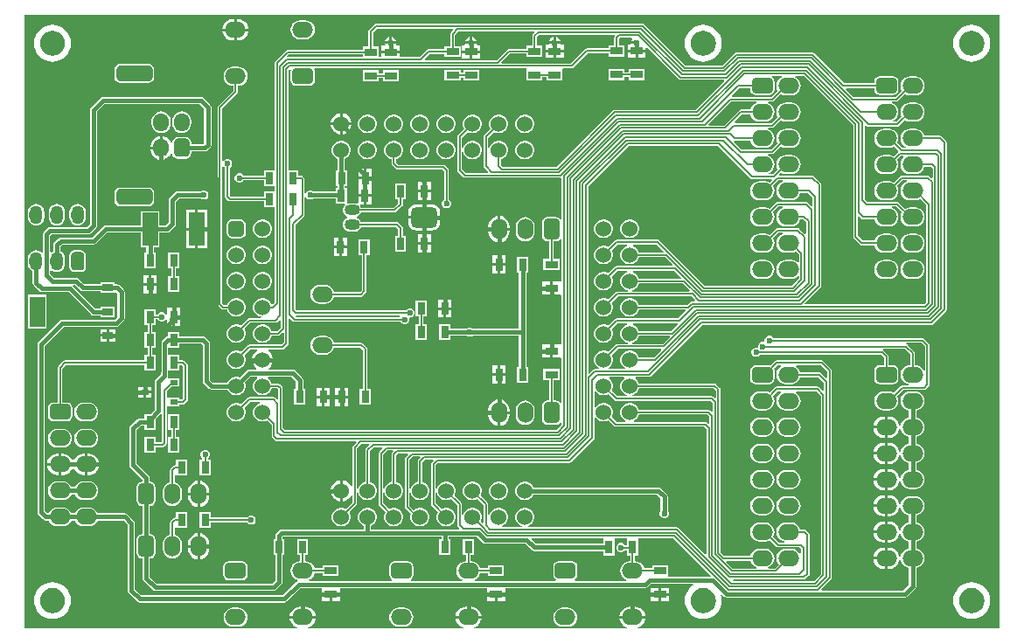
<source format=gtl>
G04*
G04 #@! TF.GenerationSoftware,Altium Limited,Altium Designer,21.6.1 (37)*
G04*
G04 Layer_Physical_Order=1*
G04 Layer_Color=255*
%FSTAX24Y24*%
%MOIN*%
G70*
G04*
G04 #@! TF.SameCoordinates,B7BCD236-E72C-41E6-AEDC-B20C2DB60F4C*
G04*
G04*
G04 #@! TF.FilePolarity,Positive*
G04*
G01*
G75*
G04:AMPARAMS|DCode=13|XSize=100mil|YSize=80mil|CornerRadius=20mil|HoleSize=0mil|Usage=FLASHONLY|Rotation=180.000|XOffset=0mil|YOffset=0mil|HoleType=Round|Shape=RoundedRectangle|*
%AMROUNDEDRECTD13*
21,1,0.1000,0.0400,0,0,180.0*
21,1,0.0600,0.0800,0,0,180.0*
1,1,0.0400,-0.0300,0.0200*
1,1,0.0400,0.0300,0.0200*
1,1,0.0400,0.0300,-0.0200*
1,1,0.0400,-0.0300,-0.0200*
%
%ADD13ROUNDEDRECTD13*%
%ADD14R,0.0300X0.0488*%
%ADD15R,0.0591X0.1181*%
%ADD16R,0.0394X0.0276*%
%ADD17R,0.0315X0.0197*%
%ADD18R,0.0591X0.1260*%
%ADD19R,0.0488X0.0300*%
%ADD41C,0.0060*%
%ADD42C,0.0150*%
%ADD43O,0.0600X0.0400*%
%ADD44C,0.0600*%
G04:AMPARAMS|DCode=45|XSize=60mil|YSize=60mil|CornerRadius=15mil|HoleSize=0mil|Usage=FLASHONLY|Rotation=90.000|XOffset=0mil|YOffset=0mil|HoleType=Round|Shape=RoundedRectangle|*
%AMROUNDEDRECTD45*
21,1,0.0600,0.0300,0,0,90.0*
21,1,0.0300,0.0600,0,0,90.0*
1,1,0.0300,0.0150,0.0150*
1,1,0.0300,0.0150,-0.0150*
1,1,0.0300,-0.0150,-0.0150*
1,1,0.0300,-0.0150,0.0150*
%
%ADD45ROUNDEDRECTD45*%
%ADD46O,0.0800X0.0600*%
G04:AMPARAMS|DCode=47|XSize=60mil|YSize=80mil|CornerRadius=15mil|HoleSize=0mil|Usage=FLASHONLY|Rotation=90.000|XOffset=0mil|YOffset=0mil|HoleType=Round|Shape=RoundedRectangle|*
%AMROUNDEDRECTD47*
21,1,0.0600,0.0500,0,0,90.0*
21,1,0.0300,0.0800,0,0,90.0*
1,1,0.0300,0.0250,0.0150*
1,1,0.0300,0.0250,-0.0150*
1,1,0.0300,-0.0250,-0.0150*
1,1,0.0300,-0.0250,0.0150*
%
%ADD47ROUNDEDRECTD47*%
G04:AMPARAMS|DCode=48|XSize=70mil|YSize=60mil|CornerRadius=15mil|HoleSize=0mil|Usage=FLASHONLY|Rotation=90.000|XOffset=0mil|YOffset=0mil|HoleType=Round|Shape=RoundedRectangle|*
%AMROUNDEDRECTD48*
21,1,0.0700,0.0300,0,0,90.0*
21,1,0.0400,0.0600,0,0,90.0*
1,1,0.0300,0.0150,0.0200*
1,1,0.0300,0.0150,-0.0200*
1,1,0.0300,-0.0150,-0.0200*
1,1,0.0300,-0.0150,0.0200*
%
%ADD48ROUNDEDRECTD48*%
%ADD49O,0.0600X0.0700*%
G04:AMPARAMS|DCode=50|XSize=60mil|YSize=137.8mil|CornerRadius=15mil|HoleSize=0mil|Usage=FLASHONLY|Rotation=90.000|XOffset=0mil|YOffset=0mil|HoleType=Round|Shape=RoundedRectangle|*
%AMROUNDEDRECTD50*
21,1,0.0600,0.1078,0,0,90.0*
21,1,0.0300,0.1378,0,0,90.0*
1,1,0.0300,0.0539,0.0150*
1,1,0.0300,0.0539,-0.0150*
1,1,0.0300,-0.0539,-0.0150*
1,1,0.0300,-0.0539,0.0150*
%
%ADD50ROUNDEDRECTD50*%
%ADD51O,0.0800X0.0600*%
G04:AMPARAMS|DCode=52|XSize=80mil|YSize=60mil|CornerRadius=15mil|HoleSize=0mil|Usage=FLASHONLY|Rotation=180.000|XOffset=0mil|YOffset=0mil|HoleType=Round|Shape=RoundedRectangle|*
%AMROUNDEDRECTD52*
21,1,0.0800,0.0300,0,0,180.0*
21,1,0.0500,0.0600,0,0,180.0*
1,1,0.0300,-0.0250,0.0150*
1,1,0.0300,0.0250,0.0150*
1,1,0.0300,0.0250,-0.0150*
1,1,0.0300,-0.0250,-0.0150*
%
%ADD52ROUNDEDRECTD52*%
%ADD53O,0.0500X0.0700*%
G04:AMPARAMS|DCode=54|XSize=50mil|YSize=70mil|CornerRadius=12.5mil|HoleSize=0mil|Usage=FLASHONLY|Rotation=180.000|XOffset=0mil|YOffset=0mil|HoleType=Round|Shape=RoundedRectangle|*
%AMROUNDEDRECTD54*
21,1,0.0500,0.0450,0,0,180.0*
21,1,0.0250,0.0700,0,0,180.0*
1,1,0.0250,-0.0125,0.0225*
1,1,0.0250,0.0125,0.0225*
1,1,0.0250,0.0125,-0.0225*
1,1,0.0250,-0.0125,-0.0225*
%
%ADD54ROUNDEDRECTD54*%
%ADD55O,0.0600X0.0800*%
G04:AMPARAMS|DCode=56|XSize=80mil|YSize=60mil|CornerRadius=15mil|HoleSize=0mil|Usage=FLASHONLY|Rotation=270.000|XOffset=0mil|YOffset=0mil|HoleType=Round|Shape=RoundedRectangle|*
%AMROUNDEDRECTD56*
21,1,0.0800,0.0300,0,0,270.0*
21,1,0.0500,0.0600,0,0,270.0*
1,1,0.0300,-0.0150,-0.0250*
1,1,0.0300,-0.0150,0.0250*
1,1,0.0300,0.0150,0.0250*
1,1,0.0300,0.0150,-0.0250*
%
%ADD56ROUNDEDRECTD56*%
%ADD57C,0.0236*%
G36*
X03734Y000161D02*
X023555D01*
X023544Y000209D01*
X023642Y000249D01*
X023725Y000313D01*
X023789Y000397D01*
X02383Y000494D01*
X023837Y000548D01*
X022843D01*
X02285Y000494D01*
X022891Y000397D01*
X022955Y000313D01*
X023038Y000249D01*
X023136Y000209D01*
X023125Y000161D01*
X017305D01*
X017294Y000209D01*
X017392Y000249D01*
X017475Y000313D01*
X017539Y000397D01*
X01758Y000494D01*
X017587Y000548D01*
X016593D01*
X0166Y000494D01*
X016641Y000397D01*
X016705Y000313D01*
X016788Y000249D01*
X016886Y000209D01*
X016875Y000161D01*
X010984D01*
X010974Y000209D01*
X011071Y000249D01*
X011155Y000313D01*
X011219Y000397D01*
X011259Y000494D01*
X011267Y000548D01*
X010273D01*
X01028Y000494D01*
X01032Y000397D01*
X010384Y000313D01*
X010468Y000249D01*
X010565Y000209D01*
X010555Y000161D01*
X000161D01*
Y023561D01*
X03734D01*
Y000161D01*
D02*
G37*
%LPC*%
G36*
X008311Y023412D02*
X008261D01*
Y023059D01*
X008708D01*
X0087Y023113D01*
X00866Y02321D01*
X008596Y023294D01*
X008512Y023358D01*
X008415Y023398D01*
X008311Y023412D01*
D02*
G37*
G36*
X008161D02*
X008111D01*
X008006Y023398D01*
X007909Y023358D01*
X007825Y023294D01*
X007761Y02321D01*
X007721Y023113D01*
X007714Y023059D01*
X008161D01*
Y023412D01*
D02*
G37*
G36*
X01087Y023371D02*
X01067D01*
X010576Y023358D01*
X010489Y023322D01*
X010414Y023265D01*
X010356Y02319D01*
X01032Y023102D01*
X010308Y023009D01*
X01032Y022915D01*
X010356Y022828D01*
X010414Y022753D01*
X010489Y022695D01*
X010576Y022659D01*
X01067Y022647D01*
X01087D01*
X010963Y022659D01*
X011051Y022695D01*
X011126Y022753D01*
X011183Y022828D01*
X011219Y022915D01*
X011232Y023009D01*
X011219Y023102D01*
X011183Y02319D01*
X011126Y023265D01*
X011051Y023322D01*
X010963Y023358D01*
X01087Y023371D01*
D02*
G37*
G36*
X008708Y022959D02*
X008261D01*
Y022605D01*
X008311D01*
X008415Y022619D01*
X008512Y022659D01*
X008596Y022723D01*
X00866Y022807D01*
X0087Y022904D01*
X008708Y022959D01*
D02*
G37*
G36*
X008161D02*
X007714D01*
X007721Y022904D01*
X007761Y022807D01*
X007825Y022723D01*
X007909Y022659D01*
X008006Y022619D01*
X008111Y022605D01*
X008161D01*
Y022959D01*
D02*
G37*
G36*
X023845Y022151D02*
X02355D01*
Y021951D01*
X023845D01*
Y022151D01*
D02*
G37*
G36*
X02345D02*
X023156D01*
Y021951D01*
X02345D01*
Y022151D01*
D02*
G37*
G36*
X03627Y023194D02*
X036133Y02318D01*
X036001Y02314D01*
X03588Y023075D01*
X035773Y022988D01*
X035686Y022882D01*
X035621Y02276D01*
X035581Y022628D01*
X035567Y022491D01*
X035581Y022354D01*
X035621Y022222D01*
X035686Y0221D01*
X035773Y021994D01*
X03588Y021906D01*
X036001Y021841D01*
X036133Y021801D01*
X03627Y021788D01*
X036408Y021801D01*
X036539Y021841D01*
X036661Y021906D01*
X036768Y021994D01*
X036855Y0221D01*
X03692Y022222D01*
X03696Y022354D01*
X036973Y022491D01*
X03696Y022628D01*
X03692Y02276D01*
X036855Y022882D01*
X036768Y022988D01*
X036661Y023075D01*
X036539Y02314D01*
X036408Y02318D01*
X03627Y023194D01*
D02*
G37*
G36*
X026034D02*
X025897Y02318D01*
X025765Y02314D01*
X025644Y023075D01*
X025537Y022988D01*
X02545Y022882D01*
X025385Y02276D01*
X025345Y022628D01*
X025331Y022491D01*
X025345Y022354D01*
X025385Y022222D01*
X02545Y0221D01*
X025537Y021994D01*
X025644Y021906D01*
X025765Y021841D01*
X025897Y021801D01*
X026034Y021788D01*
X026171Y021801D01*
X026303Y021841D01*
X026425Y021906D01*
X026531Y021994D01*
X026619Y0221D01*
X026684Y022222D01*
X026724Y022354D01*
X026737Y022491D01*
X026724Y022628D01*
X026684Y02276D01*
X026619Y022882D01*
X026531Y022988D01*
X026425Y023075D01*
X026303Y02314D01*
X026171Y02318D01*
X026034Y023194D01*
D02*
G37*
G36*
X001231D02*
X001094Y02318D01*
X000962Y02314D01*
X000841Y023075D01*
X000734Y022988D01*
X000647Y022882D01*
X000582Y02276D01*
X000542Y022628D01*
X000528Y022491D01*
X000542Y022354D01*
X000582Y022222D01*
X000647Y0221D01*
X000734Y021994D01*
X000841Y021906D01*
X000962Y021841D01*
X001094Y021801D01*
X001231Y021788D01*
X001368Y021801D01*
X0015Y021841D01*
X001622Y021906D01*
X001728Y021994D01*
X001816Y0221D01*
X001881Y022222D01*
X001921Y022354D01*
X001934Y022491D01*
X001921Y022628D01*
X001881Y02276D01*
X001816Y022882D01*
X001728Y022988D01*
X001622Y023075D01*
X0015Y02314D01*
X001368Y02318D01*
X001231Y023194D01*
D02*
G37*
G36*
X023804Y02151D02*
X023197D01*
Y021392D01*
X02304D01*
Y02151D01*
X022434D01*
Y021092D01*
X02304D01*
Y02121D01*
X023197D01*
Y021092D01*
X023804D01*
Y02151D01*
D02*
G37*
G36*
X016787Y021485D02*
X01618D01*
Y021067D01*
X016787D01*
Y021182D01*
X016887D01*
Y021064D01*
X017493D01*
Y021482D01*
X016887D01*
Y021364D01*
X016787D01*
Y021485D01*
D02*
G37*
G36*
X01366Y021465D02*
X013054D01*
Y021047D01*
X01366D01*
Y02116D01*
X013817D01*
Y021042D01*
X014424D01*
Y02146D01*
X013817D01*
Y021342D01*
X01366D01*
Y021465D01*
D02*
G37*
G36*
X004889Y021716D02*
X003811D01*
X00373Y0217D01*
X00366Y021654D01*
X003614Y021584D01*
X003598Y021503D01*
Y021203D01*
X003614Y021121D01*
X00366Y021052D01*
X00373Y021006D01*
X003811Y02099D01*
X004889D01*
X004971Y021006D01*
X00504Y021052D01*
X005086Y021121D01*
X005102Y021203D01*
Y021503D01*
X005086Y021584D01*
X00504Y021654D01*
X004971Y0217D01*
X004889Y021716D01*
D02*
G37*
G36*
X023725Y023241D02*
X013557D01*
X013523Y023234D01*
X013493Y023214D01*
X013293Y023014D01*
X013273Y022984D01*
X013266Y02295D01*
Y022365D01*
X013054D01*
Y022247D01*
X010194D01*
X010159Y02224D01*
X010129Y022221D01*
X009719Y02181D01*
X009699Y02178D01*
X009692Y021746D01*
Y017656D01*
X009291D01*
Y017444D01*
X008504D01*
X0085Y017453D01*
X008451Y017503D01*
X008385Y01753D01*
X008315D01*
X00825Y017503D01*
X0082Y017453D01*
X008173Y017388D01*
Y017318D01*
X0082Y017252D01*
X00825Y017203D01*
X008315Y017176D01*
X008385D01*
X008451Y017203D01*
X0085Y017252D01*
X008504Y017262D01*
X009291D01*
Y01705D01*
X009692D01*
Y016856D01*
X009291D01*
Y016644D01*
X008038D01*
X007991Y01669D01*
Y017749D01*
X008001Y017753D01*
X00805Y017802D01*
X008077Y017868D01*
Y017938D01*
X00805Y018003D01*
X008001Y018053D01*
X007935Y01808D01*
X007865D01*
X0078Y018053D01*
X007755Y018008D01*
X007731Y018012D01*
X007705Y018024D01*
Y020019D01*
X008275Y020589D01*
X008295Y020618D01*
X008301Y020653D01*
Y020875D01*
X008311D01*
X008404Y020887D01*
X008492Y020923D01*
X008567Y020981D01*
X008624Y021056D01*
X00866Y021143D01*
X008673Y021237D01*
X00866Y021331D01*
X008624Y021418D01*
X008567Y021493D01*
X008492Y021551D01*
X008404Y021587D01*
X008311Y021599D01*
X008111D01*
X008017Y021587D01*
X00793Y021551D01*
X007855Y021493D01*
X007797Y021418D01*
X007761Y021331D01*
X007748Y021237D01*
X007761Y021143D01*
X007797Y021056D01*
X007855Y020981D01*
X00793Y020923D01*
X008017Y020887D01*
X008111Y020875D01*
X00812D01*
Y02069D01*
X00755Y020121D01*
X00753Y020091D01*
X007523Y020056D01*
Y012539D01*
X00753Y012504D01*
X00755Y012475D01*
X007669Y012356D01*
X007698Y012336D01*
X007733Y012329D01*
X007893D01*
X007905Y012281D01*
X007953Y0122D01*
X00802Y012133D01*
X008101Y012085D01*
X008193Y012061D01*
X008287D01*
X008379Y012085D01*
X00846Y012133D01*
X008527Y0122D01*
X008575Y012281D01*
X008599Y012373D01*
Y012467D01*
X008575Y012559D01*
X008527Y01264D01*
X00846Y012707D01*
X008379Y012755D01*
X008287Y012779D01*
X008193D01*
X008101Y012755D01*
X00802Y012707D01*
X007953Y01264D01*
X007905Y012559D01*
X007893Y012511D01*
X007771D01*
X007705Y012576D01*
Y017782D01*
X007731Y017794D01*
X007755Y017797D01*
X0078Y017753D01*
X007809Y017749D01*
Y016653D01*
X007816Y016618D01*
X007836Y016589D01*
X007936Y016489D01*
X007965Y016469D01*
X008Y016462D01*
X009291D01*
Y01625D01*
X009692D01*
Y012603D01*
X009631Y012542D01*
X009575Y012557D01*
X009575Y012559D01*
X009527Y01264D01*
X00946Y012707D01*
X009379Y012755D01*
X009287Y012779D01*
X009193D01*
X009101Y012755D01*
X00902Y012707D01*
X008953Y01264D01*
X008905Y012559D01*
X008881Y012467D01*
Y012373D01*
X008905Y012281D01*
X008953Y0122D01*
X00902Y012133D01*
X009101Y012085D01*
X009183Y012064D01*
X009176Y012014D01*
X008743D01*
X008708Y012007D01*
X008679Y011987D01*
X008421Y01173D01*
X008379Y011755D01*
X008287Y011779D01*
X008193D01*
X008101Y011755D01*
X00802Y011707D01*
X007953Y01164D01*
X007905Y011559D01*
X007881Y011467D01*
Y011373D01*
X007905Y011281D01*
X007953Y0112D01*
X00802Y011133D01*
X008101Y011085D01*
X008193Y011061D01*
X008287D01*
X008379Y011085D01*
X00846Y011133D01*
X008527Y0112D01*
X008575Y011281D01*
X008599Y011373D01*
Y011467D01*
X008575Y011559D01*
X00855Y011601D01*
X00878Y011832D01*
X00972D01*
X009755Y011839D01*
X009784Y011859D01*
X009884Y011958D01*
X00993Y011939D01*
Y011651D01*
X00979Y011511D01*
X009587D01*
X009575Y011559D01*
X009527Y01164D01*
X00946Y011707D01*
X009379Y011755D01*
X009287Y011779D01*
X009193D01*
X009101Y011755D01*
X00902Y011707D01*
X008953Y01164D01*
X008905Y011559D01*
X008881Y011467D01*
Y011373D01*
X008905Y011281D01*
X008953Y0112D01*
X00902Y011133D01*
X009101Y011085D01*
X009193Y011061D01*
X009287D01*
X009379Y011085D01*
X00946Y011133D01*
X009527Y0112D01*
X009575Y011281D01*
X009587Y011329D01*
X009827D01*
X009862Y011336D01*
X009892Y011356D01*
X010003Y011467D01*
X010049Y011448D01*
Y01107D01*
X009973Y010994D01*
X008723D01*
X008688Y010987D01*
X008659Y010967D01*
X008421Y01073D01*
X008379Y010755D01*
X008287Y010779D01*
X008193D01*
X008101Y010755D01*
X00802Y010707D01*
X007953Y01064D01*
X007905Y010559D01*
X007881Y010467D01*
Y010373D01*
X007905Y010281D01*
X007953Y0102D01*
X00802Y010133D01*
X008101Y010085D01*
X008193Y010061D01*
X008287D01*
X008379Y010085D01*
X00846Y010133D01*
X008527Y0102D01*
X008575Y010281D01*
X008599Y010373D01*
Y010467D01*
X008575Y010559D01*
X00855Y010601D01*
X00876Y010812D01*
X009019D01*
X009032Y010762D01*
X008994Y01074D01*
X00892Y010666D01*
X008867Y010574D01*
X00884Y010473D01*
Y01047D01*
X00924D01*
X00964D01*
Y010473D01*
X009613Y010574D01*
X00956Y010666D01*
X009486Y01074D01*
X009448Y010762D01*
X009461Y010812D01*
X01001D01*
X010045Y010819D01*
X010074Y010839D01*
X010204Y010969D01*
X010224Y010998D01*
X010231Y011033D01*
Y011978D01*
X010277Y011997D01*
X010386Y011889D01*
X010415Y011869D01*
X01045Y011862D01*
X014496D01*
X0145Y011852D01*
X01455Y011803D01*
X014615Y011776D01*
X014685D01*
X014751Y011803D01*
X0148Y011852D01*
X014827Y011918D01*
Y011988D01*
X014866Y012026D01*
X014885D01*
X014951Y012053D01*
X015Y012102D01*
X015027Y012168D01*
Y012238D01*
X015Y012303D01*
X014951Y012353D01*
X014885Y01238D01*
X014815D01*
X01475Y012353D01*
X0147Y012303D01*
X014696Y012294D01*
X010538D01*
X010491Y01234D01*
Y015565D01*
X010814Y015889D01*
X010834Y015918D01*
X010841Y015953D01*
Y016614D01*
X010891Y016624D01*
X0109Y016602D01*
X01095Y016553D01*
X011015Y016526D01*
X011085D01*
X011151Y016553D01*
X011164Y016566D01*
X012031D01*
Y01638D01*
X01237D01*
X012387Y01633D01*
X012365Y016313D01*
X012324Y016259D01*
X012298Y016196D01*
X012289Y016128D01*
X012298Y016061D01*
X012324Y015998D01*
X012365Y015944D01*
X01242Y015902D01*
X012476Y015879D01*
X01248Y015853D01*
X012476Y015827D01*
X01242Y015804D01*
X012365Y015762D01*
X012324Y015708D01*
X012298Y015645D01*
X012289Y015577D01*
X012298Y01551D01*
X012324Y015447D01*
X012365Y015392D01*
X01242Y015351D01*
X012483Y015325D01*
X01255Y015316D01*
X01275D01*
X012818Y015325D01*
X012881Y015351D01*
X012935Y015392D01*
X012976Y015447D01*
X012993Y015486D01*
X014338D01*
X014409Y015415D01*
Y015156D01*
X014291D01*
Y01455D01*
X014709D01*
Y015156D01*
X014591D01*
Y015453D01*
X014584Y015488D01*
X014564Y015517D01*
X01444Y015641D01*
X014411Y015661D01*
X014376Y015668D01*
X012993D01*
X012976Y015708D01*
X012935Y015762D01*
X012881Y015804D01*
X012825Y015827D01*
X01282Y015853D01*
X012825Y015879D01*
X012881Y015902D01*
X012935Y015944D01*
X012976Y015998D01*
X012993Y016038D01*
X014276D01*
X01431Y016045D01*
X01434Y016064D01*
X014564Y016289D01*
X014584Y016318D01*
X014591Y016353D01*
Y01655D01*
X014709D01*
Y017156D01*
X014291D01*
Y01655D01*
X014409D01*
Y01639D01*
X014238Y016219D01*
X012993D01*
X012976Y016259D01*
X012954Y016289D01*
X012978Y016339D01*
X01309D01*
Y016633D01*
X01289D01*
Y016405D01*
X01284Y016372D01*
X012818Y016381D01*
X01275Y01639D01*
X01255D01*
X012499Y016383D01*
X01246Y016408D01*
X012449Y016421D01*
Y016986D01*
X012377D01*
Y01705D01*
X012459D01*
Y017656D01*
X012377D01*
Y018085D01*
X012379Y018085D01*
X01246Y018133D01*
X012527Y018199D01*
X012575Y018281D01*
X012599Y018373D01*
Y018467D01*
X012575Y018559D01*
X012527Y01864D01*
X01246Y018707D01*
X012379Y018755D01*
X012287Y018779D01*
X012193D01*
X012101Y018755D01*
X01202Y018707D01*
X011953Y01864D01*
X011905Y018559D01*
X011881Y018467D01*
Y018373D01*
X011905Y018281D01*
X011953Y018199D01*
X01202Y018133D01*
X012101Y018085D01*
X012103Y018085D01*
Y017656D01*
X012041D01*
Y01705D01*
X012103D01*
Y016986D01*
X012031D01*
Y01684D01*
X011164D01*
X011151Y016853D01*
X011085Y01688D01*
X011015D01*
X01095Y016853D01*
X0109Y016803D01*
X010891Y016781D01*
X010841Y016791D01*
Y017318D01*
X010834Y017352D01*
X010814Y017382D01*
X010779Y017417D01*
X01075Y017437D01*
X010715Y017444D01*
X010609D01*
Y017656D01*
X010231D01*
Y021485D01*
X010267Y021522D01*
X010296Y021518D01*
X010322Y02147D01*
X010322Y021465D01*
X010307Y021387D01*
Y021087D01*
X010323Y021005D01*
X010369Y020936D01*
X010438Y02089D01*
X01052Y020874D01*
X01102D01*
X011101Y02089D01*
X01117Y020936D01*
X011217Y021005D01*
X011233Y021087D01*
Y021387D01*
X011217Y021469D01*
X011201Y021492D01*
X011228Y021542D01*
X019299D01*
X019307Y021495D01*
X019307Y021492D01*
Y021077D01*
X019914D01*
Y021196D01*
X020067D01*
Y021082D01*
X020674D01*
Y021492D01*
X020674Y0215D01*
X020693Y021542D01*
X02103D01*
X021065Y021549D01*
X021094Y021569D01*
X021638Y022112D01*
X022434D01*
Y021992D01*
X02304D01*
Y02241D01*
X022828D01*
Y022662D01*
X022868Y022702D01*
X02331D01*
X023331Y022652D01*
X023315Y022636D01*
X023285Y022563D01*
X0235D01*
Y022463D01*
X023278D01*
X02327Y022451D01*
X023156D01*
Y022251D01*
X0235D01*
X023845D01*
Y022315D01*
X023891Y022334D01*
X025105Y02112D01*
X025134Y0211D01*
X025169Y021093D01*
X02682D01*
X026839Y021047D01*
X025746Y019954D01*
X02266D01*
X022625Y019947D01*
X022596Y019927D01*
X020451Y017782D01*
X0184D01*
X018331Y017851D01*
Y018073D01*
X018379Y018085D01*
X01846Y018133D01*
X018527Y018199D01*
X018575Y018281D01*
X018599Y018373D01*
Y018467D01*
X018575Y018559D01*
X018527Y01864D01*
X01846Y018707D01*
X018379Y018755D01*
X018287Y018779D01*
X018193D01*
X018101Y018755D01*
X01802Y018707D01*
X017953Y01864D01*
X017905Y018559D01*
X017891Y018505D01*
X017841Y018511D01*
Y018892D01*
X018059Y01911D01*
X018101Y019085D01*
X018193Y019061D01*
X018287D01*
X018379Y019085D01*
X01846Y019133D01*
X018527Y019199D01*
X018575Y019281D01*
X018599Y019373D01*
Y019467D01*
X018575Y019559D01*
X018527Y01964D01*
X01846Y019707D01*
X018379Y019755D01*
X018287Y019779D01*
X018193D01*
X018101Y019755D01*
X01802Y019707D01*
X017953Y01964D01*
X017905Y019559D01*
X017881Y019467D01*
Y019373D01*
X017905Y019281D01*
X01793Y019239D01*
X017686Y018994D01*
X017666Y018965D01*
X017659Y01893D01*
Y017803D01*
X017666Y017768D01*
X017686Y017739D01*
X017835Y01759D01*
X017816Y017544D01*
X016988D01*
X016841Y01769D01*
Y018329D01*
X016891Y018335D01*
X016905Y018281D01*
X016953Y018199D01*
X01702Y018133D01*
X017101Y018085D01*
X017193Y018061D01*
X017287D01*
X017379Y018085D01*
X01746Y018133D01*
X017527Y018199D01*
X017575Y018281D01*
X017599Y018373D01*
Y018467D01*
X017575Y018559D01*
X017527Y01864D01*
X01746Y018707D01*
X017379Y018755D01*
X017287Y018779D01*
X017193D01*
X017101Y018755D01*
X01702Y018707D01*
X016953Y01864D01*
X016905Y018559D01*
X016891Y018505D01*
X016841Y018511D01*
Y018892D01*
X017059Y01911D01*
X017101Y019085D01*
X017193Y019061D01*
X017287D01*
X017379Y019085D01*
X01746Y019133D01*
X017527Y019199D01*
X017575Y019281D01*
X017599Y019373D01*
Y019467D01*
X017575Y019559D01*
X017527Y01964D01*
X01746Y019707D01*
X017379Y019755D01*
X017287Y019779D01*
X017193D01*
X017101Y019755D01*
X01702Y019707D01*
X016953Y01964D01*
X016905Y019559D01*
X016881Y019467D01*
Y019373D01*
X016905Y019281D01*
X01693Y019239D01*
X016686Y018994D01*
X016666Y018965D01*
X016659Y01893D01*
Y017653D01*
X016666Y017618D01*
X016686Y017589D01*
X016886Y017389D01*
X016915Y017369D01*
X01695Y017362D01*
X020587D01*
X020588Y017362D01*
X020638Y017324D01*
Y015763D01*
X020588Y015748D01*
X020551Y015804D01*
X020482Y01585D01*
X0204Y015866D01*
X0201D01*
X020019Y01585D01*
X019949Y015804D01*
X019903Y015734D01*
X019887Y015653D01*
Y015153D01*
X019903Y015071D01*
X019949Y015002D01*
X020019Y014956D01*
X0201Y01494D01*
X020159D01*
Y014262D01*
X019947D01*
Y013844D01*
X020553D01*
Y014262D01*
X020341D01*
Y01494D01*
X0204D01*
X020482Y014956D01*
X020551Y015002D01*
X020588Y015057D01*
X020638Y015042D01*
Y013418D01*
X020594Y013403D01*
X020588Y013403D01*
X0203D01*
Y013153D01*
Y012903D01*
X020588D01*
X020594Y012903D01*
X020638Y012887D01*
Y011018D01*
X020594Y011003D01*
X020588Y011003D01*
X0203D01*
Y010753D01*
Y010503D01*
X020588D01*
X020594Y010503D01*
X020638Y010487D01*
Y008763D01*
X020588Y008748D01*
X020551Y008804D01*
X020482Y00885D01*
X0204Y008866D01*
X020341D01*
Y009644D01*
X020553D01*
Y010062D01*
X019947D01*
Y009644D01*
X020159D01*
Y008866D01*
X0201D01*
X020019Y00885D01*
X019949Y008804D01*
X019903Y008734D01*
X019887Y008653D01*
Y008153D01*
X019903Y008071D01*
X019949Y008002D01*
X020019Y007956D01*
X0201Y00794D01*
X0204D01*
X020482Y007956D01*
X020551Y008002D01*
X020588Y008057D01*
X020638Y008042D01*
Y007934D01*
X020447Y007744D01*
X010088D01*
X01001Y007821D01*
Y009334D01*
X010003Y009369D01*
X009983Y009398D01*
X009897Y009484D01*
X009868Y009504D01*
X009833Y009511D01*
X009587D01*
X009575Y009559D01*
X009527Y00964D01*
X00946Y009707D01*
X009445Y009716D01*
X009459Y009766D01*
X010344D01*
X010513Y009596D01*
Y009306D01*
X010441D01*
Y0087D01*
X010859D01*
Y009306D01*
X010787D01*
Y009653D01*
X010776Y009705D01*
X010747Y00975D01*
X010497Y009999D01*
X010452Y010029D01*
X0104Y01004D01*
X009481D01*
X009468Y01009D01*
X009486Y0101D01*
X00956Y010174D01*
X009613Y010266D01*
X00964Y010367D01*
Y01037D01*
X00924D01*
X00884D01*
Y010367D01*
X008867Y010266D01*
X00892Y010174D01*
X008994Y0101D01*
X009012Y01009D01*
X008999Y01004D01*
X008723D01*
X008671Y010029D01*
X008626Y009999D01*
X00838Y009754D01*
X008379Y009755D01*
X008287Y009779D01*
X008193D01*
X008101Y009755D01*
X00802Y009707D01*
X007953Y00964D01*
X007905Y009559D01*
X007905Y009557D01*
X00734D01*
X00724Y009656D01*
Y01104D01*
X00723Y011093D01*
X0072Y011137D01*
X007063Y011274D01*
X007018Y011304D01*
X006966Y011315D01*
X006059D01*
Y011481D01*
X005641D01*
Y011315D01*
X005635D01*
X005583Y011304D01*
X005539Y011274D01*
X005414Y011149D01*
X005384Y011105D01*
X005373Y011053D01*
Y009879D01*
X005174Y009679D01*
X005144Y009635D01*
X005133Y009583D01*
Y008524D01*
X004966Y008356D01*
X004741D01*
Y00819D01*
X00455D01*
X004498Y008179D01*
X004454Y008149D01*
X004204Y007899D01*
X004174Y007855D01*
X004163Y007803D01*
Y006403D01*
X004174Y006351D01*
X004204Y006306D01*
X004663Y005846D01*
Y005766D01*
X00465D01*
X004569Y00575D01*
X004499Y005704D01*
X004453Y005634D01*
X004437Y005553D01*
Y005053D01*
X004453Y004971D01*
X004499Y004902D01*
X004569Y004856D01*
X00465Y00484D01*
X004663D01*
Y003766D01*
X00465D01*
X004569Y00375D01*
X004499Y003704D01*
X004453Y003634D01*
X004437Y003553D01*
Y003053D01*
X004453Y002971D01*
X004499Y002902D01*
X004569Y002856D01*
X00465Y00284D01*
X004663D01*
Y002083D01*
X004674Y002031D01*
X004704Y001986D01*
X005054Y001636D01*
X005098Y001607D01*
X00515Y001596D01*
X00965D01*
X009702Y001607D01*
X009746Y001636D01*
X009966Y001856D01*
X009996Y001901D01*
X010006Y001953D01*
Y002967D01*
X010079D01*
Y003573D01*
X010006D01*
Y003666D01*
X010007Y003666D01*
X016063D01*
Y003573D01*
X015981D01*
Y002967D01*
X016399D01*
Y003573D01*
X016337D01*
Y003666D01*
X017402D01*
X017626Y003442D01*
X01767Y003413D01*
X017722Y003402D01*
X019258D01*
X019495Y003164D01*
X01954Y003135D01*
X019592Y003124D01*
X022231D01*
Y002958D01*
X02265D01*
Y003564D01*
X02265D01*
X022655Y003612D01*
X023126D01*
X023131Y003564D01*
X023131Y003562D01*
Y003341D01*
X023054D01*
X02305Y00335D01*
X023Y0034D01*
X022935Y003427D01*
X022865D01*
X0228Y0034D01*
X02275Y00335D01*
X022723Y003285D01*
Y003215D01*
X02275Y00315D01*
X0228Y0031D01*
X022865Y003073D01*
X022935D01*
X023Y0031D01*
X02305Y00315D01*
X023054Y003159D01*
X023131D01*
Y002958D01*
X023249D01*
Y002732D01*
X02324D01*
X023146Y00272D01*
X023059Y002684D01*
X022984Y002626D01*
X022926Y002551D01*
X02289Y002464D01*
X022878Y00237D01*
X02289Y002276D01*
X022926Y002189D01*
X022984Y002114D01*
X023059Y002056D01*
X0231Y00204D01*
X02309Y00199D01*
X021152D01*
X021137Y00204D01*
X021182Y002069D01*
X021228Y002138D01*
X021244Y00222D01*
Y00252D01*
X021228Y002602D01*
X021182Y002671D01*
X021113Y002717D01*
X021031Y002733D01*
X020531D01*
X020449Y002717D01*
X02038Y002671D01*
X020334Y002602D01*
X020318Y00252D01*
Y00222D01*
X020334Y002138D01*
X02038Y002069D01*
X020425Y00204D01*
X02041Y00199D01*
X01734D01*
X01733Y00204D01*
X017371Y002056D01*
X017446Y002114D01*
X017504Y002189D01*
X01754Y002276D01*
X01754Y002279D01*
X017837D01*
Y002161D01*
X018443D01*
Y002579D01*
X017837D01*
Y002461D01*
X01754D01*
X01754Y002464D01*
X017504Y002551D01*
X017446Y002626D01*
X017371Y002684D01*
X017284Y00272D01*
X01719Y002732D01*
X017181D01*
Y002967D01*
X017299D01*
Y003573D01*
X016881D01*
Y002967D01*
X016999D01*
Y002732D01*
X01699D01*
X016896Y00272D01*
X016809Y002684D01*
X016734Y002626D01*
X016676Y002551D01*
X01664Y002464D01*
X016628Y00237D01*
X01664Y002276D01*
X016676Y002189D01*
X016734Y002114D01*
X016809Y002056D01*
X01685Y00204D01*
X01684Y00199D01*
X014902D01*
X014887Y00204D01*
X014932Y002069D01*
X014978Y002138D01*
X014994Y00222D01*
Y00252D01*
X014978Y002602D01*
X014932Y002671D01*
X014863Y002717D01*
X014781Y002733D01*
X014281D01*
X014199Y002717D01*
X01413Y002671D01*
X014084Y002602D01*
X014068Y00252D01*
Y00222D01*
X014084Y002138D01*
X01413Y002069D01*
X014175Y00204D01*
X01416Y00199D01*
X01102D01*
X01101Y00204D01*
X011051Y002056D01*
X011126Y002114D01*
X011183Y002189D01*
X01122Y002276D01*
X01122Y002279D01*
X011537D01*
Y002161D01*
X012143D01*
Y002579D01*
X011537D01*
Y002461D01*
X01122D01*
X01122Y002464D01*
X011183Y002551D01*
X011126Y002626D01*
X011051Y002684D01*
X010963Y00272D01*
X01087Y002732D01*
X010861D01*
Y002967D01*
X010979D01*
Y003573D01*
X010561D01*
Y002967D01*
X010679D01*
Y002732D01*
X01067D01*
X010576Y00272D01*
X010489Y002684D01*
X010414Y002626D01*
X010356Y002551D01*
X01032Y002464D01*
X010308Y00237D01*
X01032Y002276D01*
X010356Y002189D01*
X010414Y002114D01*
X010489Y002056D01*
X010558Y002028D01*
X010562Y002006D01*
X01056Y001974D01*
X010524Y001949D01*
X010004Y00143D01*
X004607D01*
X004367Y00167D01*
Y004183D01*
X004356Y004235D01*
X004327Y004279D01*
X004082Y004525D01*
X004037Y004554D01*
X003985Y004565D01*
X002951D01*
X002932Y004609D01*
X002875Y004684D01*
X0028Y004742D01*
X002712Y004778D01*
X002619Y00479D01*
X002419D01*
X002325Y004778D01*
X002237Y004742D01*
X002162Y004684D01*
X002105Y004609D01*
X002086Y004565D01*
X001951D01*
X001932Y004609D01*
X001875Y004684D01*
X0018Y004742D01*
X001712Y004778D01*
X001619Y00479D01*
X001419D01*
X001325Y004778D01*
X001237Y004742D01*
X001162Y004684D01*
X001105Y004609D01*
X001086Y004565D01*
X001032D01*
X000937Y004659D01*
Y010946D01*
X001657Y011666D01*
X00365D01*
X003702Y011677D01*
X003747Y011706D01*
X003947Y011906D01*
X003976Y011951D01*
X003987Y012003D01*
Y013003D01*
X003976Y013055D01*
X003947Y013099D01*
X003784Y013262D01*
X00374Y013292D01*
X003688Y013302D01*
X003593D01*
Y013362D01*
X003081D01*
Y013302D01*
X002439D01*
X002232Y013509D01*
X002188Y013539D01*
X002135Y01355D01*
X001297D01*
X001147Y013699D01*
Y013825D01*
X001197Y013848D01*
X001244Y013811D01*
X001319Y01378D01*
X0014Y013769D01*
X001481Y01378D01*
X001556Y013811D01*
X001621Y013861D01*
X00167Y013925D01*
X001701Y014001D01*
X001712Y014081D01*
Y014281D01*
X001701Y014362D01*
X00167Y014437D01*
X001621Y014502D01*
X001556Y014551D01*
X001537Y014559D01*
Y014746D01*
X001607Y014816D01*
X0028D01*
X002852Y014827D01*
X002897Y014856D01*
X003307Y015266D01*
X004596D01*
Y014714D01*
X004813D01*
Y014503D01*
X004741D01*
Y013897D01*
X005159D01*
Y014503D01*
X005087D01*
Y014714D01*
X005304D01*
Y015266D01*
X0056D01*
X005652Y015277D01*
X005697Y015306D01*
X005897Y015506D01*
X005926Y015551D01*
X005937Y015603D01*
Y016446D01*
X006057Y016566D01*
X006886D01*
X0069Y016553D01*
X006965Y016526D01*
X007035D01*
X007101Y016553D01*
X00715Y016602D01*
X007177Y016668D01*
Y016738D01*
X00715Y016803D01*
X007101Y016853D01*
X007035Y01688D01*
X006965D01*
X0069Y016853D01*
X006886Y01684D01*
X006D01*
X005948Y016829D01*
X005904Y016799D01*
X005704Y016599D01*
X005674Y016555D01*
X005663Y016503D01*
Y015659D01*
X005544Y01554D01*
X005304D01*
Y016092D01*
X004596D01*
Y01554D01*
X00325D01*
X003198Y015529D01*
X003153Y015499D01*
X002744Y01509D01*
X00155D01*
X001498Y015079D01*
X001454Y015049D01*
X001304Y014899D01*
X001274Y014855D01*
X001263Y014803D01*
Y014559D01*
X001244Y014551D01*
X001197Y014515D01*
X001147Y014537D01*
Y015156D01*
X001197Y015206D01*
X00259D01*
X002642Y015217D01*
X002687Y015246D01*
X002897Y015456D01*
X002926Y015501D01*
X002937Y015553D01*
Y019896D01*
X003207Y020166D01*
X006844D01*
X007013Y019996D01*
Y018659D01*
X006989Y018635D01*
X006524D01*
Y018699D01*
X006508Y01878D01*
X006462Y018849D01*
X006393Y018895D01*
X006311Y018912D01*
X006011D01*
X00593Y018895D01*
X00586Y018849D01*
X005814Y01878D01*
X005798Y018699D01*
X005748Y01869D01*
X005723Y01875D01*
X005659Y018834D01*
X005576Y018898D01*
X005478Y018938D01*
X005424Y018945D01*
Y018499D01*
Y018052D01*
X005478Y018059D01*
X005576Y018099D01*
X005659Y018163D01*
X005723Y018247D01*
X005748Y018307D01*
X005798Y018299D01*
X005814Y018217D01*
X00586Y018148D01*
X00593Y018102D01*
X006011Y018085D01*
X006311D01*
X006393Y018102D01*
X006462Y018148D01*
X006508Y018217D01*
X006524Y018299D01*
Y018362D01*
X007046D01*
X007098Y018372D01*
X007142Y018402D01*
X007247Y018506D01*
X007276Y018551D01*
X007287Y018603D01*
Y020053D01*
X007276Y020105D01*
X007247Y020149D01*
X006997Y020399D01*
X006952Y020429D01*
X0069Y02044D01*
X00315D01*
X003098Y020429D01*
X003054Y020399D01*
X002704Y020049D01*
X002674Y020005D01*
X002663Y019953D01*
Y015609D01*
X002534Y01548D01*
X00114D01*
X001088Y015469D01*
X001044Y015439D01*
X000914Y015309D01*
X000884Y015265D01*
X000873Y015213D01*
Y014524D01*
X000823Y014509D01*
X000769Y014551D01*
X000693Y014582D01*
X000613Y014593D01*
X000532Y014582D01*
X000457Y014551D01*
X000392Y014502D01*
X000343Y014437D01*
X000312Y014362D01*
X000301Y014281D01*
Y014081D01*
X000312Y014001D01*
X000343Y013925D01*
X000392Y013861D01*
X000457Y013811D01*
X000476Y013803D01*
Y01335D01*
X000486Y013298D01*
X000516Y013253D01*
X000733Y013036D01*
X000778Y013007D01*
X00083Y012996D01*
X001854D01*
X002696Y012153D01*
X002741Y012124D01*
X002793Y012113D01*
X003081D01*
Y012053D01*
X003593D01*
Y012447D01*
X003081D01*
Y012387D01*
X00285D01*
X00201Y013226D01*
X002011Y01324D01*
X002027Y013276D01*
X002079D01*
X002286Y013069D01*
X00233Y013039D01*
X002383Y013029D01*
X003081D01*
Y012969D01*
X003593D01*
Y013D01*
X003643Y013017D01*
X003713Y012946D01*
Y012059D01*
X003594Y01194D01*
X0016D01*
X001548Y011929D01*
X001504Y011899D01*
X000704Y011099D01*
X000674Y011055D01*
X000663Y011003D01*
Y004603D01*
X000674Y004551D01*
X000704Y004506D01*
X000878Y004331D01*
X000923Y004302D01*
X000975Y004291D01*
X001086D01*
X001105Y004247D01*
X001162Y004172D01*
X001237Y004114D01*
X001325Y004078D01*
X001419Y004066D01*
X001619D01*
X001712Y004078D01*
X0018Y004114D01*
X001875Y004172D01*
X001932Y004247D01*
X001951Y004291D01*
X002086D01*
X002105Y004247D01*
X002162Y004172D01*
X002237Y004114D01*
X002325Y004078D01*
X002419Y004066D01*
X002619D01*
X002712Y004078D01*
X0028Y004114D01*
X002875Y004172D01*
X002932Y004247D01*
X002951Y004291D01*
X003928D01*
X004093Y004126D01*
Y001614D01*
X004104Y001561D01*
X004134Y001517D01*
X004454Y001197D01*
X004498Y001168D01*
X00455Y001157D01*
X010061D01*
X010113Y001168D01*
X010158Y001197D01*
X010677Y001716D01*
X011496D01*
Y00152D01*
X01184D01*
X012184D01*
Y001716D01*
X017796D01*
Y00152D01*
X01814D01*
X018484D01*
Y001716D01*
X02383D01*
X023882Y001727D01*
X023927Y001756D01*
X02404Y001869D01*
X025641D01*
X025653Y001821D01*
X025644Y001816D01*
X025537Y001728D01*
X02545Y001622D01*
X025385Y0015D01*
X025345Y001368D01*
X025331Y001231D01*
X025345Y001094D01*
X025385Y000962D01*
X02545Y000841D01*
X025537Y000734D01*
X025644Y000647D01*
X025765Y000582D01*
X025897Y000542D01*
X026034Y000528D01*
X026171Y000542D01*
X026303Y000582D01*
X026425Y000647D01*
X026531Y000734D01*
X026619Y000841D01*
X026684Y000962D01*
X026724Y001094D01*
X026737Y001231D01*
X026724Y001368D01*
X026699Y00145D01*
X026743Y001477D01*
X026828Y001392D01*
X026872Y001363D01*
X026924Y001352D01*
X033726D01*
X033778Y001363D01*
X033823Y001392D01*
X034111Y001681D01*
X034141Y001725D01*
X034151Y001777D01*
Y002492D01*
X034208Y002499D01*
X034296Y002536D01*
X034371Y002593D01*
X034428Y002668D01*
X034464Y002755D01*
X034477Y002849D01*
X034464Y002943D01*
X034428Y00303D01*
X034371Y003105D01*
X034296Y003163D01*
X034208Y003199D01*
X034151Y003207D01*
Y003492D01*
X034208Y003499D01*
X034296Y003536D01*
X034371Y003593D01*
X034428Y003668D01*
X034464Y003755D01*
X034477Y003849D01*
X034464Y003943D01*
X034428Y00403D01*
X034371Y004105D01*
X034296Y004163D01*
X034208Y004199D01*
X034151Y004207D01*
Y004492D01*
X034208Y004499D01*
X034296Y004536D01*
X034371Y004593D01*
X034428Y004668D01*
X034464Y004755D01*
X034477Y004849D01*
X034464Y004943D01*
X034428Y00503D01*
X034371Y005105D01*
X034296Y005163D01*
X034208Y005199D01*
X034115Y005211D01*
X033915D01*
X033821Y005199D01*
X033733Y005163D01*
X033658Y005105D01*
X033601Y00503D01*
X033565Y004943D01*
X03356Y00491D01*
X03351D01*
X033504Y004954D01*
X033464Y005051D01*
X0334Y005134D01*
X033316Y005199D01*
X033219Y005239D01*
X033115Y005253D01*
X033065D01*
Y004849D01*
Y004446D01*
X033115D01*
X033219Y00446D01*
X033316Y0045D01*
X0334Y004564D01*
X033464Y004647D01*
X033504Y004745D01*
X03351Y004788D01*
X03356D01*
X033565Y004755D01*
X033601Y004668D01*
X033658Y004593D01*
X033733Y004536D01*
X033821Y004499D01*
X033878Y004492D01*
Y004207D01*
X033821Y004199D01*
X033733Y004163D01*
X033658Y004105D01*
X033601Y00403D01*
X033565Y003943D01*
X03356Y00391D01*
X03351D01*
X033504Y003954D01*
X033464Y004051D01*
X0334Y004134D01*
X033316Y004199D01*
X033219Y004239D01*
X033115Y004253D01*
X033065D01*
Y003849D01*
Y003446D01*
X033115D01*
X033219Y00346D01*
X033316Y0035D01*
X0334Y003564D01*
X033464Y003647D01*
X033504Y003745D01*
X03351Y003788D01*
X03356D01*
X033565Y003755D01*
X033601Y003668D01*
X033658Y003593D01*
X033733Y003536D01*
X033821Y003499D01*
X033878Y003492D01*
Y003207D01*
X033821Y003199D01*
X033733Y003163D01*
X033658Y003105D01*
X033601Y00303D01*
X033565Y002943D01*
X03356Y00291D01*
X03351D01*
X033504Y002954D01*
X033464Y003051D01*
X0334Y003134D01*
X033316Y003199D01*
X033219Y003239D01*
X033115Y003253D01*
X033065D01*
Y002849D01*
Y002446D01*
X033115D01*
X033219Y002459D01*
X033316Y0025D01*
X0334Y002564D01*
X033464Y002647D01*
X033504Y002745D01*
X03351Y002788D01*
X03356D01*
X033565Y002755D01*
X033601Y002668D01*
X033658Y002593D01*
X033733Y002536D01*
X033821Y002499D01*
X033878Y002492D01*
Y001834D01*
X033669Y001625D01*
X030567D01*
X030547Y001672D01*
X030914Y002039D01*
X030934Y002068D01*
X030941Y002103D01*
Y010003D01*
X030934Y010038D01*
X030914Y010067D01*
X030614Y010367D01*
X030585Y010387D01*
X03055Y010394D01*
X028844D01*
X028809Y010387D01*
X02878Y010367D01*
X028611Y010198D01*
X02854Y010212D01*
X02804D01*
X027959Y010196D01*
X027889Y01015D01*
X027843Y010081D01*
X027827Y009999D01*
Y009699D01*
X027843Y009618D01*
X027889Y009548D01*
X027959Y009502D01*
X02804Y009486D01*
X02854D01*
X028622Y009502D01*
X028691Y009548D01*
X028737Y009618D01*
X028753Y009699D01*
Y009999D01*
X028739Y01007D01*
X028881Y010212D01*
X028997D01*
X029008Y010165D01*
X029008Y010162D01*
X028934Y010105D01*
X028877Y01003D01*
X02884Y009943D01*
X028828Y009849D01*
X02884Y009755D01*
X028877Y009668D01*
X028934Y009593D01*
X029009Y009536D01*
X029096Y009499D01*
X02919Y009487D01*
X02939D01*
X029484Y009499D01*
X029571Y009536D01*
X029646Y009593D01*
X029704Y009668D01*
X02974Y009755D01*
X02974Y009758D01*
X030416D01*
X03064Y009534D01*
Y009256D01*
X030594Y009237D01*
X030464Y009367D01*
X030435Y009387D01*
X0304Y009394D01*
X028844D01*
X028809Y009387D01*
X02878Y009367D01*
X028574Y009161D01*
X028571Y009163D01*
X028484Y009199D01*
X02839Y009211D01*
X02819D01*
X028096Y009199D01*
X028009Y009163D01*
X027934Y009105D01*
X027877Y00903D01*
X02784Y008943D01*
X027828Y008849D01*
X02784Y008755D01*
X027877Y008668D01*
X027934Y008593D01*
X028009Y008536D01*
X028096Y008499D01*
X02819Y008487D01*
X02839D01*
X028484Y008499D01*
X028571Y008536D01*
X028646Y008593D01*
X028704Y008668D01*
X02874Y008755D01*
X028752Y008849D01*
X02874Y008943D01*
X028704Y00903D01*
X028702Y009033D01*
X028881Y009212D01*
X028997D01*
X029008Y009165D01*
X029008Y009162D01*
X028934Y009105D01*
X028877Y00903D01*
X02884Y008943D01*
X028828Y008849D01*
X02884Y008755D01*
X028877Y008668D01*
X028934Y008593D01*
X029009Y008536D01*
X029096Y008499D01*
X02919Y008487D01*
X02939D01*
X029484Y008499D01*
X029571Y008536D01*
X029646Y008593D01*
X029704Y008668D01*
X02974Y008755D01*
X029752Y008849D01*
X02974Y008943D01*
X029704Y00903D01*
X029646Y009105D01*
X029572Y009162D01*
X029572Y009165D01*
X029583Y009212D01*
X030363D01*
X030521Y009053D01*
Y002239D01*
X030264Y001982D01*
X027168D01*
X027164Y001988D01*
X02719Y002038D01*
X029876D01*
X029911Y002045D01*
X029941Y002065D01*
X030064Y002189D01*
X030084Y002218D01*
X030091Y002253D01*
Y003753D01*
X030084Y003788D01*
X030064Y003817D01*
X029968Y003913D01*
X029939Y003933D01*
X029904Y00394D01*
X02974D01*
X02974Y003943D01*
X029704Y00403D01*
X029646Y004105D01*
X029571Y004163D01*
X029484Y004199D01*
X02939Y004211D01*
X02919D01*
X029096Y004199D01*
X029009Y004163D01*
X028934Y004105D01*
X028877Y00403D01*
X02884Y003943D01*
X028828Y003849D01*
X02884Y003755D01*
X028877Y003668D01*
X028934Y003593D01*
X029009Y003536D01*
X029096Y003499D01*
X02914Y003494D01*
X029137Y003444D01*
X028924D01*
X028702Y003666D01*
X028704Y003668D01*
X02874Y003755D01*
X028752Y003849D01*
X02874Y003943D01*
X028704Y00403D01*
X028646Y004105D01*
X028571Y004163D01*
X028484Y004199D01*
X02839Y004211D01*
X02819D01*
X028096Y004199D01*
X028009Y004163D01*
X027934Y004105D01*
X027877Y00403D01*
X02784Y003943D01*
X027828Y003849D01*
X02784Y003755D01*
X027877Y003668D01*
X027934Y003593D01*
X028009Y003536D01*
X028096Y003499D01*
X02819Y003487D01*
X02839D01*
X028484Y003499D01*
X028571Y003536D01*
X028574Y003537D01*
X028822Y003289D01*
X028852Y003269D01*
X028887Y003262D01*
X029713D01*
X029759Y003215D01*
Y003027D01*
X029709Y003017D01*
X029704Y00303D01*
X029646Y003105D01*
X029571Y003163D01*
X029484Y003199D01*
X02939Y003211D01*
X02919D01*
X029096Y003199D01*
X029009Y003163D01*
X028934Y003105D01*
X028877Y00303D01*
X02884Y002943D01*
X028828Y002849D01*
X02884Y002755D01*
X028877Y002668D01*
X028922Y002609D01*
X028771Y002458D01*
X028515D01*
X028505Y002508D01*
X028571Y002536D01*
X028646Y002593D01*
X028704Y002668D01*
X02874Y002755D01*
X028752Y002849D01*
X02874Y002943D01*
X028704Y00303D01*
X028646Y003105D01*
X028571Y003163D01*
X028484Y003199D01*
X02839Y003211D01*
X02819D01*
X028096Y003199D01*
X028009Y003163D01*
X027934Y003105D01*
X027877Y00303D01*
X02784Y002943D01*
X02784Y00294D01*
X026844D01*
X026698Y003086D01*
Y009293D01*
X026691Y009327D01*
X026672Y009357D01*
X026544Y009484D01*
X026515Y009504D01*
X02648Y009511D01*
X023587D01*
X023575Y009559D01*
X023527Y00964D01*
X02346Y009707D01*
X023452Y009712D01*
X023466Y009762D01*
X02397D01*
X024005Y009769D01*
X024034Y009789D01*
X025998Y011752D01*
X034732D01*
X034767Y011759D01*
X034797Y011779D01*
X035294Y012277D01*
X035314Y012306D01*
X035321Y012341D01*
Y012683D01*
Y018703D01*
X035314Y018738D01*
X035294Y018767D01*
X035124Y018937D01*
X035095Y018957D01*
X03506Y018964D01*
X034465D01*
X034464Y018967D01*
X034428Y019054D01*
X034371Y019129D01*
X034296Y019186D01*
X034208Y019223D01*
X034115Y019235D01*
X033915D01*
X033821Y019223D01*
X033733Y019186D01*
X033658Y019129D01*
X033601Y019054D01*
X033565Y018967D01*
X033552Y018873D01*
X033565Y018779D01*
X033601Y018692D01*
X033658Y018617D01*
X033733Y018559D01*
X033771Y018544D01*
X033761Y018494D01*
X033622D01*
X033426Y018689D01*
X033428Y018692D01*
X033464Y018779D01*
X033477Y018873D01*
X033464Y018967D01*
X033428Y019054D01*
X033371Y019129D01*
X033296Y019186D01*
X033208Y019223D01*
X033115Y019235D01*
X032915D01*
X032821Y019223D01*
X032733Y019186D01*
X032658Y019129D01*
X032601Y019054D01*
X032565Y018967D01*
X032552Y018873D01*
X032565Y018779D01*
X032601Y018692D01*
X032658Y018617D01*
X032733Y018559D01*
X032821Y018523D01*
X032915Y018511D01*
X033115D01*
X033208Y018523D01*
X033296Y018559D01*
X033298Y018561D01*
X033455Y018404D01*
X033461Y018348D01*
X033298Y018185D01*
X033296Y018186D01*
X033208Y018223D01*
X033115Y018235D01*
X032915D01*
X032821Y018223D01*
X032733Y018186D01*
X032658Y018129D01*
X032601Y018054D01*
X032565Y017967D01*
X032552Y017873D01*
X032565Y017779D01*
X032601Y017692D01*
X032658Y017617D01*
X032733Y017559D01*
X032821Y017523D01*
X032915Y017511D01*
X033115D01*
X033208Y017523D01*
X033296Y017559D01*
X033371Y017617D01*
X033428Y017692D01*
X033464Y017779D01*
X033477Y017873D01*
X033464Y017967D01*
X033428Y018054D01*
X033426Y018056D01*
X033563Y018193D01*
X03366D01*
X033677Y018143D01*
X033658Y018129D01*
X033601Y018054D01*
X033565Y017967D01*
X033552Y017873D01*
X033565Y017779D01*
X033601Y017692D01*
X033658Y017617D01*
X033733Y017559D01*
X033821Y017523D01*
X033915Y017511D01*
X034115D01*
X034208Y017523D01*
X034296Y017559D01*
X034371Y017617D01*
X034428Y017692D01*
X034464Y017779D01*
X034465Y017782D01*
X034723D01*
X034782Y017722D01*
Y017365D01*
X034736Y017345D01*
X034664Y017417D01*
X034635Y017437D01*
X0346Y017444D01*
X033595D01*
X03356Y017437D01*
X03353Y017417D01*
X033298Y017185D01*
X033296Y017186D01*
X033208Y017223D01*
X033115Y017235D01*
X032915D01*
X032821Y017223D01*
X032733Y017186D01*
X032658Y017129D01*
X032601Y017054D01*
X032565Y016967D01*
X032552Y016873D01*
X032565Y016779D01*
X032601Y016692D01*
X032658Y016617D01*
X032733Y016559D01*
X032821Y016523D01*
X032915Y016511D01*
X033115D01*
X033208Y016523D01*
X033296Y016559D01*
X033371Y016617D01*
X033428Y016692D01*
X033464Y016779D01*
X033477Y016873D01*
X033464Y016967D01*
X033428Y017054D01*
X033426Y017056D01*
X033632Y017262D01*
X033785D01*
X033795Y017212D01*
X033733Y017186D01*
X033658Y017129D01*
X033601Y017054D01*
X033565Y016967D01*
X033552Y016873D01*
X033565Y016779D01*
X033601Y016692D01*
X033658Y016617D01*
X033733Y016559D01*
X033821Y016523D01*
X033915Y016511D01*
X034115D01*
X034208Y016523D01*
X034296Y016559D01*
X034298Y016561D01*
X034544Y016315D01*
Y012625D01*
X034448Y012529D01*
X029925D01*
X029906Y012576D01*
X030514Y013184D01*
X030534Y013213D01*
X030541Y013248D01*
Y017103D01*
X030534Y017138D01*
X030514Y017167D01*
X030264Y017417D01*
X030235Y017437D01*
X0302Y017444D01*
X028955D01*
X028936Y01749D01*
X029007Y017561D01*
X029009Y017559D01*
X029096Y017523D01*
X02919Y017511D01*
X02939D01*
X029484Y017523D01*
X029571Y017559D01*
X029646Y017617D01*
X029704Y017692D01*
X02974Y017779D01*
X029752Y017873D01*
X02974Y017967D01*
X029704Y018054D01*
X029646Y018129D01*
X029571Y018186D01*
X029484Y018223D01*
X02939Y018235D01*
X02919D01*
X029096Y018223D01*
X029009Y018186D01*
X028934Y018129D01*
X028877Y018054D01*
X02884Y017967D01*
X028828Y017873D01*
X02884Y017779D01*
X028877Y017692D01*
X028878Y017689D01*
X028683Y017494D01*
X028544D01*
X028534Y017544D01*
X028571Y017559D01*
X028646Y017617D01*
X028704Y017692D01*
X02874Y017779D01*
X028752Y017873D01*
X02874Y017967D01*
X028704Y018054D01*
X028646Y018129D01*
X028571Y018186D01*
X02851Y018212D01*
X028519Y018262D01*
X02867D01*
X028705Y018269D01*
X028734Y018289D01*
X029007Y018561D01*
X029009Y018559D01*
X029096Y018523D01*
X02919Y018511D01*
X02939D01*
X029484Y018523D01*
X029571Y018559D01*
X029646Y018617D01*
X029704Y018692D01*
X02974Y018779D01*
X029752Y018873D01*
X02974Y018967D01*
X029704Y019054D01*
X029646Y019129D01*
X029571Y019186D01*
X029484Y019223D01*
X02939Y019235D01*
X02919D01*
X029096Y019223D01*
X029009Y019186D01*
X028934Y019129D01*
X028877Y019054D01*
X02884Y018967D01*
X028828Y018873D01*
X02884Y018779D01*
X028877Y018692D01*
X028878Y018689D01*
X028633Y018444D01*
X027488D01*
X027193Y018738D01*
X027218Y018785D01*
X02723Y018782D01*
X02784D01*
X02784Y018779D01*
X027877Y018692D01*
X027934Y018617D01*
X028009Y018559D01*
X028096Y018523D01*
X02819Y018511D01*
X02839D01*
X028484Y018523D01*
X028571Y018559D01*
X028646Y018617D01*
X028704Y018692D01*
X02874Y018779D01*
X028752Y018873D01*
X02874Y018967D01*
X028704Y019054D01*
X028646Y019129D01*
X028571Y019186D01*
X02851Y019212D01*
X028519Y019262D01*
X02867D01*
X028705Y019269D01*
X028734Y019289D01*
X029007Y019561D01*
X029009Y019559D01*
X029096Y019523D01*
X02919Y019511D01*
X02939D01*
X029484Y019523D01*
X029571Y019559D01*
X029646Y019617D01*
X029704Y019692D01*
X02974Y019779D01*
X029752Y019873D01*
X02974Y019967D01*
X029704Y020054D01*
X029646Y020129D01*
X029571Y020186D01*
X029484Y020223D01*
X02939Y020235D01*
X02919D01*
X029096Y020223D01*
X029009Y020186D01*
X028934Y020129D01*
X028877Y020054D01*
X02884Y019967D01*
X028828Y019873D01*
X02884Y019779D01*
X028877Y019692D01*
X028878Y019689D01*
X028633Y019444D01*
X02725D01*
X027229Y019494D01*
X027518Y019782D01*
X02784D01*
X02784Y019779D01*
X027877Y019692D01*
X027934Y019617D01*
X028009Y019559D01*
X028096Y019523D01*
X02819Y019511D01*
X02839D01*
X028484Y019523D01*
X028571Y019559D01*
X028646Y019617D01*
X028704Y019692D01*
X02874Y019779D01*
X028752Y019873D01*
X02874Y019967D01*
X028704Y020054D01*
X028646Y020129D01*
X028571Y020186D01*
X02851Y020212D01*
X028519Y020262D01*
X02867D01*
X028705Y020269D01*
X028734Y020289D01*
X029007Y020561D01*
X029009Y020559D01*
X029096Y020523D01*
X02919Y020511D01*
X02939D01*
X029484Y020523D01*
X029571Y020559D01*
X029646Y020617D01*
X029704Y020692D01*
X02974Y020779D01*
X029752Y020873D01*
X02974Y020967D01*
X029704Y021054D01*
X029646Y021129D01*
X029571Y021186D01*
X029544Y021198D01*
X029554Y021248D01*
X029867D01*
X031749Y019366D01*
Y015113D01*
X031756Y015079D01*
X031775Y015049D01*
X032016Y014809D01*
X032045Y014789D01*
X03208Y014782D01*
X032564D01*
X032565Y014779D01*
X032601Y014692D01*
X032658Y014617D01*
X032733Y014559D01*
X032821Y014523D01*
X032915Y014511D01*
X033115D01*
X033208Y014523D01*
X033296Y014559D01*
X033371Y014617D01*
X033428Y014692D01*
X033464Y014779D01*
X033477Y014873D01*
X033464Y014967D01*
X033428Y015054D01*
X033371Y015129D01*
X033296Y015186D01*
X033208Y015223D01*
X033115Y015235D01*
X032915D01*
X032821Y015223D01*
X032733Y015186D01*
X032658Y015129D01*
X032601Y015054D01*
X032565Y014967D01*
X032564Y014964D01*
X032118D01*
X03193Y015151D01*
Y015879D01*
X031977Y015898D01*
X032066Y015809D01*
X032095Y015789D01*
X03213Y015782D01*
X032564D01*
X032565Y015779D01*
X032601Y015692D01*
X032658Y015617D01*
X032733Y015559D01*
X032821Y015523D01*
X032915Y015511D01*
X033115D01*
X033208Y015523D01*
X033296Y015559D01*
X033371Y015617D01*
X033428Y015692D01*
X033464Y015779D01*
X033477Y015873D01*
X033464Y015967D01*
X033428Y016054D01*
X033371Y016129D01*
X033296Y016186D01*
X033234Y016212D01*
X033244Y016262D01*
X033397D01*
X033603Y016056D01*
X033601Y016054D01*
X033565Y015967D01*
X033552Y015873D01*
X033565Y015779D01*
X033601Y015692D01*
X033658Y015617D01*
X033733Y015559D01*
X033821Y015523D01*
X033915Y015511D01*
X034115D01*
X034208Y015523D01*
X034296Y015559D01*
X034371Y015617D01*
X034428Y015692D01*
X034464Y015779D01*
X034477Y015873D01*
X034464Y015967D01*
X034428Y016054D01*
X034371Y016129D01*
X034296Y016186D01*
X034208Y016223D01*
X034115Y016235D01*
X033915D01*
X033821Y016223D01*
X033733Y016186D01*
X033731Y016185D01*
X033499Y016417D01*
X033469Y016437D01*
X033435Y016444D01*
X032288D01*
X032191Y01654D01*
Y019363D01*
X032237Y019383D01*
X032281Y019339D01*
X032311Y019319D01*
X032345Y019312D01*
X033445D01*
X033479Y019319D01*
X033509Y019339D01*
X033731Y019561D01*
X033733Y019559D01*
X033821Y019523D01*
X033915Y019511D01*
X034115D01*
X034208Y019523D01*
X034296Y019559D01*
X034371Y019617D01*
X034428Y019692D01*
X034464Y019779D01*
X034477Y019873D01*
X034464Y019967D01*
X034428Y020054D01*
X034371Y020129D01*
X034296Y020186D01*
X034208Y020223D01*
X034115Y020235D01*
X033915D01*
X033821Y020223D01*
X033733Y020186D01*
X033658Y020129D01*
X033601Y020054D01*
X033565Y019967D01*
X033552Y019873D01*
X033565Y019779D01*
X033601Y019692D01*
X033603Y019689D01*
X033407Y019494D01*
X033268D01*
X033258Y019544D01*
X033296Y019559D01*
X033371Y019617D01*
X033428Y019692D01*
X033464Y019779D01*
X033477Y019873D01*
X033464Y019967D01*
X033428Y020054D01*
X033371Y020129D01*
X033296Y020186D01*
X033234Y020212D01*
X033244Y020262D01*
X033395D01*
X033429Y020269D01*
X033459Y020289D01*
X033731Y020561D01*
X033733Y020559D01*
X033821Y020523D01*
X033915Y020511D01*
X034115D01*
X034208Y020523D01*
X034296Y020559D01*
X034371Y020617D01*
X034428Y020692D01*
X034464Y020779D01*
X034477Y020873D01*
X034464Y020967D01*
X034428Y021054D01*
X034371Y021129D01*
X034296Y021186D01*
X034208Y021223D01*
X034115Y021235D01*
X033915D01*
X033821Y021223D01*
X033733Y021186D01*
X033658Y021129D01*
X033601Y021054D01*
X033565Y020967D01*
X033552Y020873D01*
X033565Y020779D01*
X033601Y020692D01*
X033603Y020689D01*
X033357Y020444D01*
X03177D01*
X031477Y020736D01*
X031497Y020782D01*
X032551D01*
Y020723D01*
X032568Y020641D01*
X032614Y020572D01*
X032683Y020526D01*
X032765Y02051D01*
X033265D01*
X033346Y020526D01*
X033415Y020572D01*
X033461Y020641D01*
X033478Y020723D01*
Y021023D01*
X033461Y021104D01*
X033415Y021174D01*
X033346Y02122D01*
X033265Y021236D01*
X032765D01*
X032683Y02122D01*
X032614Y021174D01*
X032568Y021104D01*
X032551Y021023D01*
Y020964D01*
X031418D01*
X030265Y022117D01*
X030235Y022137D01*
X0302Y022144D01*
X0273D01*
X027265Y022137D01*
X027236Y022117D01*
X026763Y021644D01*
X02536D01*
X023789Y023214D01*
X02376Y023234D01*
X023725Y023241D01*
D02*
G37*
G36*
X012293Y01982D02*
X01229D01*
Y01947D01*
X01264D01*
Y019473D01*
X012613Y019574D01*
X01256Y019666D01*
X012486Y01974D01*
X012394Y019793D01*
X012293Y01982D01*
D02*
G37*
G36*
X01219D02*
X012187D01*
X012086Y019793D01*
X011994Y01974D01*
X01192Y019666D01*
X011867Y019574D01*
X01184Y019473D01*
Y01947D01*
X01219D01*
Y01982D01*
D02*
G37*
G36*
X006161Y019895D02*
X006067Y019883D01*
X00598Y019846D01*
X005905Y019789D01*
X005848Y019714D01*
X005811Y019626D01*
X005799Y019533D01*
Y019433D01*
X005811Y019339D01*
X005848Y019252D01*
X005905Y019177D01*
X00598Y019119D01*
X006067Y019083D01*
X006161Y019071D01*
X006255Y019083D01*
X006342Y019119D01*
X006417Y019177D01*
X006475Y019252D01*
X006511Y019339D01*
X006523Y019433D01*
Y019533D01*
X006511Y019626D01*
X006475Y019714D01*
X006417Y019789D01*
X006342Y019846D01*
X006255Y019883D01*
X006161Y019895D01*
D02*
G37*
G36*
X005374D02*
X00528Y019883D01*
X005193Y019846D01*
X005118Y019789D01*
X00506Y019714D01*
X005024Y019626D01*
X005012Y019533D01*
Y019433D01*
X005024Y019339D01*
X00506Y019252D01*
X005118Y019177D01*
X005193Y019119D01*
X00528Y019083D01*
X005374Y019071D01*
X005468Y019083D01*
X005555Y019119D01*
X00563Y019177D01*
X005687Y019252D01*
X005724Y019339D01*
X005736Y019433D01*
Y019533D01*
X005724Y019626D01*
X005687Y019714D01*
X00563Y019789D01*
X005555Y019846D01*
X005468Y019883D01*
X005374Y019895D01*
D02*
G37*
G36*
X019287Y019779D02*
X019193D01*
X019101Y019755D01*
X019019Y019707D01*
X018953Y01964D01*
X018905Y019559D01*
X018881Y019467D01*
Y019373D01*
X018905Y019281D01*
X018953Y0192D01*
X019019Y019133D01*
X019101Y019085D01*
X019193Y019061D01*
X019287D01*
X019379Y019085D01*
X01946Y019133D01*
X019527Y0192D01*
X019575Y019281D01*
X019599Y019373D01*
Y019467D01*
X019575Y019559D01*
X019527Y01964D01*
X01946Y019707D01*
X019379Y019755D01*
X019287Y019779D01*
D02*
G37*
G36*
X016287Y019779D02*
X016193D01*
X016101Y019755D01*
X01602Y019707D01*
X015953Y01964D01*
X015905Y019559D01*
X015881Y019467D01*
Y019373D01*
X015905Y019281D01*
X015953Y019199D01*
X01602Y019133D01*
X016101Y019085D01*
X016193Y019061D01*
X016287D01*
X016379Y019085D01*
X01646Y019133D01*
X016527Y019199D01*
X016575Y019281D01*
X016599Y019373D01*
Y019467D01*
X016575Y019559D01*
X016527Y01964D01*
X01646Y019707D01*
X016379Y019755D01*
X016287Y019779D01*
D02*
G37*
G36*
X015287D02*
X015193D01*
X015101Y019755D01*
X01502Y019707D01*
X014953Y01964D01*
X014905Y019559D01*
X014881Y019467D01*
Y019373D01*
X014905Y019281D01*
X014953Y019199D01*
X01502Y019133D01*
X015101Y019085D01*
X015193Y019061D01*
X015287D01*
X015379Y019085D01*
X01546Y019133D01*
X015527Y019199D01*
X015575Y019281D01*
X015599Y019373D01*
Y019467D01*
X015575Y019559D01*
X015527Y01964D01*
X01546Y019707D01*
X015379Y019755D01*
X015287Y019779D01*
D02*
G37*
G36*
X014287D02*
X014193D01*
X014101Y019755D01*
X01402Y019707D01*
X013953Y01964D01*
X013905Y019559D01*
X013881Y019467D01*
Y019373D01*
X013905Y019281D01*
X013953Y019199D01*
X01402Y019133D01*
X014101Y019085D01*
X014193Y019061D01*
X014287D01*
X014379Y019085D01*
X01446Y019133D01*
X014527Y019199D01*
X014575Y019281D01*
X014599Y019373D01*
Y019467D01*
X014575Y019559D01*
X014527Y01964D01*
X01446Y019707D01*
X014379Y019755D01*
X014287Y019779D01*
D02*
G37*
G36*
X013287D02*
X013193D01*
X013101Y019755D01*
X01302Y019707D01*
X012953Y01964D01*
X012905Y019559D01*
X012881Y019467D01*
Y019373D01*
X012905Y019281D01*
X012953Y019199D01*
X01302Y019133D01*
X013101Y019085D01*
X013193Y019061D01*
X013287D01*
X013379Y019085D01*
X01346Y019133D01*
X013527Y019199D01*
X013575Y019281D01*
X013599Y019373D01*
Y019467D01*
X013575Y019559D01*
X013527Y01964D01*
X01346Y019707D01*
X013379Y019755D01*
X013287Y019779D01*
D02*
G37*
G36*
X01264Y01937D02*
X01229D01*
Y01902D01*
X012293D01*
X012394Y019047D01*
X012486Y0191D01*
X01256Y019174D01*
X012613Y019266D01*
X01264Y019367D01*
Y01937D01*
D02*
G37*
G36*
X01219D02*
X01184D01*
Y019367D01*
X011867Y019266D01*
X01192Y019174D01*
X011994Y0191D01*
X012086Y019047D01*
X012187Y01902D01*
X01219D01*
Y01937D01*
D02*
G37*
G36*
X005324Y018945D02*
X005269Y018938D01*
X005172Y018898D01*
X005088Y018834D01*
X005024Y01875D01*
X004984Y018653D01*
X00497Y018549D01*
Y018549D01*
X005324D01*
Y018945D01*
D02*
G37*
G36*
X019287Y018779D02*
X019193D01*
X019101Y018755D01*
X019019Y018707D01*
X018953Y01864D01*
X018905Y018559D01*
X018881Y018467D01*
Y018373D01*
X018905Y018281D01*
X018953Y0182D01*
X019019Y018133D01*
X019101Y018085D01*
X019193Y018061D01*
X019287D01*
X019379Y018085D01*
X01946Y018133D01*
X019527Y0182D01*
X019575Y018281D01*
X019599Y018373D01*
Y018467D01*
X019575Y018559D01*
X019527Y01864D01*
X01946Y018707D01*
X019379Y018755D01*
X019287Y018779D01*
D02*
G37*
G36*
X016287Y018779D02*
X016193D01*
X016101Y018755D01*
X01602Y018707D01*
X015953Y01864D01*
X015905Y018559D01*
X015881Y018467D01*
Y018373D01*
X015905Y018281D01*
X015953Y018199D01*
X01602Y018133D01*
X016101Y018085D01*
X016193Y018061D01*
X016287D01*
X016379Y018085D01*
X01646Y018133D01*
X016527Y018199D01*
X016575Y018281D01*
X016599Y018373D01*
Y018467D01*
X016575Y018559D01*
X016527Y01864D01*
X01646Y018707D01*
X016379Y018755D01*
X016287Y018779D01*
D02*
G37*
G36*
X015287D02*
X015193D01*
X015101Y018755D01*
X01502Y018707D01*
X014953Y01864D01*
X014905Y018559D01*
X014881Y018467D01*
Y018373D01*
X014905Y018281D01*
X014953Y018199D01*
X01502Y018133D01*
X015101Y018085D01*
X015193Y018061D01*
X015287D01*
X015379Y018085D01*
X01546Y018133D01*
X015527Y018199D01*
X015575Y018281D01*
X015599Y018373D01*
Y018467D01*
X015575Y018559D01*
X015527Y01864D01*
X01546Y018707D01*
X015379Y018755D01*
X015287Y018779D01*
D02*
G37*
G36*
X013287D02*
X013193D01*
X013101Y018755D01*
X01302Y018707D01*
X012953Y01864D01*
X012905Y018559D01*
X012881Y018467D01*
Y018373D01*
X012905Y018281D01*
X012953Y018199D01*
X01302Y018133D01*
X013101Y018085D01*
X013193Y018061D01*
X013287D01*
X013379Y018085D01*
X01346Y018133D01*
X013527Y018199D01*
X013575Y018281D01*
X013599Y018373D01*
Y018467D01*
X013575Y018559D01*
X013527Y01864D01*
X01346Y018707D01*
X013379Y018755D01*
X013287Y018779D01*
D02*
G37*
G36*
X005324Y018449D02*
X00497D01*
X004984Y018344D01*
X005024Y018247D01*
X005088Y018163D01*
X005172Y018099D01*
X005269Y018059D01*
X005324Y018052D01*
Y018449D01*
D02*
G37*
G36*
X0134Y017697D02*
X0132D01*
Y017403D01*
X0134D01*
Y017697D01*
D02*
G37*
G36*
X0131D02*
X0129D01*
Y017403D01*
X0131D01*
Y017697D01*
D02*
G37*
G36*
X01565Y017197D02*
X01545D01*
Y016903D01*
X01565D01*
Y017197D01*
D02*
G37*
G36*
X01535D02*
X01515D01*
Y016903D01*
X01535D01*
Y017197D01*
D02*
G37*
G36*
X0134Y017303D02*
X01315D01*
X0129D01*
Y017027D01*
X01289D01*
Y016733D01*
X01339D01*
Y017009D01*
X0134D01*
Y017303D01*
D02*
G37*
G36*
X01565Y016803D02*
X01545D01*
Y016509D01*
X01565D01*
Y016803D01*
D02*
G37*
G36*
X01535D02*
X01515D01*
Y016509D01*
X01535D01*
Y016803D01*
D02*
G37*
G36*
X01339Y016633D02*
X01319D01*
Y016339D01*
X01339D01*
Y016633D01*
D02*
G37*
G36*
X004889Y016992D02*
X003811D01*
X00373Y016975D01*
X00366Y016929D01*
X003614Y01686D01*
X003598Y016778D01*
Y016478D01*
X003614Y016397D01*
X00366Y016328D01*
X00373Y016281D01*
X003811Y016265D01*
X004889D01*
X004971Y016281D01*
X00504Y016328D01*
X005086Y016397D01*
X005102Y016478D01*
Y016778D01*
X005086Y01686D01*
X00504Y016929D01*
X004971Y016975D01*
X004889Y016992D01*
D02*
G37*
G36*
X014287Y018779D02*
X014193D01*
X014101Y018755D01*
X01402Y018707D01*
X013953Y01864D01*
X013905Y018559D01*
X013881Y018467D01*
Y018373D01*
X013905Y018281D01*
X013953Y018199D01*
X01402Y018133D01*
X014101Y018085D01*
X014149Y018073D01*
Y017903D01*
X014156Y017868D01*
X014176Y017839D01*
X014316Y017699D01*
X014345Y017679D01*
X01438Y017672D01*
X016103D01*
X016162Y017613D01*
Y016526D01*
X016152Y016522D01*
X016102Y016472D01*
X016075Y016407D01*
Y016337D01*
X016102Y016272D01*
X016152Y016222D01*
X016217Y016195D01*
X016288D01*
X016353Y016222D01*
X016403Y016272D01*
X01643Y016337D01*
Y016407D01*
X016403Y016472D01*
X016353Y016522D01*
X016343Y016526D01*
Y01765D01*
X016337Y017685D01*
X016317Y017715D01*
X016204Y017827D01*
X016175Y017847D01*
X01614Y017854D01*
X014418D01*
X014331Y017941D01*
Y018073D01*
X014379Y018085D01*
X01446Y018133D01*
X014527Y018199D01*
X014575Y018281D01*
X014599Y018373D01*
Y018467D01*
X014575Y018559D01*
X014527Y01864D01*
X01446Y018707D01*
X014379Y018755D01*
X014287Y018779D01*
D02*
G37*
G36*
X0157Y016355D02*
X01545D01*
Y015903D01*
X016003D01*
Y016053D01*
X015992Y016131D01*
X015962Y016204D01*
X015914Y016267D01*
X015851Y016315D01*
X015778Y016345D01*
X0157Y016355D01*
D02*
G37*
G36*
X01535D02*
X0151D01*
X015022Y016345D01*
X014949Y016315D01*
X014886Y016267D01*
X014838Y016204D01*
X014808Y016131D01*
X014798Y016053D01*
Y015903D01*
X01535D01*
Y016355D01*
D02*
G37*
G36*
X002188Y016365D02*
X002107Y016354D01*
X002032Y016323D01*
X001967Y016273D01*
X001918Y016209D01*
X001886Y016134D01*
X001876Y016053D01*
Y015853D01*
X001886Y015772D01*
X001918Y015697D01*
X001967Y015632D01*
X002032Y015583D01*
X002107Y015552D01*
X002188Y015541D01*
X002268Y015552D01*
X002343Y015583D01*
X002408Y015632D01*
X002458Y015697D01*
X002489Y015772D01*
X002499Y015853D01*
Y016053D01*
X002489Y016134D01*
X002458Y016209D01*
X002408Y016273D01*
X002343Y016323D01*
X002268Y016354D01*
X002188Y016365D01*
D02*
G37*
G36*
X0014D02*
X001319Y016354D01*
X001244Y016323D01*
X00118Y016273D01*
X00113Y016209D01*
X001099Y016134D01*
X001088Y016053D01*
Y015853D01*
X001099Y015772D01*
X00113Y015697D01*
X00118Y015632D01*
X001244Y015583D01*
X001319Y015552D01*
X0014Y015541D01*
X001481Y015552D01*
X001556Y015583D01*
X001621Y015632D01*
X00167Y015697D01*
X001701Y015772D01*
X001712Y015853D01*
Y016053D01*
X001701Y016134D01*
X00167Y016209D01*
X001621Y016273D01*
X001556Y016323D01*
X001481Y016354D01*
X0014Y016365D01*
D02*
G37*
G36*
X000613D02*
X000532Y016354D01*
X000457Y016323D01*
X000392Y016273D01*
X000343Y016209D01*
X000312Y016134D01*
X000301Y016053D01*
Y015853D01*
X000312Y015772D01*
X000343Y015697D01*
X000392Y015632D01*
X000457Y015583D01*
X000532Y015552D01*
X000613Y015541D01*
X000693Y015552D01*
X000769Y015583D01*
X000833Y015632D01*
X000883Y015697D01*
X000914Y015772D01*
X000924Y015853D01*
Y016053D01*
X000914Y016134D01*
X000883Y016209D01*
X000833Y016273D01*
X000769Y016323D01*
X000693Y016354D01*
X000613Y016365D01*
D02*
G37*
G36*
X0183Y0159D02*
Y015453D01*
X018654D01*
Y015503D01*
X01864Y015607D01*
X0186Y015705D01*
X018535Y015788D01*
X018452Y015852D01*
X018355Y015893D01*
X0183Y0159D01*
D02*
G37*
G36*
X0182D02*
X018146Y015893D01*
X018048Y015852D01*
X017965Y015788D01*
X017901Y015705D01*
X01786Y015607D01*
X017847Y015503D01*
Y015453D01*
X0182D01*
Y0159D01*
D02*
G37*
G36*
X007117Y016133D02*
X006772D01*
Y015453D01*
X007117D01*
Y016133D01*
D02*
G37*
G36*
X006672D02*
X006327D01*
Y015453D01*
X006672D01*
Y016133D01*
D02*
G37*
G36*
X016003Y015803D02*
X01545D01*
Y01535D01*
X0157D01*
X015778Y015361D01*
X015851Y015391D01*
X015914Y015439D01*
X015962Y015502D01*
X015992Y015575D01*
X016003Y015653D01*
Y015803D01*
D02*
G37*
G36*
X01535D02*
X014798D01*
Y015653D01*
X014808Y015575D01*
X014838Y015502D01*
X014886Y015439D01*
X014949Y015391D01*
X015022Y015361D01*
X0151Y01535D01*
X01535D01*
Y015803D01*
D02*
G37*
G36*
X009287Y015779D02*
X009193D01*
X009101Y015755D01*
X009019Y015707D01*
X008953Y01564D01*
X008905Y015559D01*
X008881Y015467D01*
Y015373D01*
X008905Y015281D01*
X008953Y015199D01*
X009019Y015133D01*
X009101Y015085D01*
X009193Y015061D01*
X009287D01*
X009379Y015085D01*
X00946Y015133D01*
X009527Y015199D01*
X009575Y015281D01*
X009599Y015373D01*
Y015467D01*
X009575Y015559D01*
X009527Y01564D01*
X00946Y015707D01*
X009379Y015755D01*
X009287Y015779D01*
D02*
G37*
G36*
X00839Y015783D02*
X00809D01*
X008008Y015767D01*
X007939Y015721D01*
X007893Y015652D01*
X007877Y01557D01*
Y01527D01*
X007893Y015188D01*
X007939Y015119D01*
X008008Y015073D01*
X00809Y015057D01*
X00839D01*
X008472Y015073D01*
X008541Y015119D01*
X008587Y015188D01*
X008603Y01527D01*
Y01557D01*
X008587Y015652D01*
X008541Y015721D01*
X008472Y015767D01*
X00839Y015783D01*
D02*
G37*
G36*
X01925Y015865D02*
X019156Y015853D01*
X019069Y015816D01*
X018994Y015759D01*
X018937Y015684D01*
X0189Y015597D01*
X018888Y015503D01*
Y015303D01*
X0189Y015209D01*
X018937Y015122D01*
X018994Y015047D01*
X019069Y014989D01*
X019156Y014953D01*
X01925Y014941D01*
X019344Y014953D01*
X019431Y014989D01*
X019506Y015047D01*
X019564Y015122D01*
X0196Y015209D01*
X019612Y015303D01*
Y015503D01*
X0196Y015597D01*
X019564Y015684D01*
X019506Y015759D01*
X019431Y015816D01*
X019344Y015853D01*
X01925Y015865D01*
D02*
G37*
G36*
X018654Y015353D02*
X0183D01*
Y014906D01*
X018355Y014913D01*
X018452Y014953D01*
X018535Y015018D01*
X0186Y015101D01*
X01864Y015198D01*
X018654Y015303D01*
Y015353D01*
D02*
G37*
G36*
X0182D02*
X017847D01*
Y015303D01*
X01786Y015198D01*
X017901Y015101D01*
X017965Y015018D01*
X018048Y014953D01*
X018146Y014913D01*
X0182Y014906D01*
Y015353D01*
D02*
G37*
G36*
X01565Y015197D02*
X01545D01*
Y014903D01*
X01565D01*
Y015197D01*
D02*
G37*
G36*
X01535D02*
X01515D01*
Y014903D01*
X01535D01*
Y015197D01*
D02*
G37*
G36*
X01246Y015065D02*
X01226D01*
Y014771D01*
X01246D01*
Y015065D01*
D02*
G37*
G36*
X01216D02*
X01196D01*
Y014771D01*
X01216D01*
Y015065D01*
D02*
G37*
G36*
X007117Y015353D02*
X006772D01*
Y014673D01*
X007117D01*
Y015353D01*
D02*
G37*
G36*
X006672D02*
X006327D01*
Y014673D01*
X006672D01*
Y015353D01*
D02*
G37*
G36*
X034115Y015235D02*
X033915D01*
X033821Y015223D01*
X033733Y015186D01*
X033658Y015129D01*
X033601Y015054D01*
X033565Y014967D01*
X033552Y014873D01*
X033565Y014779D01*
X033601Y014692D01*
X033658Y014617D01*
X033733Y014559D01*
X033821Y014523D01*
X033915Y014511D01*
X034115D01*
X034208Y014523D01*
X034296Y014559D01*
X034371Y014617D01*
X034428Y014692D01*
X034464Y014779D01*
X034477Y014873D01*
X034464Y014967D01*
X034428Y015054D01*
X034371Y015129D01*
X034296Y015186D01*
X034208Y015223D01*
X034115Y015235D01*
D02*
G37*
G36*
X01565Y014803D02*
X01545D01*
Y014509D01*
X01565D01*
Y014803D01*
D02*
G37*
G36*
X01535D02*
X01515D01*
Y014509D01*
X01535D01*
Y014803D01*
D02*
G37*
G36*
X01246Y014671D02*
X01226D01*
Y014377D01*
X01246D01*
Y014671D01*
D02*
G37*
G36*
X01216D02*
X01196D01*
Y014377D01*
X01216D01*
Y014671D01*
D02*
G37*
G36*
X0185Y014397D02*
X0183D01*
Y014103D01*
X0185D01*
Y014397D01*
D02*
G37*
G36*
X0182D02*
X018D01*
Y014103D01*
X0182D01*
Y014397D01*
D02*
G37*
G36*
X009287Y014779D02*
X009193D01*
X009101Y014755D01*
X00902Y014707D01*
X008953Y01464D01*
X008905Y014559D01*
X008881Y014467D01*
Y014373D01*
X008905Y014281D01*
X008953Y0142D01*
X00902Y014133D01*
X009101Y014085D01*
X009193Y014061D01*
X009287D01*
X009379Y014085D01*
X00946Y014133D01*
X009527Y0142D01*
X009575Y014281D01*
X009599Y014373D01*
Y014467D01*
X009575Y014559D01*
X009527Y01464D01*
X00946Y014707D01*
X009379Y014755D01*
X009287Y014779D01*
D02*
G37*
G36*
X008287D02*
X008193D01*
X008101Y014755D01*
X00802Y014707D01*
X007953Y01464D01*
X007905Y014559D01*
X007881Y014467D01*
Y014373D01*
X007905Y014281D01*
X007953Y0142D01*
X00802Y014133D01*
X008101Y014085D01*
X008193Y014061D01*
X008287D01*
X008379Y014085D01*
X00846Y014133D01*
X008527Y0142D01*
X008575Y014281D01*
X008599Y014373D01*
Y014467D01*
X008575Y014559D01*
X008527Y01464D01*
X00846Y014707D01*
X008379Y014755D01*
X008287Y014779D01*
D02*
G37*
G36*
X002313Y014594D02*
X002063D01*
X001991Y01458D01*
X00193Y014539D01*
X001889Y014478D01*
X001875Y014406D01*
Y013956D01*
X001889Y013884D01*
X00193Y013823D01*
X001991Y013783D01*
X002063Y013769D01*
X002313D01*
X002384Y013783D01*
X002445Y013823D01*
X002486Y013884D01*
X0025Y013956D01*
Y014406D01*
X002486Y014478D01*
X002445Y014539D01*
X002384Y01458D01*
X002313Y014594D01*
D02*
G37*
G36*
X0185Y014003D02*
X0183D01*
Y013709D01*
X0185D01*
Y014003D01*
D02*
G37*
G36*
X0182D02*
X018D01*
Y013709D01*
X0182D01*
Y014003D01*
D02*
G37*
G36*
X034115Y014235D02*
X033915D01*
X033821Y014223D01*
X033733Y014186D01*
X033658Y014129D01*
X033601Y014054D01*
X033565Y013967D01*
X033552Y013873D01*
X033565Y013779D01*
X033601Y013692D01*
X033658Y013617D01*
X033733Y013559D01*
X033821Y013523D01*
X033915Y013511D01*
X034115D01*
X034208Y013523D01*
X034296Y013559D01*
X034371Y013617D01*
X034428Y013692D01*
X034464Y013779D01*
X034477Y013873D01*
X034464Y013967D01*
X034428Y014054D01*
X034371Y014129D01*
X034296Y014186D01*
X034208Y014223D01*
X034115Y014235D01*
D02*
G37*
G36*
X033115D02*
X032915D01*
X032821Y014223D01*
X032733Y014186D01*
X032658Y014129D01*
X032601Y014054D01*
X032565Y013967D01*
X032552Y013873D01*
X032565Y013779D01*
X032601Y013692D01*
X032658Y013617D01*
X032733Y013559D01*
X032821Y013523D01*
X032915Y013511D01*
X033115D01*
X033208Y013523D01*
X033296Y013559D01*
X033371Y013617D01*
X033428Y013692D01*
X033464Y013779D01*
X033477Y013873D01*
X033464Y013967D01*
X033428Y014054D01*
X033371Y014129D01*
X033296Y014186D01*
X033208Y014223D01*
X033115Y014235D01*
D02*
G37*
G36*
X0052Y013644D02*
X005D01*
Y01335D01*
X0052D01*
Y013644D01*
D02*
G37*
G36*
X0049D02*
X0047D01*
Y01335D01*
X0049D01*
Y013644D01*
D02*
G37*
G36*
X0202Y013403D02*
X019906D01*
Y013203D01*
X0202D01*
Y013403D01*
D02*
G37*
G36*
X009287Y013779D02*
X009193D01*
X009101Y013755D01*
X00902Y013707D01*
X008953Y01364D01*
X008905Y013559D01*
X008881Y013467D01*
Y013373D01*
X008905Y013281D01*
X008953Y0132D01*
X00902Y013133D01*
X009101Y013085D01*
X009193Y013061D01*
X009287D01*
X009379Y013085D01*
X00946Y013133D01*
X009527Y0132D01*
X009575Y013281D01*
X009599Y013373D01*
Y013467D01*
X009575Y013559D01*
X009527Y01364D01*
X00946Y013707D01*
X009379Y013755D01*
X009287Y013779D01*
D02*
G37*
G36*
X008287D02*
X008193D01*
X008101Y013755D01*
X00802Y013707D01*
X007953Y01364D01*
X007905Y013559D01*
X007881Y013467D01*
Y013373D01*
X007905Y013281D01*
X007953Y0132D01*
X00802Y013133D01*
X008101Y013085D01*
X008193Y013061D01*
X008287D01*
X008379Y013085D01*
X00846Y013133D01*
X008527Y0132D01*
X008575Y013281D01*
X008599Y013373D01*
Y013467D01*
X008575Y013559D01*
X008527Y01364D01*
X00846Y013707D01*
X008379Y013755D01*
X008287Y013779D01*
D02*
G37*
G36*
X013319Y015024D02*
X012901D01*
Y014418D01*
X01302D01*
Y013076D01*
X012948Y013004D01*
X01197D01*
X01197Y013007D01*
X011934Y013094D01*
X011876Y013169D01*
X011801Y013226D01*
X011714Y013263D01*
X01162Y013275D01*
X01142D01*
X011326Y013263D01*
X011239Y013226D01*
X011164Y013169D01*
X011107Y013094D01*
X01107Y013007D01*
X011058Y012913D01*
X01107Y012819D01*
X011107Y012732D01*
X011164Y012657D01*
X011239Y012599D01*
X011326Y012563D01*
X01142Y012551D01*
X01162D01*
X011714Y012563D01*
X011801Y012599D01*
X011876Y012657D01*
X011934Y012732D01*
X01197Y012819D01*
X01197Y012822D01*
X012985D01*
X01302Y012829D01*
X013049Y012849D01*
X013175Y012974D01*
X013194Y013003D01*
X013201Y013038D01*
Y014418D01*
X013319D01*
Y015024D01*
D02*
G37*
G36*
X006059Y014503D02*
X005641D01*
Y013897D01*
X005759D01*
Y013603D01*
X005641D01*
Y012997D01*
X006059D01*
Y013603D01*
X005941D01*
Y013897D01*
X006059D01*
Y014503D01*
D02*
G37*
G36*
X0052Y01325D02*
X005D01*
Y012956D01*
X0052D01*
Y01325D01*
D02*
G37*
G36*
X0049D02*
X0047D01*
Y012956D01*
X0049D01*
Y01325D01*
D02*
G37*
G36*
X0202Y013103D02*
X019906D01*
Y012903D01*
X0202D01*
Y013103D01*
D02*
G37*
G36*
X01644Y012717D02*
X01624D01*
Y012423D01*
X01644D01*
Y012717D01*
D02*
G37*
G36*
X01614D02*
X01594D01*
Y012423D01*
X01614D01*
Y012717D01*
D02*
G37*
G36*
X0058Y012397D02*
X0056D01*
Y012164D01*
X005551Y012153D01*
X00555Y012153D01*
X005501Y012203D01*
X005435Y01223D01*
X005365D01*
X0053Y012203D01*
X00525Y012153D01*
X005246Y012144D01*
X005159D01*
Y012356D01*
X004741D01*
Y01175D01*
X004859D01*
Y011481D01*
X004741D01*
Y010875D01*
X004859D01*
Y010606D01*
X004741D01*
Y010394D01*
X00171D01*
X001675Y010387D01*
X001646Y010367D01*
X001454Y010175D01*
X001435Y010146D01*
X001428Y010111D01*
Y008791D01*
X001268D01*
X001187Y008775D01*
X001118Y008729D01*
X001072Y008659D01*
X001055Y008578D01*
Y008278D01*
X001072Y008196D01*
X001118Y008127D01*
X001187Y008081D01*
X001268Y008065D01*
X001768D01*
X00185Y008081D01*
X001919Y008127D01*
X001965Y008196D01*
X001982Y008278D01*
Y008578D01*
X001965Y008659D01*
X001919Y008729D01*
X00185Y008775D01*
X001768Y008791D01*
X001609D01*
Y010074D01*
X001748Y010212D01*
X004741D01*
Y01D01*
X005159D01*
Y010606D01*
X005041D01*
Y010875D01*
X005159D01*
Y011481D01*
X005041D01*
Y01175D01*
X005159D01*
Y011962D01*
X005246D01*
X00525Y011952D01*
X0053Y011903D01*
X005365Y011876D01*
X005435D01*
X005501Y011903D01*
X00555Y011952D01*
X005551Y011952D01*
X0056Y011942D01*
Y011709D01*
X0058D01*
Y012053D01*
Y012397D01*
D02*
G37*
G36*
X0061D02*
X0059D01*
Y012103D01*
X0061D01*
Y012397D01*
D02*
G37*
G36*
X01644Y012323D02*
X01624D01*
Y012029D01*
X01644D01*
Y012323D01*
D02*
G37*
G36*
X01614D02*
X01594D01*
Y012029D01*
X01614D01*
Y012323D01*
D02*
G37*
G36*
X0061Y012003D02*
X0059D01*
Y011709D01*
X0061D01*
Y012003D01*
D02*
G37*
G36*
X019359Y014356D02*
X018941D01*
Y01375D01*
X019013D01*
Y01161D01*
X017254D01*
X017241Y011623D01*
X017175Y01165D01*
X017105D01*
X01704Y011623D01*
X017026Y01161D01*
X016399D01*
Y011776D01*
X015981D01*
Y01117D01*
X016399D01*
Y011336D01*
X017026D01*
X01704Y011323D01*
X017105Y011296D01*
X017175D01*
X017241Y011323D01*
X017254Y011336D01*
X019013D01*
Y010156D01*
X018941D01*
Y00955D01*
X019359D01*
Y010156D01*
X019287D01*
Y011473D01*
Y01375D01*
X019359D01*
Y014356D01*
D02*
G37*
G36*
X001004Y0129D02*
X000296D01*
Y0116D01*
X001004D01*
Y0129D01*
D02*
G37*
G36*
X003644Y011582D02*
X003397D01*
Y011394D01*
X003644D01*
Y011582D01*
D02*
G37*
G36*
X003297D02*
X00305D01*
Y011394D01*
X003297D01*
Y011582D01*
D02*
G37*
G36*
X015499Y012676D02*
X015081D01*
Y01207D01*
X015199D01*
Y011776D01*
X015081D01*
Y01117D01*
X015499D01*
Y011776D01*
X015381D01*
Y01207D01*
X015499D01*
Y012676D01*
D02*
G37*
G36*
X003644Y011294D02*
X003397D01*
Y011107D01*
X003644D01*
Y011294D01*
D02*
G37*
G36*
X003297D02*
X00305D01*
Y011107D01*
X003297D01*
Y011294D01*
D02*
G37*
G36*
X0202Y011003D02*
X019906D01*
Y010803D01*
X0202D01*
Y011003D01*
D02*
G37*
G36*
Y010703D02*
X019906D01*
Y010503D01*
X0202D01*
Y010703D01*
D02*
G37*
G36*
X0185Y010197D02*
X0183D01*
Y009903D01*
X0185D01*
Y010197D01*
D02*
G37*
G36*
X0182D02*
X018D01*
Y009903D01*
X0182D01*
Y010197D01*
D02*
G37*
G36*
X0185Y009803D02*
X0183D01*
Y009509D01*
X0185D01*
Y009803D01*
D02*
G37*
G36*
X0182D02*
X018D01*
Y009509D01*
X0182D01*
Y009803D01*
D02*
G37*
G36*
X005005Y009375D02*
X004798D01*
Y009227D01*
X005005D01*
Y009375D01*
D02*
G37*
G36*
X004698D02*
X00449D01*
Y009227D01*
X004698D01*
Y009375D01*
D02*
G37*
G36*
X028585Y01133D02*
X028515D01*
X02845Y011303D01*
X0284Y011253D01*
X028373Y011188D01*
Y011138D01*
X028341Y011105D01*
X028327Y011099D01*
X028265D01*
X0282Y011072D01*
X02815Y011022D01*
X028123Y010957D01*
Y010919D01*
X028087Y010881D01*
X028077Y01088D01*
X028015D01*
X02795Y010853D01*
X0279Y010803D01*
X027873Y010738D01*
Y010668D01*
X0279Y010602D01*
X02795Y010553D01*
X028015Y010526D01*
X028085D01*
X028151Y010553D01*
X0282Y010602D01*
X028204Y010612D01*
X032813D01*
X032924Y010501D01*
Y010212D01*
X032765D01*
X032683Y010196D01*
X032614Y01015D01*
X032568Y010081D01*
X032551Y009999D01*
Y009699D01*
X032568Y009618D01*
X032614Y009548D01*
X032683Y009502D01*
X032765Y009486D01*
X033265D01*
X033346Y009502D01*
X033415Y009548D01*
X033461Y009618D01*
X033478Y009699D01*
Y009999D01*
X033461Y010081D01*
X033415Y01015D01*
X033346Y010196D01*
X033265Y010212D01*
X033105D01*
Y010538D01*
X033098Y010573D01*
X033079Y010603D01*
X032914Y010767D01*
X032893Y010781D01*
X032897Y01082D01*
X032902Y010831D01*
X033744D01*
X033924Y010651D01*
Y010211D01*
X033915D01*
X033821Y010199D01*
X033733Y010163D01*
X033658Y010105D01*
X033601Y01003D01*
X033565Y009943D01*
X033552Y009849D01*
X033565Y009755D01*
X033601Y009668D01*
X033658Y009593D01*
X033733Y009536D01*
X033821Y009499D01*
X033864Y009494D01*
X033861Y009444D01*
X033618D01*
X033583Y009437D01*
X033554Y009417D01*
X033298Y009161D01*
X033296Y009163D01*
X033208Y009199D01*
X033115Y009211D01*
X032915D01*
X032821Y009199D01*
X032733Y009163D01*
X032658Y009105D01*
X032601Y00903D01*
X032565Y008943D01*
X032552Y008849D01*
X032565Y008755D01*
X032601Y008668D01*
X032658Y008593D01*
X032733Y008536D01*
X032821Y008499D01*
X032915Y008487D01*
X033115D01*
X033208Y008499D01*
X033296Y008536D01*
X033371Y008593D01*
X033428Y008668D01*
X033464Y008755D01*
X033477Y008849D01*
X033464Y008943D01*
X033428Y00903D01*
X033426Y009033D01*
X033656Y009262D01*
X03445D01*
X034485Y009269D01*
X034514Y009289D01*
X034639Y009414D01*
X034659Y009443D01*
X034666Y009478D01*
Y010978D01*
X034659Y011013D01*
X034639Y011042D01*
X034464Y011217D01*
X034435Y011237D01*
X0344Y011244D01*
X028704D01*
X0287Y011253D01*
X028651Y011303D01*
X028585Y01133D01*
D02*
G37*
G36*
X0118Y009347D02*
X0116D01*
Y009053D01*
X0118D01*
Y009347D01*
D02*
G37*
G36*
X0125D02*
X0123D01*
Y009053D01*
X0125D01*
Y009347D01*
D02*
G37*
G36*
X0122D02*
X012D01*
Y009053D01*
X0122D01*
Y009347D01*
D02*
G37*
G36*
X0115D02*
X0113D01*
Y009053D01*
X0115D01*
Y009347D01*
D02*
G37*
G36*
X005005Y009127D02*
X004798D01*
Y008978D01*
X005005D01*
Y009127D01*
D02*
G37*
G36*
X004698D02*
X00449D01*
Y008978D01*
X004698D01*
Y009127D01*
D02*
G37*
G36*
X01162Y011336D02*
X01142D01*
X011326Y011324D01*
X011239Y011288D01*
X011164Y01123D01*
X011107Y011155D01*
X01107Y011068D01*
X011058Y010974D01*
X01107Y01088D01*
X011107Y010793D01*
X011164Y010718D01*
X011239Y01066D01*
X011326Y010624D01*
X01142Y010612D01*
X01162D01*
X011714Y010624D01*
X011801Y01066D01*
X011876Y010718D01*
X011934Y010793D01*
X01197Y01088D01*
X01197Y010883D01*
X012967D01*
X013059Y01079D01*
Y009306D01*
X012941D01*
Y0087D01*
X013359D01*
Y009306D01*
X013241D01*
Y010828D01*
X013234Y010863D01*
X013214Y010892D01*
X013068Y011038D01*
X013039Y011058D01*
X013004Y011065D01*
X01197D01*
X01197Y011068D01*
X011934Y011155D01*
X011876Y01123D01*
X011801Y011288D01*
X011714Y011324D01*
X01162Y011336D01*
D02*
G37*
G36*
X0125Y008953D02*
X0123D01*
Y008659D01*
X0125D01*
Y008953D01*
D02*
G37*
G36*
X0122D02*
X012D01*
Y008659D01*
X0122D01*
Y008953D01*
D02*
G37*
G36*
X0118D02*
X0116D01*
Y008659D01*
X0118D01*
Y008953D01*
D02*
G37*
G36*
X0115D02*
X0113D01*
Y008659D01*
X0115D01*
Y008953D01*
D02*
G37*
G36*
X0183Y0089D02*
Y008453D01*
X018654D01*
Y008503D01*
X01864Y008607D01*
X0186Y008705D01*
X018535Y008788D01*
X018452Y008852D01*
X018355Y008893D01*
X0183Y0089D01*
D02*
G37*
G36*
X0182D02*
X018146Y008893D01*
X018048Y008852D01*
X017965Y008788D01*
X017901Y008705D01*
X01786Y008607D01*
X017847Y008503D01*
Y008453D01*
X0182D01*
Y0089D01*
D02*
G37*
G36*
X002618Y00879D02*
X002418D01*
X002325Y008778D01*
X002237Y008742D01*
X002162Y008684D01*
X002105Y008609D01*
X002069Y008522D01*
X002056Y008428D01*
X002069Y008334D01*
X002105Y008247D01*
X002162Y008172D01*
X002237Y008114D01*
X002325Y008078D01*
X002418Y008066D01*
X002618D01*
X002712Y008078D01*
X0028Y008114D01*
X002875Y008172D01*
X002932Y008247D01*
X002968Y008334D01*
X002981Y008428D01*
X002968Y008522D01*
X002932Y008609D01*
X002875Y008684D01*
X0028Y008742D01*
X002712Y008778D01*
X002618Y00879D01*
D02*
G37*
G36*
X01925Y008865D02*
X019156Y008853D01*
X019069Y008816D01*
X018994Y008759D01*
X018937Y008684D01*
X0189Y008597D01*
X018888Y008503D01*
Y008303D01*
X0189Y008209D01*
X018937Y008122D01*
X018994Y008047D01*
X019069Y007989D01*
X019156Y007953D01*
X01925Y007941D01*
X019344Y007953D01*
X019431Y007989D01*
X019506Y008047D01*
X019564Y008122D01*
X0196Y008209D01*
X019612Y008303D01*
Y008503D01*
X0196Y008597D01*
X019564Y008684D01*
X019506Y008759D01*
X019431Y008816D01*
X019344Y008853D01*
X01925Y008865D01*
D02*
G37*
G36*
X034115Y009211D02*
X033915D01*
X033821Y009199D01*
X033733Y009163D01*
X033658Y009105D01*
X033601Y00903D01*
X033565Y008943D01*
X033552Y008849D01*
X033565Y008755D01*
X033601Y008668D01*
X033658Y008593D01*
X033733Y008536D01*
X033821Y008499D01*
X033878Y008492D01*
Y008207D01*
X033821Y008199D01*
X033733Y008163D01*
X033658Y008105D01*
X033601Y00803D01*
X033565Y007943D01*
X03356Y00791D01*
X03351D01*
X033504Y007954D01*
X033464Y008051D01*
X0334Y008134D01*
X033316Y008199D01*
X033219Y008239D01*
X033115Y008253D01*
X033065D01*
Y007849D01*
Y007446D01*
X033115D01*
X033219Y007459D01*
X033316Y0075D01*
X0334Y007564D01*
X033464Y007647D01*
X033504Y007745D01*
X03351Y007788D01*
X03356D01*
X033565Y007755D01*
X033601Y007668D01*
X033658Y007593D01*
X033733Y007536D01*
X033821Y007499D01*
X033878Y007492D01*
Y007207D01*
X033821Y007199D01*
X033733Y007163D01*
X033658Y007105D01*
X033601Y00703D01*
X033565Y006943D01*
X03356Y00691D01*
X03351D01*
X033504Y006954D01*
X033464Y007051D01*
X0334Y007134D01*
X033316Y007199D01*
X033219Y007239D01*
X033115Y007253D01*
X033065D01*
Y006849D01*
Y006446D01*
X033115D01*
X033219Y006459D01*
X033316Y0065D01*
X0334Y006564D01*
X033464Y006647D01*
X033504Y006745D01*
X03351Y006788D01*
X03356D01*
X033565Y006755D01*
X033601Y006668D01*
X033658Y006593D01*
X033733Y006536D01*
X033821Y006499D01*
X033878Y006492D01*
Y006207D01*
X033821Y006199D01*
X033733Y006163D01*
X033658Y006105D01*
X033601Y00603D01*
X033565Y005943D01*
X03356Y00591D01*
X03351D01*
X033504Y005954D01*
X033464Y006051D01*
X0334Y006134D01*
X033316Y006199D01*
X033219Y006239D01*
X033115Y006253D01*
X033065D01*
Y005849D01*
Y005446D01*
X033115D01*
X033219Y005459D01*
X033316Y0055D01*
X0334Y005564D01*
X033464Y005647D01*
X033504Y005745D01*
X03351Y005788D01*
X03356D01*
X033565Y005755D01*
X033601Y005668D01*
X033658Y005593D01*
X033733Y005536D01*
X033821Y005499D01*
X033915Y005487D01*
X034115D01*
X034208Y005499D01*
X034296Y005536D01*
X034371Y005593D01*
X034428Y005668D01*
X034464Y005755D01*
X034477Y005849D01*
X034464Y005943D01*
X034428Y00603D01*
X034371Y006105D01*
X034296Y006163D01*
X034208Y006199D01*
X034151Y006207D01*
Y006492D01*
X034208Y006499D01*
X034296Y006536D01*
X034371Y006593D01*
X034428Y006668D01*
X034464Y006755D01*
X034477Y006849D01*
X034464Y006943D01*
X034428Y00703D01*
X034371Y007105D01*
X034296Y007163D01*
X034208Y007199D01*
X034151Y007207D01*
Y007492D01*
X034208Y007499D01*
X034296Y007536D01*
X034371Y007593D01*
X034428Y007668D01*
X034464Y007755D01*
X034477Y007849D01*
X034464Y007943D01*
X034428Y00803D01*
X034371Y008105D01*
X034296Y008163D01*
X034208Y008199D01*
X034151Y008207D01*
Y008492D01*
X034208Y008499D01*
X034296Y008536D01*
X034371Y008593D01*
X034428Y008668D01*
X034464Y008755D01*
X034477Y008849D01*
X034464Y008943D01*
X034428Y00903D01*
X034371Y009105D01*
X034296Y009163D01*
X034208Y009199D01*
X034115Y009211D01*
D02*
G37*
G36*
X018654Y008353D02*
X0183D01*
Y007906D01*
X018355Y007913D01*
X018452Y007953D01*
X018535Y008018D01*
X0186Y008101D01*
X01864Y008198D01*
X018654Y008303D01*
Y008353D01*
D02*
G37*
G36*
X0182D02*
X017847D01*
Y008303D01*
X01786Y008198D01*
X017901Y008101D01*
X017965Y008018D01*
X018048Y007953D01*
X018146Y007913D01*
X0182Y007906D01*
Y008353D01*
D02*
G37*
G36*
X032965Y008253D02*
X032915D01*
X03281Y008239D01*
X032713Y008199D01*
X032629Y008134D01*
X032565Y008051D01*
X032525Y007954D01*
X032518Y007899D01*
X032965D01*
Y008253D01*
D02*
G37*
G36*
X02939Y008211D02*
X02919D01*
X029096Y008199D01*
X029009Y008163D01*
X028934Y008105D01*
X028877Y00803D01*
X02884Y007943D01*
X028828Y007849D01*
X02884Y007755D01*
X028877Y007668D01*
X028934Y007593D01*
X029009Y007536D01*
X029096Y007499D01*
X02919Y007487D01*
X02939D01*
X029484Y007499D01*
X029571Y007536D01*
X029646Y007593D01*
X029704Y007668D01*
X02974Y007755D01*
X029752Y007849D01*
X02974Y007943D01*
X029704Y00803D01*
X029646Y008105D01*
X029571Y008163D01*
X029484Y008199D01*
X02939Y008211D01*
D02*
G37*
G36*
X02839D02*
X02819D01*
X028096Y008199D01*
X028009Y008163D01*
X027934Y008105D01*
X027877Y00803D01*
X02784Y007943D01*
X027828Y007849D01*
X02784Y007755D01*
X027877Y007668D01*
X027934Y007593D01*
X028009Y007536D01*
X028096Y007499D01*
X02819Y007487D01*
X02839D01*
X028484Y007499D01*
X028571Y007536D01*
X028646Y007593D01*
X028704Y007668D01*
X02874Y007755D01*
X028752Y007849D01*
X02874Y007943D01*
X028704Y00803D01*
X028646Y008105D01*
X028571Y008163D01*
X028484Y008199D01*
X02839Y008211D01*
D02*
G37*
G36*
X032965Y007799D02*
X032518D01*
X032525Y007745D01*
X032565Y007647D01*
X032629Y007564D01*
X032713Y0075D01*
X03281Y007459D01*
X032915Y007446D01*
X032965D01*
Y007799D01*
D02*
G37*
G36*
X002619Y00779D02*
X002419D01*
X002325Y007778D01*
X002237Y007742D01*
X002162Y007684D01*
X002105Y007609D01*
X002069Y007522D01*
X002056Y007428D01*
X002069Y007334D01*
X002105Y007247D01*
X002162Y007172D01*
X002237Y007114D01*
X002325Y007078D01*
X002419Y007066D01*
X002619D01*
X002712Y007078D01*
X0028Y007114D01*
X002875Y007172D01*
X002932Y007247D01*
X002968Y007334D01*
X002981Y007428D01*
X002968Y007522D01*
X002932Y007609D01*
X002875Y007684D01*
X0028Y007742D01*
X002712Y007778D01*
X002619Y00779D01*
D02*
G37*
G36*
X001619D02*
X001419D01*
X001325Y007778D01*
X001237Y007742D01*
X001162Y007684D01*
X001105Y007609D01*
X001069Y007522D01*
X001056Y007428D01*
X001069Y007334D01*
X001105Y007247D01*
X001162Y007172D01*
X001237Y007114D01*
X001325Y007078D01*
X001419Y007066D01*
X001619D01*
X001712Y007078D01*
X0018Y007114D01*
X001875Y007172D01*
X001932Y007247D01*
X001968Y007334D01*
X001981Y007428D01*
X001968Y007522D01*
X001932Y007609D01*
X001875Y007684D01*
X0018Y007742D01*
X001712Y007778D01*
X001619Y00779D01*
D02*
G37*
G36*
X032965Y007253D02*
X032915D01*
X03281Y007239D01*
X032713Y007199D01*
X032629Y007134D01*
X032565Y007051D01*
X032525Y006954D01*
X032518Y006899D01*
X032965D01*
Y007253D01*
D02*
G37*
G36*
X002469Y006831D02*
X002419D01*
X002314Y006818D01*
X002217Y006777D01*
X002133Y006713D01*
X002069Y00663D01*
X002046Y006573D01*
X001991D01*
X001968Y00663D01*
X001904Y006713D01*
X00182Y006777D01*
X001723Y006818D01*
X001619Y006831D01*
X001569D01*
Y006428D01*
Y006025D01*
X001619D01*
X001723Y006038D01*
X00182Y006079D01*
X001904Y006143D01*
X001968Y006226D01*
X001991Y006283D01*
X002046D01*
X002069Y006226D01*
X002133Y006143D01*
X002217Y006079D01*
X002314Y006038D01*
X002419Y006025D01*
X002469D01*
Y006428D01*
Y006831D01*
D02*
G37*
G36*
X02939Y007211D02*
X02919D01*
X029096Y007199D01*
X029009Y007163D01*
X028934Y007105D01*
X028877Y00703D01*
X02884Y006943D01*
X028828Y006849D01*
X02884Y006755D01*
X028877Y006668D01*
X028934Y006593D01*
X029009Y006536D01*
X029096Y006499D01*
X02919Y006487D01*
X02939D01*
X029484Y006499D01*
X029571Y006536D01*
X029646Y006593D01*
X029704Y006668D01*
X02974Y006755D01*
X029752Y006849D01*
X02974Y006943D01*
X029704Y00703D01*
X029646Y007105D01*
X029571Y007163D01*
X029484Y007199D01*
X02939Y007211D01*
D02*
G37*
G36*
X02839D02*
X02819D01*
X028096Y007199D01*
X028009Y007163D01*
X027934Y007105D01*
X027877Y00703D01*
X02784Y006943D01*
X027828Y006849D01*
X02784Y006755D01*
X027877Y006668D01*
X027934Y006593D01*
X028009Y006536D01*
X028096Y006499D01*
X02819Y006487D01*
X02839D01*
X028484Y006499D01*
X028571Y006536D01*
X028646Y006593D01*
X028704Y006668D01*
X02874Y006755D01*
X028752Y006849D01*
X02874Y006943D01*
X028704Y00703D01*
X028646Y007105D01*
X028571Y007163D01*
X028484Y007199D01*
X02839Y007211D01*
D02*
G37*
G36*
X002619Y006831D02*
X002569D01*
Y006478D01*
X003015D01*
X003008Y006532D01*
X002968Y00663D01*
X002904Y006713D01*
X00282Y006777D01*
X002723Y006818D01*
X002619Y006831D01*
D02*
G37*
G36*
X001469D02*
X001419D01*
X001314Y006818D01*
X001217Y006777D01*
X001133Y006713D01*
X001069Y00663D01*
X001029Y006532D01*
X001022Y006478D01*
X001469D01*
Y006831D01*
D02*
G37*
G36*
X032965Y006799D02*
X032518D01*
X032525Y006745D01*
X032565Y006647D01*
X032629Y006564D01*
X032713Y0065D01*
X03281Y006459D01*
X032915Y006446D01*
X032965D01*
Y006799D01*
D02*
G37*
G36*
X003015Y006378D02*
X002569D01*
Y006025D01*
X002619D01*
X002723Y006038D01*
X00282Y006079D01*
X002904Y006143D01*
X002968Y006226D01*
X003008Y006324D01*
X003015Y006378D01*
D02*
G37*
G36*
X001469D02*
X001022D01*
X001029Y006324D01*
X001069Y006226D01*
X001133Y006143D01*
X001217Y006079D01*
X001314Y006038D01*
X001419Y006025D01*
X001469D01*
Y006378D01*
D02*
G37*
G36*
X032965Y006253D02*
X032915D01*
X03281Y006239D01*
X032713Y006199D01*
X032629Y006134D01*
X032565Y006051D01*
X032525Y005954D01*
X032518Y005899D01*
X032965D01*
Y006253D01*
D02*
G37*
G36*
X002619Y00579D02*
X002419D01*
X002325Y005778D01*
X002237Y005742D01*
X002162Y005684D01*
X002105Y005609D01*
X002086Y005565D01*
X001951D01*
X001932Y005609D01*
X001875Y005684D01*
X0018Y005742D01*
X001712Y005778D01*
X001619Y00579D01*
X001419D01*
X001325Y005778D01*
X001237Y005742D01*
X001162Y005684D01*
X001105Y005609D01*
X001069Y005522D01*
X001056Y005428D01*
X001069Y005334D01*
X001105Y005247D01*
X001162Y005172D01*
X001237Y005114D01*
X001325Y005078D01*
X001419Y005066D01*
X001619D01*
X001712Y005078D01*
X0018Y005114D01*
X001875Y005172D01*
X001932Y005247D01*
X001951Y005291D01*
X002086D01*
X002105Y005247D01*
X002162Y005172D01*
X002237Y005114D01*
X002325Y005078D01*
X002419Y005066D01*
X002619D01*
X002712Y005078D01*
X0028Y005114D01*
X002875Y005172D01*
X002932Y005247D01*
X002968Y005334D01*
X002981Y005428D01*
X002968Y005522D01*
X002932Y005609D01*
X002875Y005684D01*
X0028Y005742D01*
X002712Y005778D01*
X002619Y00579D01*
D02*
G37*
G36*
X02939Y006211D02*
X02919D01*
X029096Y006199D01*
X029009Y006163D01*
X028934Y006105D01*
X028877Y00603D01*
X02884Y005943D01*
X028828Y005849D01*
X02884Y005755D01*
X028877Y005668D01*
X028934Y005593D01*
X029009Y005536D01*
X029096Y005499D01*
X02919Y005487D01*
X02939D01*
X029484Y005499D01*
X029571Y005536D01*
X029646Y005593D01*
X029704Y005668D01*
X02974Y005755D01*
X029752Y005849D01*
X02974Y005943D01*
X029704Y00603D01*
X029646Y006105D01*
X029571Y006163D01*
X029484Y006199D01*
X02939Y006211D01*
D02*
G37*
G36*
X02839D02*
X02819D01*
X028096Y006199D01*
X028009Y006163D01*
X027934Y006105D01*
X027877Y00603D01*
X02784Y005943D01*
X027828Y005849D01*
X02784Y005755D01*
X027877Y005668D01*
X027934Y005593D01*
X028009Y005536D01*
X028096Y005499D01*
X02819Y005487D01*
X02839D01*
X028484Y005499D01*
X028571Y005536D01*
X028646Y005593D01*
X028704Y005668D01*
X02874Y005755D01*
X028752Y005849D01*
X02874Y005943D01*
X028704Y00603D01*
X028646Y006105D01*
X028571Y006163D01*
X028484Y006199D01*
X02839Y006211D01*
D02*
G37*
G36*
X032965Y005799D02*
X032518D01*
X032525Y005745D01*
X032565Y005647D01*
X032629Y005564D01*
X032713Y0055D01*
X03281Y005459D01*
X032915Y005446D01*
X032965D01*
Y005799D01*
D02*
G37*
G36*
Y005253D02*
X032915D01*
X03281Y005239D01*
X032713Y005199D01*
X032629Y005134D01*
X032565Y005051D01*
X032525Y004954D01*
X032518Y004899D01*
X032965D01*
Y005253D01*
D02*
G37*
G36*
X02939Y005211D02*
X02919D01*
X029096Y005199D01*
X029009Y005163D01*
X028934Y005105D01*
X028877Y00503D01*
X02884Y004943D01*
X028828Y004849D01*
X02884Y004755D01*
X028877Y004668D01*
X028934Y004593D01*
X029009Y004536D01*
X029096Y004499D01*
X02919Y004487D01*
X02939D01*
X029484Y004499D01*
X029571Y004536D01*
X029646Y004593D01*
X029704Y004668D01*
X02974Y004755D01*
X029752Y004849D01*
X02974Y004943D01*
X029704Y00503D01*
X029646Y005105D01*
X029571Y005163D01*
X029484Y005199D01*
X02939Y005211D01*
D02*
G37*
G36*
X02839D02*
X02819D01*
X028096Y005199D01*
X028009Y005163D01*
X027934Y005105D01*
X027877Y00503D01*
X02784Y004943D01*
X027828Y004849D01*
X02784Y004755D01*
X027877Y004668D01*
X027934Y004593D01*
X028009Y004536D01*
X028096Y004499D01*
X02819Y004487D01*
X02839D01*
X028484Y004499D01*
X028571Y004536D01*
X028646Y004593D01*
X028704Y004668D01*
X02874Y004755D01*
X028752Y004849D01*
X02874Y004943D01*
X028704Y00503D01*
X028646Y005105D01*
X028571Y005163D01*
X028484Y005199D01*
X02839Y005211D01*
D02*
G37*
G36*
X032965Y004799D02*
X032518D01*
X032525Y004745D01*
X032565Y004647D01*
X032629Y004564D01*
X032713Y0045D01*
X03281Y00446D01*
X032915Y004446D01*
X032965D01*
Y004799D01*
D02*
G37*
G36*
Y004253D02*
X032915D01*
X03281Y004239D01*
X032713Y004199D01*
X032629Y004134D01*
X032565Y004051D01*
X032525Y003954D01*
X032518Y003899D01*
X032965D01*
Y004253D01*
D02*
G37*
G36*
Y003799D02*
X032518D01*
X032525Y003745D01*
X032565Y003647D01*
X032629Y003564D01*
X032713Y0035D01*
X03281Y00346D01*
X032915Y003446D01*
X032965D01*
Y003799D01*
D02*
G37*
G36*
Y003253D02*
X032915D01*
X03281Y003239D01*
X032713Y003199D01*
X032629Y003134D01*
X032565Y003051D01*
X032525Y002954D01*
X032518Y002899D01*
X032965D01*
Y003253D01*
D02*
G37*
G36*
Y002799D02*
X032518D01*
X032525Y002745D01*
X032565Y002647D01*
X032629Y002564D01*
X032713Y0025D01*
X03281Y002459D01*
X032915Y002446D01*
X032965D01*
Y002799D01*
D02*
G37*
G36*
X024734Y00172D02*
X02444D01*
Y00152D01*
X024734D01*
Y00172D01*
D02*
G37*
G36*
X02434D02*
X024046D01*
Y00152D01*
X02434D01*
Y00172D01*
D02*
G37*
G36*
X024734Y00142D02*
X02444D01*
Y00122D01*
X024734D01*
Y00142D01*
D02*
G37*
G36*
X02434D02*
X024046D01*
Y00122D01*
X02434D01*
Y00142D01*
D02*
G37*
G36*
X018484D02*
X01819D01*
Y00122D01*
X018484D01*
Y00142D01*
D02*
G37*
G36*
X01809D02*
X017796D01*
Y00122D01*
X01809D01*
Y00142D01*
D02*
G37*
G36*
X012184D02*
X01189D01*
Y00122D01*
X012184D01*
Y00142D01*
D02*
G37*
G36*
X01179D02*
X011496D01*
Y00122D01*
X01179D01*
Y00142D01*
D02*
G37*
G36*
X02344Y001002D02*
X02339D01*
Y000648D01*
X023837D01*
X02383Y000703D01*
X023789Y0008D01*
X023725Y000884D01*
X023642Y000948D01*
X023544Y000988D01*
X02344Y001002D01*
D02*
G37*
G36*
X02329D02*
X02324D01*
X023136Y000988D01*
X023038Y000948D01*
X022955Y000884D01*
X022891Y0008D01*
X02285Y000703D01*
X022843Y000648D01*
X02329D01*
Y001002D01*
D02*
G37*
G36*
X01719D02*
X01714D01*
Y000648D01*
X017587D01*
X01758Y000703D01*
X017539Y0008D01*
X017475Y000884D01*
X017392Y000948D01*
X017294Y000988D01*
X01719Y001002D01*
D02*
G37*
G36*
X01704D02*
X01699D01*
X016886Y000988D01*
X016788Y000948D01*
X016705Y000884D01*
X016641Y0008D01*
X0166Y000703D01*
X016593Y000648D01*
X01704D01*
Y001002D01*
D02*
G37*
G36*
X01087D02*
X01082D01*
Y000648D01*
X011267D01*
X011259Y000703D01*
X011219Y0008D01*
X011155Y000884D01*
X011071Y000948D01*
X010974Y000988D01*
X01087Y001002D01*
D02*
G37*
G36*
X01072D02*
X01067D01*
X010565Y000988D01*
X010468Y000948D01*
X010384Y000884D01*
X01032Y0008D01*
X01028Y000703D01*
X010273Y000648D01*
X01072D01*
Y001002D01*
D02*
G37*
G36*
X03627Y001934D02*
X036133Y001921D01*
X036001Y001881D01*
X03588Y001816D01*
X035773Y001728D01*
X035686Y001622D01*
X035621Y0015D01*
X035581Y001368D01*
X035567Y001231D01*
X035581Y001094D01*
X035621Y000962D01*
X035686Y000841D01*
X035773Y000734D01*
X03588Y000647D01*
X036001Y000582D01*
X036133Y000542D01*
X03627Y000528D01*
X036408Y000542D01*
X036539Y000582D01*
X036661Y000647D01*
X036768Y000734D01*
X036855Y000841D01*
X03692Y000962D01*
X03696Y001094D01*
X036973Y001231D01*
X03696Y001368D01*
X03692Y0015D01*
X036855Y001622D01*
X036768Y001728D01*
X036661Y001816D01*
X036539Y001881D01*
X036408Y001921D01*
X03627Y001934D01*
D02*
G37*
G36*
X001231D02*
X001094Y001921D01*
X000962Y001881D01*
X000841Y001816D01*
X000734Y001728D01*
X000647Y001622D01*
X000582Y0015D01*
X000542Y001368D01*
X000528Y001231D01*
X000542Y001094D01*
X000582Y000962D01*
X000647Y000841D01*
X000734Y000734D01*
X000841Y000647D01*
X000962Y000582D01*
X001094Y000542D01*
X001231Y000528D01*
X001368Y000542D01*
X0015Y000582D01*
X001622Y000647D01*
X001728Y000734D01*
X001816Y000841D01*
X001881Y000962D01*
X001921Y001094D01*
X001934Y001231D01*
X001921Y001368D01*
X001881Y0015D01*
X001816Y001622D01*
X001728Y001728D01*
X001622Y001816D01*
X0015Y001881D01*
X001368Y001921D01*
X001231Y001934D01*
D02*
G37*
G36*
X020881Y00096D02*
X020681D01*
X020587Y000948D01*
X0205Y000912D01*
X020425Y000854D01*
X020367Y000779D01*
X020331Y000692D01*
X020319Y000598D01*
X020331Y000505D01*
X020367Y000417D01*
X020425Y000342D01*
X0205Y000285D01*
X020587Y000249D01*
X020681Y000236D01*
X020881D01*
X020975Y000249D01*
X021062Y000285D01*
X021137Y000342D01*
X021195Y000417D01*
X021231Y000505D01*
X021243Y000598D01*
X021231Y000692D01*
X021195Y000779D01*
X021137Y000854D01*
X021062Y000912D01*
X020975Y000948D01*
X020881Y00096D01*
D02*
G37*
G36*
X014631D02*
X014431D01*
X014337Y000948D01*
X01425Y000912D01*
X014175Y000854D01*
X014117Y000779D01*
X014081Y000692D01*
X014069Y000598D01*
X014081Y000505D01*
X014117Y000417D01*
X014175Y000342D01*
X01425Y000285D01*
X014337Y000249D01*
X014431Y000236D01*
X014631D01*
X014725Y000249D01*
X014812Y000285D01*
X014887Y000342D01*
X014945Y000417D01*
X014981Y000505D01*
X014993Y000598D01*
X014981Y000692D01*
X014945Y000779D01*
X014887Y000854D01*
X014812Y000912D01*
X014725Y000948D01*
X014631Y00096D01*
D02*
G37*
G36*
X008311D02*
X008111D01*
X008017Y000948D01*
X00793Y000912D01*
X007855Y000854D01*
X007797Y000779D01*
X007761Y000692D01*
X007748Y000598D01*
X007761Y000505D01*
X007797Y000417D01*
X007855Y000342D01*
X00793Y000285D01*
X008017Y000249D01*
X008111Y000236D01*
X008311D01*
X008404Y000249D01*
X008492Y000285D01*
X008567Y000342D01*
X008624Y000417D01*
X00866Y000505D01*
X008673Y000598D01*
X00866Y000692D01*
X008624Y000779D01*
X008567Y000854D01*
X008492Y000912D01*
X008404Y000948D01*
X008311Y00096D01*
D02*
G37*
%LPD*%
G36*
X036395Y022955D02*
X036511Y022907D01*
X03661Y022831D01*
X036687Y022731D01*
X036735Y022615D01*
X036751Y022491D01*
X036735Y022367D01*
X036687Y022251D01*
X03661Y022151D01*
X036511Y022075D01*
X036395Y022027D01*
X03627Y02201D01*
X036146Y022027D01*
X03603Y022075D01*
X035931Y022151D01*
X035854Y022251D01*
X035806Y022367D01*
X03579Y022491D01*
X035806Y022615D01*
X035854Y022731D01*
X035931Y022831D01*
X03603Y022907D01*
X036146Y022955D01*
X03627Y022972D01*
X036395Y022955D01*
D02*
G37*
G36*
X026159D02*
X026275Y022907D01*
X026374Y022831D01*
X02645Y022731D01*
X026498Y022615D01*
X026515Y022491D01*
X026498Y022367D01*
X02645Y022251D01*
X026374Y022151D01*
X026275Y022075D01*
X026159Y022027D01*
X026034Y02201D01*
X02591Y022027D01*
X025794Y022075D01*
X025694Y022151D01*
X025618Y022251D01*
X02557Y022367D01*
X025554Y022491D01*
X02557Y022615D01*
X025618Y022731D01*
X025694Y022831D01*
X025794Y022907D01*
X02591Y022955D01*
X026034Y022972D01*
X026159Y022955D01*
D02*
G37*
G36*
X001355D02*
X001471Y022907D01*
X001571Y022831D01*
X001647Y022731D01*
X001695Y022615D01*
X001712Y022491D01*
X001695Y022367D01*
X001647Y022251D01*
X001571Y022151D01*
X001471Y022075D01*
X001355Y022027D01*
X001231Y02201D01*
X001107Y022027D01*
X000991Y022075D01*
X000891Y022151D01*
X000815Y022251D01*
X000767Y022367D01*
X00075Y022491D01*
X000767Y022615D01*
X000815Y022731D01*
X000891Y022831D01*
X000991Y022907D01*
X001107Y022955D01*
X001231Y022972D01*
X001355Y022955D01*
D02*
G37*
G36*
X022684Y022775D02*
X022673Y022764D01*
X022653Y022735D01*
X022646Y0227D01*
Y02241D01*
X022434D01*
Y022294D01*
X0216D01*
X021565Y022287D01*
X021536Y022267D01*
X020993Y021724D01*
X018365D01*
X018346Y02177D01*
X018671Y022096D01*
X019307D01*
Y021977D01*
X019914D01*
Y022395D01*
X019701D01*
Y022735D01*
X019787Y022821D01*
X022665D01*
X022684Y022775D01*
D02*
G37*
G36*
X019603Y022894D02*
X019546Y022837D01*
X019526Y022808D01*
X01952Y022773D01*
Y022395D01*
X019307D01*
Y022277D01*
X018634D01*
X018599Y02227D01*
X018569Y022251D01*
X018162Y021843D01*
X015434D01*
X015415Y021889D01*
X015611Y022086D01*
X01618D01*
Y021967D01*
X016787D01*
Y022385D01*
X016574D01*
Y022819D01*
X016696Y02294D01*
X019584D01*
X019603Y022894D01*
D02*
G37*
G36*
X016512Y023013D02*
X016419Y022921D01*
X0164Y022891D01*
X016393Y022856D01*
Y022385D01*
X01618D01*
Y022267D01*
X015574D01*
X015539Y02226D01*
X015509Y022241D01*
X015231Y021962D01*
X014465D01*
Y022101D01*
X01412D01*
X013776D01*
Y021962D01*
X01366D01*
Y022365D01*
X013448D01*
Y022912D01*
X013595Y023059D01*
X016493D01*
X016512Y023013D01*
D02*
G37*
G36*
X013054Y021962D02*
X010198D01*
X010177Y022012D01*
X010231Y022066D01*
X013054D01*
Y021962D01*
D02*
G37*
G36*
X029036Y021198D02*
X029009Y021186D01*
X028934Y021129D01*
X028877Y021054D01*
X02884Y020967D01*
X028828Y020873D01*
X02884Y020779D01*
X028877Y020692D01*
X028878Y020689D01*
X028633Y020444D01*
X027135D01*
X027116Y02049D01*
X027408Y020782D01*
X027827D01*
Y020723D01*
X027843Y020641D01*
X027889Y020572D01*
X027959Y020526D01*
X02804Y02051D01*
X02854D01*
X028622Y020526D01*
X028691Y020572D01*
X028737Y020641D01*
X028753Y020723D01*
Y021023D01*
X028737Y021104D01*
X028691Y021174D01*
X028655Y021198D01*
X02867Y021248D01*
X029026D01*
X029036Y021198D01*
D02*
G37*
G36*
X028071Y020212D02*
X028009Y020186D01*
X027934Y020129D01*
X027877Y020054D01*
X02784Y019967D01*
X02784Y019964D01*
X02748D01*
X027445Y019957D01*
X027416Y019937D01*
X026837Y019358D01*
X026249D01*
X02623Y019405D01*
X027088Y020262D01*
X028061D01*
X028071Y020212D01*
D02*
G37*
G36*
X027836Y017339D02*
X027865Y017319D01*
X0279Y017312D01*
X028636D01*
X028655Y017266D01*
X028574Y017185D01*
X028571Y017186D01*
X028484Y017223D01*
X02839Y017235D01*
X02819D01*
X028096Y017223D01*
X028009Y017186D01*
X027934Y017129D01*
X027877Y017054D01*
X02784Y016967D01*
X027828Y016873D01*
X02784Y016779D01*
X027877Y016692D01*
X027934Y016617D01*
X028009Y016559D01*
X028096Y016523D01*
X02819Y016511D01*
X02839D01*
X028484Y016523D01*
X028571Y016559D01*
X028646Y016617D01*
X028704Y016692D01*
X02874Y016779D01*
X028752Y016873D01*
X02874Y016967D01*
X028704Y017054D01*
X028702Y017056D01*
X028908Y017262D01*
X029061D01*
X029071Y017212D01*
X029009Y017186D01*
X028934Y017129D01*
X028877Y017054D01*
X02884Y016967D01*
X028828Y016873D01*
X02884Y016779D01*
X028877Y016692D01*
X028934Y016617D01*
X029009Y016559D01*
X029096Y016523D01*
X02919Y016511D01*
X02939D01*
X029484Y016523D01*
X029571Y016559D01*
X029646Y016617D01*
X029704Y016692D01*
X02974Y016779D01*
X02974Y016782D01*
X030043D01*
X030209Y016615D01*
Y016287D01*
X030163Y016268D01*
X030014Y016417D01*
X029985Y016437D01*
X02995Y016444D01*
X02887D01*
X028835Y016437D01*
X028806Y016417D01*
X028574Y016185D01*
X028571Y016186D01*
X028484Y016223D01*
X02839Y016235D01*
X02819D01*
X028096Y016223D01*
X028009Y016186D01*
X027934Y016129D01*
X027877Y016054D01*
X02784Y015967D01*
X027828Y015873D01*
X02784Y015779D01*
X027877Y015692D01*
X027934Y015617D01*
X028009Y015559D01*
X028096Y015523D01*
X02819Y015511D01*
X02839D01*
X028484Y015523D01*
X028571Y015559D01*
X028646Y015617D01*
X028704Y015692D01*
X02874Y015779D01*
X028752Y015873D01*
X02874Y015967D01*
X028704Y016054D01*
X028702Y016056D01*
X028908Y016262D01*
X029061D01*
X029071Y016212D01*
X029009Y016186D01*
X028934Y016129D01*
X028877Y016054D01*
X02884Y015967D01*
X028828Y015873D01*
X02884Y015779D01*
X028877Y015692D01*
X028934Y015617D01*
X029009Y015559D01*
X029096Y015523D01*
X02919Y015511D01*
X02939D01*
X029484Y015523D01*
X029571Y015559D01*
X029646Y015617D01*
X029704Y015692D01*
X02974Y015779D01*
X02974Y015782D01*
X029843D01*
X029959Y015665D01*
Y015234D01*
X029913Y015215D01*
X029711Y015417D01*
X029682Y015437D01*
X029647Y015444D01*
X02887D01*
X028835Y015437D01*
X028806Y015417D01*
X028574Y015185D01*
X028571Y015186D01*
X028484Y015223D01*
X02839Y015235D01*
X02819D01*
X028096Y015223D01*
X028009Y015186D01*
X027934Y015129D01*
X027877Y015054D01*
X02784Y014967D01*
X027828Y014873D01*
X02784Y014779D01*
X027877Y014692D01*
X027934Y014617D01*
X028009Y014559D01*
X028096Y014523D01*
X02819Y014511D01*
X02839D01*
X028484Y014523D01*
X028571Y014559D01*
X028646Y014617D01*
X028704Y014692D01*
X02874Y014779D01*
X028752Y014873D01*
X02874Y014967D01*
X028704Y015054D01*
X028702Y015056D01*
X028908Y015262D01*
X029061D01*
X029071Y015212D01*
X029009Y015186D01*
X028934Y015129D01*
X028877Y015054D01*
X02884Y014967D01*
X028828Y014873D01*
X02884Y014779D01*
X028877Y014692D01*
X028934Y014617D01*
X029009Y014559D01*
X029096Y014523D01*
X02919Y014511D01*
X02939D01*
X029484Y014523D01*
X029571Y014559D01*
X029574Y014561D01*
X02969Y014444D01*
Y014145D01*
X02964Y014133D01*
X029571Y014186D01*
X029484Y014223D01*
X02939Y014235D01*
X02919D01*
X029096Y014223D01*
X029009Y014186D01*
X028934Y014129D01*
X028877Y014054D01*
X02884Y013967D01*
X028828Y013873D01*
X02884Y013779D01*
X028877Y013692D01*
X028934Y013617D01*
X029009Y013559D01*
X029096Y013523D01*
X02919Y013511D01*
X02939D01*
X029484Y013523D01*
X029571Y013559D01*
X02964Y013612D01*
X02969Y013601D01*
Y013521D01*
X029413Y013244D01*
X026101D01*
X024378Y014967D01*
X024348Y014987D01*
X024313Y014994D01*
X022723D01*
X022688Y014987D01*
X022659Y014967D01*
X022421Y01473D01*
X022379Y014755D01*
X022287Y014779D01*
X022193D01*
X022101Y014755D01*
X02202Y014707D01*
X021953Y01464D01*
X021905Y014559D01*
X021881Y014467D01*
Y014373D01*
X021905Y014281D01*
X021953Y014199D01*
X02202Y014133D01*
X022101Y014085D01*
X022193Y014061D01*
X022287D01*
X022379Y014085D01*
X02246Y014133D01*
X022527Y014199D01*
X022575Y014281D01*
X022599Y014373D01*
Y014467D01*
X022575Y014559D01*
X02255Y014601D01*
X02276Y014812D01*
X023123D01*
X023129Y014762D01*
X023101Y014755D01*
X023019Y014707D01*
X022953Y01464D01*
X022905Y014559D01*
X022881Y014467D01*
Y014373D01*
X022905Y014281D01*
X022953Y014199D01*
X023019Y014133D01*
X023101Y014085D01*
X023193Y014061D01*
X023287D01*
X023379Y014085D01*
X02346Y014133D01*
X023527Y014199D01*
X023575Y014281D01*
X023587Y014329D01*
X02459D01*
X02488Y01404D01*
X024861Y013994D01*
X022723D01*
X022688Y013987D01*
X022659Y013967D01*
X022421Y01373D01*
X022379Y013755D01*
X022287Y013779D01*
X022193D01*
X022101Y013755D01*
X02202Y013707D01*
X021953Y01364D01*
X021905Y013559D01*
X021881Y013467D01*
Y013373D01*
X021905Y013281D01*
X021953Y013199D01*
X02202Y013133D01*
X022101Y013085D01*
X022193Y013061D01*
X022287D01*
X022379Y013085D01*
X02246Y013133D01*
X022527Y013199D01*
X022575Y013281D01*
X022599Y013373D01*
Y013467D01*
X022575Y013559D01*
X02255Y013601D01*
X02276Y013812D01*
X023123D01*
X023129Y013762D01*
X023101Y013755D01*
X023019Y013707D01*
X022953Y01364D01*
X022905Y013559D01*
X022881Y013467D01*
Y013373D01*
X022905Y013281D01*
X022953Y013199D01*
X023019Y013133D01*
X023101Y013085D01*
X023164Y013069D01*
X023157Y013019D01*
X022748D01*
X022713Y013012D01*
X022684Y012992D01*
X022421Y01273D01*
X022379Y012755D01*
X022287Y012779D01*
X022193D01*
X022101Y012755D01*
X02202Y012707D01*
X021953Y01264D01*
X021905Y012559D01*
X021881Y012467D01*
Y012373D01*
X021905Y012281D01*
X021953Y012199D01*
X02202Y012133D01*
X022101Y012085D01*
X022193Y012061D01*
X022287D01*
X022379Y012085D01*
X02246Y012133D01*
X022527Y012199D01*
X022575Y012281D01*
X022599Y012373D01*
Y012467D01*
X022575Y012559D01*
X02255Y012601D01*
X022785Y012837D01*
X025577D01*
X02572Y012695D01*
X025701Y012648D01*
X025605D01*
X02557Y012641D01*
X025541Y012622D01*
X02543Y012511D01*
X023587D01*
X023575Y012559D01*
X023527Y01264D01*
X02346Y012707D01*
X023379Y012755D01*
X023287Y012779D01*
X023193D01*
X023101Y012755D01*
X023019Y012707D01*
X022953Y01264D01*
X022905Y012559D01*
X022881Y012467D01*
Y012373D01*
X022905Y012281D01*
X022953Y012199D01*
X023019Y012133D01*
X023101Y012085D01*
X023193Y012061D01*
X023287D01*
X023379Y012085D01*
X02346Y012133D01*
X023527Y012199D01*
X023575Y012281D01*
X023587Y012329D01*
X025351D01*
X02537Y012283D01*
X025081Y011994D01*
X022723D01*
X022688Y011987D01*
X022659Y011967D01*
X022421Y01173D01*
X022379Y011755D01*
X022287Y011779D01*
X022193D01*
X022101Y011755D01*
X02202Y011707D01*
X021953Y01164D01*
X021905Y011559D01*
X021881Y011467D01*
Y011373D01*
X021905Y011281D01*
X021953Y011199D01*
X02202Y011133D01*
X022101Y011085D01*
X022193Y011061D01*
X022287D01*
X022379Y011085D01*
X02246Y011133D01*
X022527Y011199D01*
X022575Y011281D01*
X022599Y011373D01*
Y011467D01*
X022575Y011559D01*
X02255Y011601D01*
X02276Y011812D01*
X023123D01*
X023129Y011762D01*
X023101Y011755D01*
X023019Y011707D01*
X022953Y01164D01*
X022905Y011559D01*
X022881Y011467D01*
Y011373D01*
X022905Y011281D01*
X022953Y011199D01*
X023019Y011133D01*
X023101Y011085D01*
X023164Y011069D01*
X023157Y011019D01*
X022748D01*
X022713Y011012D01*
X022684Y010992D01*
X022421Y01073D01*
X022379Y010755D01*
X022287Y010779D01*
X022193D01*
X022101Y010755D01*
X02202Y010707D01*
X021953Y01064D01*
X021905Y010559D01*
X021881Y010467D01*
Y010373D01*
X021905Y010281D01*
X021953Y010199D01*
X02202Y010133D01*
X022052Y010114D01*
X022039Y010064D01*
X021908D01*
X021873Y010057D01*
X021844Y010037D01*
X021699Y009892D01*
X021653Y009911D01*
Y017043D01*
X023191Y018581D01*
X026593D01*
X027836Y017339D01*
D02*
G37*
G36*
X024531Y014557D02*
X024512Y014511D01*
X023587D01*
X023575Y014559D01*
X023527Y01464D01*
X02346Y014707D01*
X023379Y014755D01*
X023351Y014762D01*
X023357Y014812D01*
X024276D01*
X024531Y014557D01*
D02*
G37*
G36*
X025194Y013557D02*
X025175Y013511D01*
X023587D01*
X023575Y013559D01*
X023527Y01364D01*
X02346Y013707D01*
X023379Y013755D01*
X023351Y013762D01*
X023357Y013812D01*
X024939D01*
X025194Y013557D01*
D02*
G37*
G36*
X025518Y013065D02*
X025499Y013019D01*
X023323D01*
X023316Y013069D01*
X023379Y013085D01*
X02346Y013133D01*
X023527Y013199D01*
X023575Y013281D01*
X023587Y013329D01*
X025254D01*
X025518Y013065D01*
D02*
G37*
G36*
X014475Y012062D02*
X014462Y012044D01*
X010506D01*
X010491Y012063D01*
X010493Y012075D01*
X010517Y012112D01*
X014448D01*
X014475Y012062D01*
D02*
G37*
G36*
X025077Y011762D02*
X024826Y011511D01*
X023587D01*
X023575Y011559D01*
X023527Y01164D01*
X02346Y011707D01*
X023379Y011755D01*
X023351Y011762D01*
X023357Y011812D01*
X025057D01*
X025077Y011762D01*
D02*
G37*
G36*
X024767Y011283D02*
X024502Y011019D01*
X023323D01*
X023316Y011069D01*
X023379Y011085D01*
X02346Y011133D01*
X023527Y011199D01*
X023575Y011281D01*
X023587Y011329D01*
X024748D01*
X024767Y011283D01*
D02*
G37*
G36*
X024443Y010791D02*
X024163Y010511D01*
X023587D01*
X023575Y010559D01*
X023527Y01064D01*
X02346Y010707D01*
X023379Y010755D01*
X023287Y010779D01*
X023193D01*
X023101Y010755D01*
X023019Y010707D01*
X022953Y01064D01*
X022905Y010559D01*
X022881Y010467D01*
Y010373D01*
X022905Y010281D01*
X022953Y010199D01*
X023019Y010133D01*
X023052Y010114D01*
X023039Y010064D01*
X022441D01*
X022428Y010114D01*
X02246Y010133D01*
X022527Y010199D01*
X022575Y010281D01*
X022599Y010373D01*
Y010467D01*
X022575Y010559D01*
X02255Y010601D01*
X022785Y010837D01*
X024424D01*
X024443Y010791D01*
D02*
G37*
G36*
X030759Y009965D02*
Y009737D01*
X030713Y009718D01*
X030518Y009913D01*
X030489Y009933D01*
X030454Y00994D01*
X02974D01*
X02974Y009943D01*
X029704Y01003D01*
X029646Y010105D01*
X029572Y010162D01*
X029572Y010165D01*
X029583Y010212D01*
X030513D01*
X030759Y009965D01*
D02*
G37*
G36*
X023028Y009712D02*
X023019Y009707D01*
X022953Y00964D01*
X022905Y009559D01*
X022881Y009467D01*
Y009373D01*
X022905Y009281D01*
X022953Y009199D01*
X023019Y009133D01*
X023101Y009085D01*
X023138Y009076D01*
X023131Y009026D01*
X022763D01*
X02255Y009239D01*
X022575Y009281D01*
X022599Y009373D01*
Y009467D01*
X022575Y009559D01*
X022527Y00964D01*
X02246Y009707D01*
X022452Y009712D01*
X022466Y009762D01*
X023014D01*
X023028Y009712D01*
D02*
G37*
G36*
X026517Y009255D02*
Y008977D01*
X02647Y008958D01*
X026429Y008999D01*
X0264Y009019D01*
X026365Y009026D01*
X023348D01*
X023342Y009076D01*
X023379Y009085D01*
X02346Y009133D01*
X023527Y009199D01*
X023575Y009281D01*
X023587Y009329D01*
X026442D01*
X026517Y009255D01*
D02*
G37*
G36*
X006967Y010984D02*
Y009599D01*
X006977Y009547D01*
X007007Y009503D01*
X007186Y009323D01*
X007231Y009294D01*
X007283Y009283D01*
X007905D01*
X007905Y009281D01*
X007953Y0092D01*
X00802Y009133D01*
X008101Y009085D01*
X008193Y009061D01*
X008287D01*
X008379Y009085D01*
X00846Y009133D01*
X008527Y0092D01*
X008575Y009281D01*
X008599Y009373D01*
Y009467D01*
X008575Y009559D01*
X008574Y00956D01*
X008779Y009766D01*
X009021D01*
X009035Y009716D01*
X00902Y009707D01*
X008953Y00964D01*
X008905Y009559D01*
X008881Y009467D01*
Y009373D01*
X008905Y009281D01*
X008953Y0092D01*
X00902Y009133D01*
X009101Y009085D01*
X009193Y009061D01*
X009287D01*
X009379Y009085D01*
X00946Y009133D01*
X009527Y0092D01*
X009575Y009281D01*
X009587Y009329D01*
X009795D01*
X009828Y009296D01*
Y008918D01*
X009782Y008899D01*
X009714Y008967D01*
X009685Y008987D01*
X00965Y008994D01*
X008723D01*
X008688Y008987D01*
X008659Y008967D01*
X008421Y00873D01*
X008379Y008755D01*
X008287Y008779D01*
X008193D01*
X008101Y008755D01*
X00802Y008707D01*
X007953Y00864D01*
X007905Y008559D01*
X007881Y008467D01*
Y008373D01*
X007905Y008281D01*
X007953Y0082D01*
X00802Y008133D01*
X008101Y008085D01*
X008193Y008061D01*
X008287D01*
X008379Y008085D01*
X00846Y008133D01*
X008527Y0082D01*
X008575Y008281D01*
X008599Y008373D01*
Y008467D01*
X008575Y008559D01*
X00855Y008601D01*
X00876Y008812D01*
X009123D01*
X009129Y008762D01*
X009101Y008755D01*
X00902Y008707D01*
X008953Y00864D01*
X008905Y008559D01*
X008881Y008467D01*
Y008373D01*
X008905Y008281D01*
X008953Y0082D01*
X00902Y008133D01*
X009101Y008085D01*
X009193Y008061D01*
X009287D01*
X009379Y008085D01*
X009421Y00811D01*
X00959Y007941D01*
Y007509D01*
X009597Y007474D01*
X009617Y007445D01*
X009711Y007351D01*
X00974Y007331D01*
X009775Y007324D01*
X012808D01*
X012827Y007278D01*
X012686Y007137D01*
X012666Y007108D01*
X012659Y007073D01*
Y005612D01*
X012652Y005607D01*
X012586Y005621D01*
X01256Y005666D01*
X012486Y00574D01*
X012394Y005793D01*
X012293Y00582D01*
X01229D01*
Y00542D01*
Y00502D01*
X012293D01*
X012394Y005047D01*
X012486Y0051D01*
X01256Y005174D01*
X012586Y005219D01*
X012652Y005233D01*
X012659Y005228D01*
Y004968D01*
X012421Y00473D01*
X012379Y004755D01*
X012287Y004779D01*
X012193D01*
X012101Y004755D01*
X01202Y004707D01*
X011953Y00464D01*
X011905Y004559D01*
X011881Y004467D01*
Y004373D01*
X011905Y004281D01*
X011953Y0042D01*
X01202Y004133D01*
X012101Y004085D01*
X012193Y004061D01*
X012287D01*
X012379Y004085D01*
X01246Y004133D01*
X012527Y0042D01*
X012575Y004281D01*
X012599Y004373D01*
Y004467D01*
X012575Y004559D01*
X01255Y004601D01*
X012814Y004866D01*
X012834Y004895D01*
X012841Y00493D01*
Y005329D01*
X012891Y005335D01*
X012905Y005281D01*
X012953Y0052D01*
X013019Y005133D01*
X013101Y005085D01*
X013193Y005061D01*
X013287D01*
X013379Y005085D01*
X01346Y005133D01*
X013527Y0052D01*
X013575Y005281D01*
X013599Y005373D01*
Y005467D01*
X013575Y005559D01*
X013527Y00564D01*
X01346Y005707D01*
X013379Y005755D01*
X013331Y005767D01*
Y006929D01*
X013488Y007086D01*
X013789D01*
X013809Y00704D01*
X013686Y006917D01*
X013666Y006888D01*
X013659Y006853D01*
Y00491D01*
X013666Y004875D01*
X013686Y004846D01*
X01393Y004601D01*
X013905Y004559D01*
X013881Y004467D01*
Y004373D01*
X013905Y004281D01*
X013953Y0042D01*
X014019Y004133D01*
X014101Y004085D01*
X014193Y004061D01*
X014287D01*
X014379Y004085D01*
X01446Y004133D01*
X014527Y0042D01*
X014575Y004281D01*
X014599Y004373D01*
Y004467D01*
X014575Y004559D01*
X014527Y00464D01*
X01446Y004707D01*
X014379Y004755D01*
X014287Y004779D01*
X014193D01*
X014101Y004755D01*
X014059Y00473D01*
X013841Y004947D01*
Y005329D01*
X013891Y005335D01*
X013905Y005281D01*
X013953Y0052D01*
X014019Y005133D01*
X014101Y005085D01*
X014193Y005061D01*
X014287D01*
X014379Y005085D01*
X01446Y005133D01*
X014527Y0052D01*
X014575Y005281D01*
X014599Y005373D01*
Y005467D01*
X014575Y005559D01*
X014527Y00564D01*
X01446Y005707D01*
X014379Y005755D01*
X014331Y005767D01*
Y006765D01*
X014413Y006848D01*
X014771D01*
X01479Y006802D01*
X014686Y006697D01*
X014666Y006668D01*
X014659Y006633D01*
Y004803D01*
X014666Y004768D01*
X014686Y004739D01*
X014897Y004528D01*
X014881Y004467D01*
Y004373D01*
X014905Y004281D01*
X014953Y0042D01*
X015019Y004133D01*
X015101Y004085D01*
X015193Y004061D01*
X015287D01*
X015379Y004085D01*
X01546Y004133D01*
X015527Y0042D01*
X015575Y004281D01*
X015599Y004373D01*
Y004467D01*
X015575Y004559D01*
X015527Y00464D01*
X01546Y004707D01*
X015379Y004755D01*
X015287Y004779D01*
X015193D01*
X015101Y004755D01*
X015019Y004707D01*
X014997Y004685D01*
X014841Y00484D01*
Y005329D01*
X014891Y005335D01*
X014905Y005281D01*
X014953Y0052D01*
X015019Y005133D01*
X015101Y005085D01*
X015193Y005061D01*
X015287D01*
X015379Y005085D01*
X01546Y005133D01*
X015527Y0052D01*
X015575Y005281D01*
X015599Y005373D01*
Y005467D01*
X015575Y005559D01*
X015527Y00564D01*
X01546Y005707D01*
X015379Y005755D01*
X015331Y005767D01*
Y006505D01*
X015435Y00661D01*
X015733D01*
X015752Y006563D01*
X015686Y006497D01*
X015666Y006468D01*
X015659Y006433D01*
Y00491D01*
X015666Y004875D01*
X015686Y004846D01*
X01593Y004601D01*
X015905Y004559D01*
X015881Y004467D01*
Y004373D01*
X015905Y004281D01*
X015953Y0042D01*
X016019Y004133D01*
X016101Y004085D01*
X016193Y004061D01*
X016287D01*
X016379Y004085D01*
X01646Y004133D01*
X016527Y0042D01*
X016575Y004281D01*
X016599Y004373D01*
Y004467D01*
X016575Y004559D01*
X016527Y00464D01*
X01646Y004707D01*
X016379Y004755D01*
X016287Y004779D01*
X016193D01*
X016101Y004755D01*
X016059Y00473D01*
X015841Y004947D01*
Y005329D01*
X015891Y005335D01*
X015905Y005281D01*
X015953Y0052D01*
X016019Y005133D01*
X016101Y005085D01*
X016193Y005061D01*
X016287D01*
X016379Y005085D01*
X016421Y00511D01*
X016659Y004872D01*
Y004103D01*
X016666Y004068D01*
X016686Y004039D01*
X016739Y003986D01*
X01672Y00394D01*
X013377D01*
Y004085D01*
X013379Y004085D01*
X01346Y004133D01*
X013527Y0042D01*
X013575Y004281D01*
X013599Y004373D01*
Y004467D01*
X013575Y004559D01*
X013527Y00464D01*
X01346Y004707D01*
X013379Y004755D01*
X013287Y004779D01*
X013193D01*
X013101Y004755D01*
X013019Y004707D01*
X012953Y00464D01*
X012905Y004559D01*
X012881Y004467D01*
Y004373D01*
X012905Y004281D01*
X012953Y0042D01*
X013019Y004133D01*
X013101Y004085D01*
X013103Y004085D01*
Y00394D01*
X00995D01*
X009898Y003929D01*
X009854Y003899D01*
X009773Y003819D01*
X009743Y003775D01*
X009733Y003722D01*
Y003573D01*
X009661D01*
Y002967D01*
X009733D01*
Y002009D01*
X009593Y00187D01*
X005207D01*
X004937Y002139D01*
Y00284D01*
X00495D01*
X005032Y002856D01*
X005101Y002902D01*
X005147Y002971D01*
X005163Y003053D01*
Y003553D01*
X005147Y003634D01*
X005101Y003704D01*
X005032Y00375D01*
X00495Y003766D01*
X004937D01*
Y00484D01*
X00495D01*
X005032Y004856D01*
X005101Y004902D01*
X005147Y004971D01*
X005163Y005053D01*
Y005553D01*
X005147Y005634D01*
X005101Y005704D01*
X005032Y00575D01*
X00495Y005766D01*
X004937D01*
Y005903D01*
X004926Y005955D01*
X004897Y005999D01*
X004437Y006459D01*
Y007746D01*
X004607Y007916D01*
X004741D01*
Y00775D01*
X005159D01*
Y008163D01*
X005356Y008359D01*
X005399Y008346D01*
X005406Y008341D01*
Y007304D01*
X005375Y007269D01*
X005159D01*
Y007481D01*
X004741D01*
Y006875D01*
X005159D01*
Y007087D01*
X005375D01*
X005375Y007087D01*
X005425D01*
X00546Y007094D01*
X005489Y007113D01*
X005561Y007185D01*
X00558Y007215D01*
X005587Y007249D01*
Y008636D01*
X005634Y008645D01*
Y008645D01*
X006067D01*
Y008712D01*
X0062D01*
X006235Y008719D01*
X006264Y008739D01*
X006364Y008839D01*
X006384Y008868D01*
X006391Y008903D01*
Y010203D01*
X006384Y010238D01*
X006364Y010267D01*
X006264Y010367D01*
X006235Y010387D01*
X0062Y010394D01*
X006059D01*
Y010606D01*
X005647D01*
Y010875D01*
X006059D01*
Y011041D01*
X006909D01*
X006967Y010984D01*
D02*
G37*
G36*
X006209Y010165D02*
Y00894D01*
X006163Y008894D01*
X006067D01*
Y00896D01*
X005634D01*
Y00896D01*
X005587Y008969D01*
Y009219D01*
X005762Y009393D01*
X006067D01*
Y009708D01*
X005655D01*
X005626Y009755D01*
X005636Y009771D01*
X005647Y009823D01*
Y01D01*
X006059D01*
Y010212D01*
X006163D01*
X006209Y010165D01*
D02*
G37*
G36*
X021953Y009199D02*
X02202Y009133D01*
X022101Y009085D01*
X022193Y009061D01*
X022287D01*
X022379Y009085D01*
X022421Y00911D01*
X022661Y008871D01*
X02269Y008851D01*
X022725Y008844D01*
X026328D01*
X026397Y008774D01*
Y008446D01*
X026351Y008427D01*
X026294Y008484D01*
X026265Y008504D01*
X02623Y008511D01*
X023587D01*
X023575Y008559D01*
X023527Y00864D01*
X02346Y008707D01*
X023379Y008755D01*
X023287Y008779D01*
X023193D01*
X023101Y008755D01*
X02302Y008707D01*
X022953Y00864D01*
X022905Y008559D01*
X022881Y008467D01*
Y008373D01*
X022905Y008281D01*
X022953Y0082D01*
X02302Y008133D01*
X023081Y008097D01*
X023068Y008047D01*
X022741D01*
X02255Y008239D01*
X022575Y008281D01*
X022599Y008373D01*
Y008467D01*
X022575Y008559D01*
X022527Y00864D01*
X02246Y008707D01*
X022379Y008755D01*
X022287Y008779D01*
X022193D01*
X022101Y008755D01*
X02202Y008707D01*
X021953Y00864D01*
X021941Y00862D01*
X021891Y008634D01*
Y009206D01*
X021941Y00922D01*
X021953Y009199D01*
D02*
G37*
G36*
X026278Y008243D02*
Y00799D01*
X026232Y007971D01*
X026183Y008021D01*
X026153Y00804D01*
X026119Y008047D01*
X023412D01*
X023399Y008097D01*
X02346Y008133D01*
X023527Y0082D01*
X023575Y008281D01*
X023587Y008329D01*
X026192D01*
X026278Y008243D01*
D02*
G37*
G36*
X015251Y006682D02*
X015176Y006607D01*
X015156Y006577D01*
X015149Y006543D01*
Y005767D01*
X015101Y005755D01*
X015019Y005707D01*
X014953Y00564D01*
X014905Y005559D01*
X014891Y005505D01*
X014841Y005511D01*
Y006595D01*
X014974Y006729D01*
X015232D01*
X015251Y006682D01*
D02*
G37*
G36*
X014229Y006921D02*
X014176Y006867D01*
X014156Y006838D01*
X014149Y006803D01*
Y005767D01*
X014101Y005755D01*
X014019Y005707D01*
X013953Y00564D01*
X013905Y005559D01*
X013891Y005505D01*
X013841Y005511D01*
Y006815D01*
X013992Y006967D01*
X01421D01*
X014229Y006921D01*
D02*
G37*
G36*
X013304Y007159D02*
X013176Y007031D01*
X013156Y007001D01*
X013149Y006966D01*
Y005767D01*
X013101Y005755D01*
X013019Y005707D01*
X012953Y00564D01*
X012905Y005559D01*
X012891Y005505D01*
X012841Y005511D01*
Y007035D01*
X013011Y007205D01*
X013285D01*
X013304Y007159D01*
D02*
G37*
G36*
X022231Y003564D02*
X022231D01*
Y003398D01*
X019648D01*
X01948Y003566D01*
X0195Y003612D01*
X022226D01*
X022231Y003564D01*
D02*
G37*
G36*
X021953Y0082D02*
X02202Y008133D01*
X022101Y008085D01*
X022193Y008061D01*
X022287D01*
X022379Y008085D01*
X022421Y00811D01*
X022639Y007892D01*
X022669Y007872D01*
X022704Y007866D01*
X026081D01*
X026159Y007787D01*
Y003016D01*
X026113Y002997D01*
X025105Y004005D01*
X025076Y004025D01*
X025041Y004032D01*
X019371D01*
X019365Y004082D01*
X019379Y004085D01*
X01946Y004133D01*
X019527Y0042D01*
X019575Y004281D01*
X019599Y004373D01*
Y004467D01*
X019575Y004559D01*
X019527Y00464D01*
X01946Y004707D01*
X019379Y004755D01*
X019287Y004779D01*
X019193D01*
X019101Y004755D01*
X019019Y004707D01*
X018953Y00464D01*
X018905Y004559D01*
X018881Y004467D01*
Y004373D01*
X018905Y004281D01*
X018953Y0042D01*
X019019Y004133D01*
X019101Y004085D01*
X019115Y004082D01*
X019109Y004032D01*
X018371D01*
X018365Y004082D01*
X018379Y004085D01*
X01846Y004133D01*
X018527Y0042D01*
X018575Y004281D01*
X018599Y004373D01*
Y004467D01*
X018575Y004559D01*
X018527Y00464D01*
X01846Y004707D01*
X018379Y004755D01*
X018287Y004779D01*
X018193D01*
X018101Y004755D01*
X018019Y004707D01*
X017953Y00464D01*
X017905Y004559D01*
X017891Y004505D01*
X017841Y004511D01*
Y00491D01*
X017834Y004945D01*
X017814Y004974D01*
X01755Y005239D01*
X017575Y005281D01*
X017599Y005373D01*
Y005467D01*
X017575Y005559D01*
X017527Y00564D01*
X01746Y005707D01*
X017379Y005755D01*
X017287Y005779D01*
X017193D01*
X017101Y005755D01*
X017019Y005707D01*
X016953Y00564D01*
X016905Y005559D01*
X016881Y005467D01*
Y005373D01*
X016905Y005281D01*
X016953Y0052D01*
X017019Y005133D01*
X017101Y005085D01*
X017193Y005061D01*
X017287D01*
X017379Y005085D01*
X017421Y00511D01*
X017659Y004872D01*
Y0042D01*
X017609Y004179D01*
X01755Y004239D01*
X017575Y004281D01*
X017599Y004373D01*
Y004467D01*
X017575Y004559D01*
X017527Y00464D01*
X01746Y004707D01*
X017379Y004755D01*
X017287Y004779D01*
X017193D01*
X017101Y004755D01*
X017019Y004707D01*
X016953Y00464D01*
X016905Y004559D01*
X016891Y004505D01*
X016841Y004511D01*
Y00491D01*
X016834Y004945D01*
X016814Y004974D01*
X01655Y005239D01*
X016575Y005281D01*
X016599Y005373D01*
Y005467D01*
X016575Y005559D01*
X016527Y00564D01*
X01646Y005707D01*
X016379Y005755D01*
X016287Y005779D01*
X016193D01*
X016101Y005755D01*
X016019Y005707D01*
X015953Y00564D01*
X015905Y005559D01*
X015891Y005505D01*
X015841Y005511D01*
Y006395D01*
X015936Y006491D01*
X020929D01*
X020963Y006497D01*
X020993Y006517D01*
X021864Y007389D01*
X021884Y007418D01*
X021891Y007453D01*
Y008206D01*
X021941Y00822D01*
X021953Y0082D01*
D02*
G37*
G36*
X02784Y002755D02*
X027877Y002668D01*
X027934Y002593D01*
X028009Y002536D01*
X028076Y002508D01*
X028066Y002458D01*
X027157D01*
X026903Y002712D01*
X026922Y002758D01*
X02784D01*
X02784Y002755D01*
D02*
G37*
G36*
X026328Y002189D02*
X026309Y002142D01*
X024735D01*
X024693Y002161D01*
X024693Y002192D01*
Y002579D01*
X024087D01*
Y002461D01*
X02379D01*
X02379Y002464D01*
X023754Y002551D01*
X023696Y002626D01*
X023621Y002684D01*
X023534Y00272D01*
X02344Y002732D01*
X023431D01*
Y002958D01*
X023549D01*
Y003562D01*
X023549Y003564D01*
X023555Y003612D01*
X024905D01*
X026328Y002189D01*
D02*
G37*
G36*
X026159Y001695D02*
X026275Y001647D01*
X026374Y001571D01*
X02645Y001471D01*
X026498Y001355D01*
X026515Y001231D01*
X026498Y001107D01*
X02645Y000991D01*
X026374Y000891D01*
X026275Y000815D01*
X026159Y000767D01*
X026034Y00075D01*
X02591Y000767D01*
X025794Y000815D01*
X025694Y000891D01*
X025618Y000991D01*
X02557Y001107D01*
X025554Y001231D01*
X02557Y001355D01*
X025618Y001471D01*
X025694Y001571D01*
X025794Y001647D01*
X02591Y001695D01*
X026034Y001712D01*
X026159Y001695D01*
D02*
G37*
%LPC*%
G36*
X02042Y022728D02*
Y022563D01*
X020586D01*
X020555Y022636D01*
X020494Y022698D01*
X02042Y022728D01*
D02*
G37*
G36*
X02032D02*
X020247Y022698D01*
X020185Y022636D01*
X020155Y022563D01*
X02032D01*
Y022728D01*
D02*
G37*
G36*
X020593Y022463D02*
X020148D01*
X020133Y022441D01*
X020026D01*
Y022241D01*
X02037D01*
X020715D01*
Y022441D01*
X020607D01*
X020593Y022463D01*
D02*
G37*
G36*
X020715Y022141D02*
X02042D01*
Y021941D01*
X020715D01*
Y022141D01*
D02*
G37*
G36*
X02032D02*
X020026D01*
Y021941D01*
X02032D01*
Y022141D01*
D02*
G37*
G36*
X01724Y022728D02*
Y022563D01*
X017406D01*
X017375Y022636D01*
X017314Y022698D01*
X01724Y022728D01*
D02*
G37*
G36*
X01714D02*
X017067Y022698D01*
X017005Y022636D01*
X016975Y022563D01*
X01714D01*
Y022728D01*
D02*
G37*
G36*
X017407Y022463D02*
X016973D01*
X016946Y022423D01*
X016846D01*
Y022223D01*
X01719D01*
X017534D01*
Y022423D01*
X017434D01*
X017407Y022463D01*
D02*
G37*
G36*
X017534Y022123D02*
X01724D01*
Y021923D01*
X017534D01*
Y022123D01*
D02*
G37*
G36*
X01714D02*
X016846D01*
Y021923D01*
X01714D01*
Y022123D01*
D02*
G37*
G36*
X01417Y022738D02*
Y022573D01*
X014336D01*
X014305Y022646D01*
X014244Y022708D01*
X01417Y022738D01*
D02*
G37*
G36*
X01407D02*
X013997Y022708D01*
X013935Y022646D01*
X013905Y022573D01*
X01407D01*
Y022738D01*
D02*
G37*
G36*
X014336Y022473D02*
X013905D01*
X013917Y022443D01*
X013889Y022401D01*
X013776D01*
Y022201D01*
X01412D01*
X014465D01*
Y022401D01*
X014351D01*
X014323Y022443D01*
X014336Y022473D01*
D02*
G37*
G36*
X023287Y015779D02*
X023193D01*
X023101Y015755D01*
X023019Y015707D01*
X022953Y01564D01*
X022905Y015559D01*
X022881Y015467D01*
Y015373D01*
X022905Y015281D01*
X022953Y015199D01*
X023019Y015133D01*
X023101Y015085D01*
X023193Y015061D01*
X023287D01*
X023379Y015085D01*
X02346Y015133D01*
X023527Y015199D01*
X023575Y015281D01*
X023599Y015373D01*
Y015467D01*
X023575Y015559D01*
X023527Y01564D01*
X02346Y015707D01*
X023379Y015755D01*
X023287Y015779D01*
D02*
G37*
G36*
X022287D02*
X022193D01*
X022101Y015755D01*
X02202Y015707D01*
X021953Y01564D01*
X021905Y015559D01*
X021881Y015467D01*
Y015373D01*
X021905Y015281D01*
X021953Y015199D01*
X02202Y015133D01*
X022101Y015085D01*
X022193Y015061D01*
X022287D01*
X022379Y015085D01*
X02246Y015133D01*
X022527Y015199D01*
X022575Y015281D01*
X022599Y015373D01*
Y015467D01*
X022575Y015559D01*
X022527Y01564D01*
X02246Y015707D01*
X022379Y015755D01*
X022287Y015779D01*
D02*
G37*
G36*
X02839Y014235D02*
X02819D01*
X028096Y014223D01*
X028009Y014186D01*
X027934Y014129D01*
X027877Y014054D01*
X02784Y013967D01*
X027828Y013873D01*
X02784Y013779D01*
X027877Y013692D01*
X027934Y013617D01*
X028009Y013559D01*
X028096Y013523D01*
X02819Y013511D01*
X02839D01*
X028484Y013523D01*
X028571Y013559D01*
X028646Y013617D01*
X028704Y013692D01*
X02874Y013779D01*
X028752Y013873D01*
X02874Y013967D01*
X028704Y014054D01*
X028646Y014129D01*
X028571Y014186D01*
X028484Y014223D01*
X02839Y014235D01*
D02*
G37*
G36*
X006059Y008356D02*
X005641D01*
Y00775D01*
X005759D01*
Y007481D01*
X005641D01*
Y006875D01*
X006059D01*
Y007481D01*
X005941D01*
Y00775D01*
X006059D01*
Y008356D01*
D02*
G37*
G36*
X007085Y00698D02*
X007015D01*
X00695Y006953D01*
X0069Y006903D01*
X006873Y006838D01*
Y006768D01*
X0069Y006702D01*
X006946Y006656D01*
X006945Y00664D01*
X006932Y006606D01*
X006841D01*
Y006D01*
X007259D01*
Y006606D01*
X007169D01*
X007155Y00664D01*
X007154Y006656D01*
X0072Y006702D01*
X007227Y006768D01*
Y006838D01*
X0072Y006903D01*
X007151Y006953D01*
X007085Y00698D01*
D02*
G37*
G36*
X006359Y006606D02*
X005941D01*
Y006394D01*
X0059D01*
X005865Y006387D01*
X005836Y006367D01*
X005736Y006267D01*
X005716Y006238D01*
X005709Y006203D01*
Y005753D01*
X005706Y005753D01*
X005619Y005716D01*
X005544Y005659D01*
X005487Y005584D01*
X00545Y005497D01*
X005438Y005403D01*
Y005203D01*
X00545Y005109D01*
X005487Y005022D01*
X005544Y004947D01*
X005619Y004889D01*
X005706Y004853D01*
X0058Y004841D01*
X005894Y004853D01*
X005981Y004889D01*
X006056Y004947D01*
X006114Y005022D01*
X00615Y005109D01*
X006162Y005203D01*
Y005403D01*
X00615Y005497D01*
X006114Y005584D01*
X006056Y005659D01*
X005981Y005716D01*
X005894Y005753D01*
X005891Y005753D01*
Y006111D01*
X005891Y006111D01*
X005941Y006085D01*
Y006D01*
X006359D01*
Y006606D01*
D02*
G37*
G36*
X01219Y00582D02*
X012187D01*
X012086Y005793D01*
X011994Y00574D01*
X01192Y005666D01*
X011867Y005574D01*
X01184Y005473D01*
Y00547D01*
X01219D01*
Y00582D01*
D02*
G37*
G36*
X00685Y0058D02*
Y005353D01*
X007204D01*
Y005403D01*
X00719Y005507D01*
X00715Y005605D01*
X007085Y005688D01*
X007002Y005752D01*
X006905Y005793D01*
X00685Y0058D01*
D02*
G37*
G36*
X00675D02*
X006696Y005793D01*
X006598Y005752D01*
X006515Y005688D01*
X006451Y005605D01*
X00641Y005507D01*
X006397Y005403D01*
Y005353D01*
X00675D01*
Y0058D01*
D02*
G37*
G36*
X01219Y00537D02*
X01184D01*
Y005367D01*
X011867Y005266D01*
X01192Y005174D01*
X011994Y0051D01*
X012086Y005047D01*
X012187Y00502D01*
X01219D01*
Y00537D01*
D02*
G37*
G36*
X007204Y005253D02*
X00685D01*
Y004806D01*
X006905Y004813D01*
X007002Y004853D01*
X007085Y004918D01*
X00715Y005001D01*
X00719Y005098D01*
X007204Y005203D01*
Y005253D01*
D02*
G37*
G36*
X00675D02*
X006397D01*
Y005203D01*
X00641Y005098D01*
X006451Y005001D01*
X006515Y004918D01*
X006598Y004853D01*
X006696Y004813D01*
X00675Y004806D01*
Y005253D01*
D02*
G37*
G36*
X007259Y004606D02*
X006841D01*
Y004D01*
X007259D01*
Y004212D01*
X008646D01*
X00865Y004202D01*
X0087Y004153D01*
X008765Y004126D01*
X008835D01*
X008901Y004153D01*
X00895Y004202D01*
X008977Y004268D01*
Y004338D01*
X00895Y004403D01*
X008901Y004453D01*
X008835Y00448D01*
X008765D01*
X0087Y004453D01*
X00865Y004403D01*
X008646Y004394D01*
X007259D01*
Y004606D01*
D02*
G37*
G36*
X006359D02*
X005941D01*
Y004394D01*
X0059D01*
X005865Y004387D01*
X005836Y004367D01*
X005736Y004267D01*
X005716Y004238D01*
X005709Y004203D01*
Y003753D01*
X005706Y003753D01*
X005619Y003716D01*
X005544Y003659D01*
X005487Y003584D01*
X00545Y003497D01*
X005438Y003403D01*
Y003203D01*
X00545Y003109D01*
X005487Y003022D01*
X005544Y002947D01*
X005619Y002889D01*
X005706Y002853D01*
X0058Y002841D01*
X005894Y002853D01*
X005981Y002889D01*
X006056Y002947D01*
X006114Y003022D01*
X00615Y003109D01*
X006162Y003203D01*
Y003403D01*
X00615Y003497D01*
X006114Y003584D01*
X006056Y003659D01*
X005981Y003716D01*
X005894Y003753D01*
X005891Y003753D01*
Y004111D01*
X005891Y004111D01*
X005941Y004085D01*
Y004D01*
X006359D01*
Y004606D01*
D02*
G37*
G36*
X00685Y0038D02*
Y003353D01*
X007204D01*
Y003403D01*
X00719Y003507D01*
X00715Y003605D01*
X007085Y003688D01*
X007002Y003752D01*
X006905Y003793D01*
X00685Y0038D01*
D02*
G37*
G36*
X00675D02*
X006696Y003793D01*
X006598Y003752D01*
X006515Y003688D01*
X006451Y003605D01*
X00641Y003507D01*
X006397Y003403D01*
Y003353D01*
X00675D01*
Y0038D01*
D02*
G37*
G36*
X007204Y003253D02*
X00685D01*
Y002806D01*
X006905Y002813D01*
X007002Y002853D01*
X007085Y002918D01*
X00715Y003001D01*
X00719Y003098D01*
X007204Y003203D01*
Y003253D01*
D02*
G37*
G36*
X00675D02*
X006397D01*
Y003203D01*
X00641Y003098D01*
X006451Y003001D01*
X006515Y002918D01*
X006598Y002853D01*
X006696Y002813D01*
X00675Y002806D01*
Y003253D01*
D02*
G37*
G36*
X008461Y002733D02*
X007961D01*
X007879Y002717D01*
X00781Y002671D01*
X007764Y002602D01*
X007747Y00252D01*
Y00222D01*
X007764Y002138D01*
X00781Y002069D01*
X007879Y002023D01*
X007961Y002007D01*
X008461D01*
X008542Y002023D01*
X008611Y002069D01*
X008658Y002138D01*
X008674Y00222D01*
Y00252D01*
X008658Y002602D01*
X008611Y002671D01*
X008542Y002717D01*
X008461Y002733D01*
D02*
G37*
G36*
X018287Y005779D02*
X018193D01*
X018101Y005755D01*
X018019Y005707D01*
X017953Y00564D01*
X017905Y005559D01*
X017881Y005467D01*
Y005373D01*
X017905Y005281D01*
X017953Y0052D01*
X018019Y005133D01*
X018101Y005085D01*
X018193Y005061D01*
X018287D01*
X018379Y005085D01*
X01846Y005133D01*
X018527Y0052D01*
X018575Y005281D01*
X018599Y005373D01*
Y005467D01*
X018575Y005559D01*
X018527Y00564D01*
X01846Y005707D01*
X018379Y005755D01*
X018287Y005779D01*
D02*
G37*
G36*
X019287D02*
X019193D01*
X019101Y005755D01*
X019019Y005707D01*
X018953Y00564D01*
X018905Y005559D01*
X018881Y005467D01*
Y005373D01*
X018905Y005281D01*
X018953Y0052D01*
X019019Y005133D01*
X019101Y005085D01*
X019193Y005061D01*
X019287D01*
X019379Y005085D01*
X01946Y005133D01*
X019527Y0052D01*
X019575Y005281D01*
X019575Y005283D01*
X024276D01*
X024413Y005146D01*
Y004667D01*
X0244Y004653D01*
X024373Y004588D01*
Y004518D01*
X0244Y004452D01*
X02445Y004403D01*
X024515Y004376D01*
X024585D01*
X024651Y004403D01*
X0247Y004452D01*
X024727Y004518D01*
Y004588D01*
X0247Y004653D01*
X024687Y004667D01*
Y005203D01*
X024676Y005255D01*
X024647Y005299D01*
X02443Y005517D01*
X024385Y005546D01*
X024333Y005557D01*
X019575D01*
X019575Y005559D01*
X019527Y00564D01*
X01946Y005707D01*
X019379Y005755D01*
X019287Y005779D01*
D02*
G37*
%LPD*%
G36*
X034484Y01094D02*
Y010025D01*
X034434Y010015D01*
X034428Y01003D01*
X034371Y010105D01*
X034296Y010163D01*
X034208Y010199D01*
X034115Y010211D01*
X034105D01*
Y010688D01*
X034098Y010723D01*
X034079Y010753D01*
X033845Y010986D01*
X033816Y011006D01*
X033781Y011013D01*
X033783Y011062D01*
X034363D01*
X034484Y01094D01*
D02*
G37*
G36*
X036395Y001695D02*
X036511Y001647D01*
X03661Y001571D01*
X036687Y001471D01*
X036735Y001355D01*
X036751Y001231D01*
X036735Y001107D01*
X036687Y000991D01*
X03661Y000891D01*
X036511Y000815D01*
X036395Y000767D01*
X03627Y00075D01*
X036146Y000767D01*
X03603Y000815D01*
X035931Y000891D01*
X035854Y000991D01*
X035806Y001107D01*
X03579Y001231D01*
X035806Y001355D01*
X035854Y001471D01*
X035931Y001571D01*
X03603Y001647D01*
X036146Y001695D01*
X03627Y001712D01*
X036395Y001695D01*
D02*
G37*
G36*
X001355D02*
X001471Y001647D01*
X001571Y001571D01*
X001647Y001471D01*
X001695Y001355D01*
X001712Y001231D01*
X001695Y001107D01*
X001647Y000991D01*
X001571Y000891D01*
X001471Y000815D01*
X001355Y000767D01*
X001231Y00075D01*
X001107Y000767D01*
X000991Y000815D01*
X000891Y000891D01*
X000815Y000991D01*
X000767Y001107D01*
X00075Y001231D01*
X000767Y001355D01*
X000815Y001471D01*
X000891Y001571D01*
X000991Y001647D01*
X001107Y001695D01*
X001231Y001712D01*
X001355Y001695D01*
D02*
G37*
D13*
X0154Y015853D02*
D03*
D14*
X01221Y014721D02*
D03*
X01311D02*
D03*
X01529Y012373D02*
D03*
X01619D02*
D03*
X01915Y014053D02*
D03*
X01825D02*
D03*
X0095Y017353D02*
D03*
X0104D02*
D03*
X00615Y004303D02*
D03*
X00705D02*
D03*
X00615Y006303D02*
D03*
X00705D02*
D03*
X01314Y016683D02*
D03*
X01224D02*
D03*
X01225Y017353D02*
D03*
X01315D02*
D03*
X0095Y016553D02*
D03*
X0104D02*
D03*
X01915Y009853D02*
D03*
X01825D02*
D03*
X00585Y010303D02*
D03*
X00495D02*
D03*
X01529Y011473D02*
D03*
X01619D02*
D03*
X0154Y014853D02*
D03*
X0145D02*
D03*
X01225Y009003D02*
D03*
X01315D02*
D03*
X00495Y008053D02*
D03*
X00585D02*
D03*
X00495Y007178D02*
D03*
X00585D02*
D03*
X02334Y003261D02*
D03*
X02244D02*
D03*
X01709Y00327D02*
D03*
X01619D02*
D03*
X00987D02*
D03*
X01077D02*
D03*
X00495Y011178D02*
D03*
X00585D02*
D03*
X00585Y0142D02*
D03*
X00495D02*
D03*
X00585Y0133D02*
D03*
X00495D02*
D03*
X01155Y009003D02*
D03*
X01065D02*
D03*
X0145Y016853D02*
D03*
X0154D02*
D03*
X00585Y012053D02*
D03*
X00495D02*
D03*
D15*
X00065Y01225D02*
D03*
D16*
X003337Y013165D02*
D03*
Y01225D02*
D03*
X003347Y011344D02*
D03*
D17*
X004748Y009177D02*
D03*
X00585Y008803D02*
D03*
Y009551D02*
D03*
D18*
X006722Y015403D02*
D03*
X00495D02*
D03*
D19*
X02025Y009853D02*
D03*
Y010753D02*
D03*
Y014053D02*
D03*
Y013153D02*
D03*
X022737Y021301D02*
D03*
Y022201D02*
D03*
X0235Y021301D02*
D03*
Y022201D02*
D03*
X01184Y00237D02*
D03*
Y00147D02*
D03*
X01814Y00237D02*
D03*
Y00147D02*
D03*
X02439Y00237D02*
D03*
Y00147D02*
D03*
X01961Y021286D02*
D03*
Y022186D02*
D03*
X016484Y021276D02*
D03*
Y022176D02*
D03*
X013357Y021256D02*
D03*
Y022156D02*
D03*
X02037Y021291D02*
D03*
Y022191D02*
D03*
X01719Y021273D02*
D03*
Y022173D02*
D03*
X01412Y021251D02*
D03*
Y022151D02*
D03*
D41*
X026607Y003048D02*
Y009293D01*
X02324Y00942D02*
X02648D01*
X026607Y009293D01*
X022725Y008935D02*
X026365D01*
X026488Y002999D02*
Y008812D01*
X026365Y008935D02*
X026488Y008812D01*
X026369Y002949D02*
Y008281D01*
X02623Y00842D02*
X026369Y008281D01*
X02324Y00842D02*
X02623D01*
X022704Y007956D02*
X026119D01*
X02625Y0029D02*
Y007825D01*
X026119Y007956D02*
X02625Y007825D01*
X02712Y002367D02*
X028808D01*
X02929Y002849D01*
X0229Y00325D02*
X023329D01*
X02334Y003261D01*
X026992Y001653D02*
X0304D01*
X02975Y003353D02*
X02985Y003253D01*
X026607Y003048D02*
X026806Y002849D01*
X02707Y002248D02*
X029695D01*
X02625Y0029D02*
X027021Y002129D01*
X03Y002253D02*
Y003753D01*
X030302Y001891D02*
X030612Y002201D01*
X028887Y003353D02*
X02975D01*
X030351Y001772D02*
X030731Y002152D01*
X027041Y001772D02*
X030351D01*
X026806Y002849D02*
X02829D01*
X02985Y002403D02*
Y003253D01*
X0304Y001653D02*
X03085Y002103D01*
X027021Y002129D02*
X029876D01*
X03085Y002103D02*
Y010003D01*
X026369Y002949D02*
X02707Y002248D01*
X027091Y001891D02*
X030302D01*
X02839Y003849D02*
X028887Y003353D01*
X026488Y002999D02*
X02712Y002367D01*
X017912Y003941D02*
X025041D01*
X02929Y003849D02*
X029904D01*
X029876Y002129D02*
X03Y002253D01*
X025041Y003941D02*
X027091Y001891D01*
X030612Y002201D02*
Y009091D01*
X029904Y003849D02*
X03Y003753D01*
X024991Y003822D02*
X027041Y001772D01*
X02224Y00842D02*
X022704Y007956D01*
X024942Y003703D02*
X026992Y001653D01*
X030731Y002152D02*
Y009572D01*
X017839Y003822D02*
X024991D01*
X01779Y003703D02*
X024942D01*
X029695Y002248D02*
X02985Y002403D01*
X02224Y00942D02*
X022725Y008935D01*
X02224Y01042D02*
X022748Y010928D01*
X02454D02*
X025813Y0122D01*
X022748Y010928D02*
X02454D01*
X025615Y012928D02*
X025866Y012677D01*
X02224Y01242D02*
X022748Y012928D01*
X025615D01*
X009775Y007415D02*
X020583D01*
X009681Y007509D02*
X009775Y007415D01*
X0098Y007653D02*
X009919Y007534D01*
X020534D01*
X009919Y007784D02*
Y009334D01*
X01005Y007653D02*
X020485D01*
X009919Y007784D02*
X01005Y007653D01*
X0098Y007653D02*
Y008753D01*
X009681Y007509D02*
Y007979D01*
X00924Y00842D02*
X009681Y007979D01*
X013004Y010974D02*
X01315Y010828D01*
X01152Y010974D02*
X013004D01*
X01315Y009003D02*
Y010828D01*
X01311Y013038D02*
Y014721D01*
X01152Y012913D02*
X012985D01*
X01311Y013038D01*
X025322Y021553D02*
X0268D01*
X02283Y022793D02*
X02356D01*
X025219Y021303D02*
X026887D01*
X023609Y022912D02*
X025219Y021303D01*
X013557Y02315D02*
X023725D01*
X022737Y022201D02*
Y0227D01*
X016658Y023031D02*
X023666D01*
X019749Y022912D02*
X023609D01*
X023725Y02315D02*
X025322Y021553D01*
X02356Y022793D02*
X025169Y021184D01*
X023666Y023031D02*
X02527Y021427D01*
X026842D01*
X022737Y0227D02*
X02283Y022793D01*
X01961Y022773D02*
X019749Y022912D01*
X013357Y02295D02*
X013557Y02315D01*
X016484Y022856D02*
X016658Y023031D01*
X0104Y012303D02*
Y015603D01*
Y012303D02*
X0105Y012203D01*
X0104Y015603D02*
X01075Y015953D01*
X009833Y00942D02*
X009919Y009334D01*
X00965Y008903D02*
X0098Y008753D01*
X008723Y008903D02*
X00965D01*
X022723Y014903D02*
X024313D01*
X02224Y01442D02*
X022723Y014903D01*
X01675Y017653D02*
Y01893D01*
X01695Y017453D02*
X020587D01*
X01675Y017653D02*
X01695Y017453D01*
X01775Y017803D02*
Y01893D01*
X017981Y017572D02*
X020538D01*
X01775Y017803D02*
X017981Y017572D01*
X018362Y017691D02*
X020488D01*
X01824Y017813D02*
X018362Y017691D01*
X01824Y017813D02*
Y01842D01*
X020587Y017453D02*
X022759Y019625D01*
X020538Y017572D02*
X022709Y019744D01*
X020488Y017691D02*
X02266Y019863D01*
X00924Y00942D02*
X009833D01*
X020848Y007847D02*
Y017377D01*
X020682Y007177D02*
X021205Y007699D01*
X020633Y007296D02*
X021086Y007749D01*
X020967Y007798D02*
Y017328D01*
X020583Y007415D02*
X020967Y007798D01*
X020729Y007897D02*
Y017426D01*
X021086Y007749D02*
Y017278D01*
X021205Y007699D02*
Y017229D01*
X020485Y007653D02*
X020729Y007897D01*
X020534Y007534D02*
X020848Y007847D01*
X03523Y012341D02*
Y012683D01*
X034391Y011843D02*
X034732D01*
X035111Y01239D02*
Y012732D01*
X034634Y012081D02*
X034992Y01244D01*
X034683Y011962D02*
X035111Y01239D01*
X034279Y012081D02*
X034634D01*
X03418Y012319D02*
X034535D01*
X034584Y0122D02*
X034873Y012489D01*
Y012844D01*
X034535Y012319D02*
X034754Y012538D01*
X034635Y012588D02*
Y016353D01*
X034754Y012538D02*
Y012893D01*
X034341Y011962D02*
X034683D01*
X034229Y0122D02*
X034584D01*
X034486Y012439D02*
X034635Y012588D01*
X025654Y012439D02*
X034486D01*
X034732Y011843D02*
X03523Y012341D01*
X034992Y01244D02*
Y012795D01*
X034754Y012893D02*
Y017199D01*
X034873Y012844D02*
Y01776D01*
X025862Y012081D02*
X034279D01*
X034992Y012795D02*
Y018202D01*
X025813Y0122D02*
X034229D01*
X025763Y012319D02*
X03418D01*
X0058Y005303D02*
Y006203D01*
X0059Y006303D02*
X00615D01*
X0058Y006203D02*
X0059Y006303D01*
X00705Y004303D02*
X00715D01*
X0058Y003303D02*
Y004203D01*
X0059Y004303D02*
X00615D01*
X0058Y004203D02*
X0059Y004303D01*
X00715D02*
X0087D01*
X0088D01*
X0105Y012203D02*
X01485D01*
X01045Y011953D02*
X01465D01*
X010259Y012144D02*
Y015803D01*
Y012144D02*
X01045Y011953D01*
X010715Y017353D02*
X01075Y017318D01*
Y015953D02*
Y017318D01*
X0104Y017353D02*
X010715D01*
X0104Y015944D02*
Y016553D01*
X010259Y015803D02*
X0104Y015944D01*
X0095Y017353D02*
X00955D01*
X00835D02*
X0095D01*
X0079Y016653D02*
Y017903D01*
X008Y016553D02*
X0095D01*
X0079Y016653D02*
X008Y016553D01*
X007614Y012539D02*
Y020056D01*
X007733Y01242D02*
X00824D01*
X007614Y012539D02*
X007733Y01242D01*
X007614Y020056D02*
X008211Y020653D01*
X00705Y006303D02*
Y006803D01*
X022723Y013903D02*
X024977D01*
X02919Y015873D02*
X02929D01*
X02224Y01342D02*
X022723Y013903D01*
X024977D02*
X025965Y012915D01*
X024313Y014903D02*
X026063Y013153D01*
X02945D01*
X02929Y015873D02*
X02988D01*
X009902Y021481D02*
Y021621D01*
X009783Y012566D02*
Y021746D01*
X00924Y01242D02*
X009637D01*
X009902Y012105D02*
Y021481D01*
X010292Y021871D02*
X015268D01*
X010341Y021752D02*
X018199D01*
X010021Y021432D02*
Y021572D01*
X01014Y011033D02*
Y021523D01*
X01025Y021633D02*
X02103D01*
X010194Y022156D02*
X013357D01*
X009827Y01142D02*
X010021Y011614D01*
Y021572D02*
X010201Y021752D01*
X010152Y021871D02*
X010292D01*
X010021Y011614D02*
Y021432D01*
X009637Y01242D02*
X009783Y012566D01*
X01014Y021523D02*
X01025Y021633D01*
X01001Y010903D02*
X01014Y011033D01*
X010201Y021752D02*
X010341D01*
X009783Y021746D02*
X010194Y022156D01*
X009902Y021621D02*
X010152Y021871D01*
X00972Y011923D02*
X009902Y012105D01*
X00171Y010303D02*
X00495D01*
X001518Y010111D02*
X00171Y010303D01*
X001518Y008428D02*
Y010111D01*
X008211Y020653D02*
Y021237D01*
X015899Y006581D02*
X020929D01*
X01575Y006433D02*
X015899Y006581D01*
X01575Y00491D02*
Y006433D01*
X012973Y007296D02*
X020633D01*
X01275Y007073D02*
X012973Y007296D01*
X01275Y00493D02*
Y007073D01*
X015398Y0067D02*
X020879D01*
X01524Y006543D02*
X015398Y0067D01*
X01524Y00542D02*
Y006543D01*
X01475Y004803D02*
Y006633D01*
X014937Y006819D02*
X02083D01*
X01475Y006633D02*
X014937Y006819D01*
X034015Y018873D02*
X03506D01*
X03523Y018703D01*
Y012683D02*
Y018703D01*
X023922Y009973D02*
X025911Y011962D01*
X021681Y009746D02*
X021908Y009973D01*
X023922D01*
X025833Y019744D02*
X025901Y019811D01*
X026812Y018791D02*
X02773Y017873D01*
X023055Y01891D02*
X026893D01*
X02745Y018353D01*
X023153Y018672D02*
X026631D01*
X026003Y019506D02*
X02737Y020873D01*
X022808Y019506D02*
X026003D01*
X021324Y01718D02*
X023055Y01891D01*
X026996Y019149D02*
X0272Y019353D01*
X021562Y017081D02*
X023153Y018672D01*
X022759Y019625D02*
X02589D01*
X026084Y019387D02*
X02705Y020353D01*
X022956Y019149D02*
X026996D01*
X020848Y017377D02*
X022857Y019387D01*
X022709Y019744D02*
X025833D01*
X027074Y019029D02*
X02723Y018873D01*
X02266Y019863D02*
X025784D01*
X021205Y017229D02*
X023005Y019029D01*
X022857Y019387D02*
X026084D01*
X025901Y019811D02*
X025909D01*
X023005Y019029D02*
X027074D01*
X023104Y018791D02*
X026812D01*
X026875Y019268D02*
X02748Y019873D01*
X022907Y019268D02*
X026875D01*
X02589Y019625D02*
X027604Y021339D01*
X025784Y019863D02*
X027497Y021577D01*
X020729Y017426D02*
X022808Y019506D01*
X021086Y017278D02*
X022956Y019149D01*
X021443Y01713D02*
X023104Y018791D01*
X026631Y018672D02*
X0279Y017403D01*
X020967Y017328D02*
X022907Y019268D01*
X025909Y019811D02*
X027555Y021458D01*
X031959Y016044D02*
Y019453D01*
X029954Y021458D02*
X031959Y019453D01*
X030151Y021934D02*
X031732Y020353D01*
X0273Y022053D02*
X0302D01*
X030003Y021577D02*
X0321Y01948D01*
X030052Y021696D02*
X032345Y019403D01*
X033445D01*
X031732Y020353D02*
X033395D01*
X030102Y021815D02*
X032044Y019873D01*
X033015D01*
X03184Y015113D02*
Y019403D01*
X0302Y022053D02*
X03138Y020873D01*
X033015D01*
X027555Y021458D02*
X029954D01*
X027399Y021815D02*
X030102D01*
X027497Y021577D02*
X030003D01*
X027448Y021696D02*
X030052D01*
X0321Y016503D02*
Y01948D01*
X027349Y021934D02*
X030151D01*
X027604Y021339D02*
X029904D01*
X03184Y019403D01*
X025911Y011962D02*
X034341D01*
X024864Y01142D02*
X025763Y012319D01*
X022Y009853D02*
X02397D01*
X02324Y01142D02*
X024864D01*
X02324Y01042D02*
X024201D01*
X02397Y009853D02*
X025961Y011843D01*
X034391D01*
X024201Y01042D02*
X025862Y012081D01*
X0346Y017353D02*
X034754Y017199D01*
X03498Y018403D02*
X035111Y018272D01*
X03476Y017873D02*
X034873Y01776D01*
X035111Y012732D02*
Y018272D01*
X034115Y016873D02*
X034635Y016353D01*
X03491Y018284D02*
X034992Y018202D01*
X033585Y018403D02*
X03498D01*
X034015Y017873D02*
X03476D01*
X033526Y018284D02*
X03491D01*
X033595Y017353D02*
X0346D01*
X034015Y016873D02*
X034115D01*
X02748Y019873D02*
X02829D01*
X01961Y022186D02*
Y022773D01*
X016484Y022176D02*
Y022856D01*
X013357Y022156D02*
Y02295D01*
X01675Y004103D02*
X016886Y003967D01*
X017526D01*
X01779Y003703D01*
X017588Y004072D02*
X017589D01*
X017839Y003822D01*
X01724Y00442D02*
X017588Y004072D01*
X01775Y004103D02*
X017912Y003941D01*
X01775Y004103D02*
Y00491D01*
X008743Y011923D02*
X00972D01*
X00824Y01142D02*
X008743Y011923D01*
X00924Y01142D02*
X009827D01*
X018199Y021752D02*
X018634Y022186D01*
X02103Y021633D02*
X0216Y022203D01*
X015268Y021871D02*
X015574Y022176D01*
X008723Y010903D02*
X01001D01*
X01424Y017903D02*
X01438Y017763D01*
X01424Y017903D02*
Y01842D01*
X01438Y017763D02*
X01614D01*
X016253Y01765D01*
Y016372D02*
Y01765D01*
X02976Y012558D02*
X03045Y013248D01*
X025119Y011903D02*
X025654Y012439D01*
X02324Y01242D02*
X025467D01*
X026014Y013034D02*
X029499D01*
X025605Y012558D02*
X02976D01*
X025965Y012915D02*
X029612D01*
X025866Y012677D02*
X029711D01*
X029661Y012796D02*
X030169Y013304D01*
X025915Y012796D02*
X029661D01*
X025467Y01242D02*
X025605Y012558D01*
X029711Y012677D02*
X0303Y013266D01*
X029612Y012915D02*
X03005Y013353D01*
X025291Y01342D02*
X025915Y012796D01*
X02945Y013153D02*
X029781Y013484D01*
X024628Y01442D02*
X026014Y013034D01*
X018634Y022186D02*
X01961D01*
X022735Y022203D02*
X022737Y022201D01*
X0216Y022203D02*
X022735D01*
X022737Y021301D02*
X0235D01*
X020366Y021286D02*
X02037Y021291D01*
X01961Y021286D02*
X020366D01*
X016487Y021273D02*
X01719D01*
X016484Y021276D02*
X016487Y021273D01*
X013357Y021256D02*
X013362Y021251D01*
X01412D01*
X00495Y012053D02*
X0054D01*
X00585Y007178D02*
Y008053D01*
X00495Y007178D02*
X005375D01*
X005497Y009256D02*
X005791Y009551D01*
X005375Y007178D02*
X005425D01*
X005497Y007249D01*
X005375Y007178D02*
X005375Y007178D01*
X005497Y007249D02*
Y009256D01*
X005791Y009551D02*
X00585D01*
Y008803D02*
X0062D01*
X0063Y008903D01*
Y010203D01*
X0062Y010303D02*
X0063Y010203D01*
X00585Y010303D02*
X0062D01*
X00585Y0133D02*
Y0142D01*
X00495Y011178D02*
Y012053D01*
Y010303D02*
Y011178D01*
X0272Y019353D02*
X02867D01*
X026842Y021427D02*
X027349Y021934D01*
X026887Y021303D02*
X027399Y021815D01*
X0268Y021553D02*
X0273Y022053D01*
X025169Y021184D02*
X026936D01*
X027448Y021696D01*
X03225Y016353D02*
X033435D01*
X0321Y016503D02*
X03225Y016353D01*
X031959Y016044D02*
X03213Y015873D01*
X033015D01*
X033115Y018873D02*
X033585Y018403D01*
X033115Y017873D02*
X033526Y018284D01*
X033015Y018873D02*
X033115D01*
X0344Y011153D02*
X034575Y010978D01*
X033618Y009353D02*
X03445D01*
X034575Y009478D02*
Y010978D01*
X03445Y009353D02*
X034575Y009478D01*
X033115Y008849D02*
X033618Y009353D01*
X02805Y010703D02*
X03285D01*
X033015Y010538D01*
Y009849D02*
Y010538D01*
X0283Y010922D02*
X033781D01*
X034015Y009849D02*
Y010688D01*
X033781Y010922D02*
X034015Y010688D01*
X02855Y011153D02*
X0344D01*
X01077Y00237D02*
X01184D01*
X01077D02*
Y00327D01*
X01675Y004103D02*
Y00491D01*
X020731Y007058D02*
X021324Y00765D01*
X01324Y00542D02*
Y006966D01*
X021681Y007502D02*
Y009746D01*
X01375Y00491D02*
Y006853D01*
X020879Y0067D02*
X021681Y007502D01*
X01324Y006966D02*
X01345Y007177D01*
X0218Y007453D02*
Y009653D01*
X020929Y006581D02*
X0218Y007453D01*
X014376Y006939D02*
X020781D01*
X013955Y007058D02*
X020731D01*
X01424Y00542D02*
Y006803D01*
X020781Y006939D02*
X021443Y007601D01*
X01345Y007177D02*
X020682D01*
X01375Y006853D02*
X013955Y007058D01*
X01424Y006803D02*
X014376Y006939D01*
X01709Y00237D02*
X01814D01*
X01709D02*
Y00327D01*
X02025Y008403D02*
Y009853D01*
X021443Y007601D02*
Y01713D01*
X021562Y007551D02*
Y017081D01*
X021324Y00765D02*
Y01718D01*
X01265Y016128D02*
X014276D01*
X0145Y016353D02*
Y016853D01*
X014276Y016128D02*
X0145Y016353D01*
Y014853D02*
Y015453D01*
X01265Y015577D02*
X014376D01*
X0145Y015453D01*
X01529Y011473D02*
Y012373D01*
X02025Y014053D02*
Y015403D01*
X033015Y008849D02*
X033115D01*
X028844Y010303D02*
X03055D01*
X03085Y010003D01*
X02839Y009849D02*
X028844Y010303D01*
X02829Y009849D02*
X02839D01*
X033115Y016873D02*
X033595Y017353D01*
X022723Y011903D02*
X025119D01*
X02224Y01142D02*
X022723Y011903D01*
X02324Y01342D02*
X025291D01*
X029499Y013034D02*
X0299Y013434D01*
X030169Y013304D02*
Y016134D01*
X0303Y013266D02*
Y016653D01*
X03005Y013353D02*
Y015703D01*
X03045Y013248D02*
Y017103D01*
X029781Y013484D02*
Y014482D01*
X0299Y013434D02*
Y0151D01*
X02083Y006819D02*
X021562Y007551D01*
X0218Y009653D02*
X022Y009853D01*
X01575Y00491D02*
X01624Y00442D01*
X03208Y014873D02*
X033015D01*
X03184Y015113D02*
X03208Y014873D01*
X033435Y016353D02*
X033915Y015873D01*
X034015D01*
X01675Y01893D02*
X01724Y01942D01*
X01775Y01893D02*
X01824Y01942D01*
X02334Y00237D02*
X02439D01*
X02334D02*
Y003261D01*
X033395Y020353D02*
X033915Y020873D01*
X034015D01*
X033015Y016873D02*
X033115D01*
X033015Y017873D02*
X033115D01*
X033445Y019403D02*
X033915Y019873D01*
X034015D01*
X015574Y022176D02*
X016484D01*
X00824Y01042D02*
X008723Y010903D01*
X01724Y00542D02*
X01775Y00491D01*
X02839Y008849D02*
X028844Y009303D01*
X02829Y008849D02*
X02839D01*
X028844Y009303D02*
X0304D01*
X030612Y009091D01*
X030454Y009849D02*
X030731Y009572D01*
X02929Y009849D02*
X030454D01*
X01624Y00542D02*
X01675Y00491D01*
X02829Y003849D02*
X02839D01*
X02872Y017403D02*
X02919Y017873D01*
X02929D01*
X0279Y017403D02*
X02872D01*
X02773Y017873D02*
X02829D01*
X02723Y018873D02*
X02829D01*
X02745Y018353D02*
X02867D01*
X02919Y018873D02*
X02929D01*
X02867Y018353D02*
X02919Y018873D01*
X02867Y019353D02*
X02919Y019873D01*
X02929D01*
X02919Y020873D02*
X02929D01*
X02867Y020353D02*
X02919Y020873D01*
X02705Y020353D02*
X02867D01*
X02737Y020873D02*
X02829D01*
X02887Y017353D02*
X0302D01*
X03045Y017103D01*
X02988Y015873D02*
X03005Y015703D01*
X03008Y016873D02*
X0303Y016653D01*
X02995Y016353D02*
X030169Y016134D01*
X02929Y016873D02*
X03008D01*
X02887Y016353D02*
X02995D01*
X02939Y014873D02*
X029781Y014482D01*
X029647Y015353D02*
X0299Y0151D01*
X02887Y015353D02*
X029647D01*
X02324Y01442D02*
X024628D01*
X02929Y014873D02*
X02939D01*
X02919Y013873D02*
X02929D01*
X02839Y014873D02*
X02887Y015353D01*
X02829Y014873D02*
X02839D01*
Y015873D02*
X02887Y016353D01*
X02829Y015873D02*
X02839D01*
Y016873D02*
X02887Y017353D01*
X02829Y016873D02*
X02839D01*
X015133Y00442D02*
X01524D01*
X01475Y004803D02*
X015133Y00442D01*
X01375Y00491D02*
X01424Y00442D01*
X01224Y00442D02*
X01275Y00493D01*
X00824Y00842D02*
X008723Y008903D01*
D42*
X033726Y001489D02*
X034015Y001777D01*
X026924Y001489D02*
X033726D01*
X026407Y002006D02*
X026924Y001489D01*
X01062Y001853D02*
X02383D01*
X023983Y002006D02*
X026407D01*
X010061Y001294D02*
X01062Y001853D01*
X02383D02*
X023983Y002006D01*
X0124Y008403D02*
X01825D01*
X01225Y008553D02*
X0124Y008403D01*
X0235Y022513D02*
X0235Y022513D01*
Y022201D02*
Y022513D01*
X01395Y014403D02*
X01415Y014203D01*
X01221Y014721D02*
Y015113D01*
Y014721D02*
X012279Y01479D01*
X01395Y014403D02*
Y015053D01*
X01385Y015153D02*
X01395Y015053D01*
X0138Y015203D02*
X01385Y015153D01*
X0123Y015203D02*
X0138D01*
X01221Y015113D02*
X0123Y015203D01*
X01155Y009003D02*
X01225D01*
X008723Y009903D02*
X0104D01*
X00824Y00942D02*
X008723Y009903D01*
X0104D02*
X01065Y009653D01*
Y009003D02*
Y009653D01*
X01714Y011473D02*
X01915D01*
X01619D02*
X01714D01*
X01105Y016703D02*
X01222D01*
X006D02*
X007D01*
X0058Y016503D02*
X006Y016703D01*
X01222D02*
X01224Y016683D01*
X00745Y015403D02*
Y01734D01*
X007362Y017428D02*
X00745Y01734D01*
X005575Y017428D02*
X007362D01*
X00745Y010103D02*
Y012053D01*
X00765Y009903D02*
X008363D01*
X00745Y010103D02*
X00765Y009903D01*
X007104Y009599D02*
X007283Y00942D01*
X00824D01*
X006966Y011178D02*
X007104Y01104D01*
Y009599D02*
Y01104D01*
X00585Y011178D02*
X006966D01*
X00745Y012053D02*
Y015403D01*
X00585Y012053D02*
X00745D01*
X006722Y015403D02*
X00745D01*
X01415Y014203D02*
X0154D01*
X005635Y011178D02*
X00585D01*
X002519Y004428D02*
X003985D01*
X00423Y004183D01*
X001519Y004428D02*
X002519D01*
X00423Y001614D02*
Y004183D01*
X01224Y016683D02*
Y017363D01*
X004927Y014223D02*
X00495Y014246D01*
X01975Y013153D02*
X02025D01*
X01825Y014653D02*
Y015403D01*
Y014053D02*
Y014653D01*
X0196Y013303D02*
X01975Y013153D01*
X0196Y013303D02*
Y014503D01*
X01945Y014653D02*
X0196Y014503D01*
X01825Y014653D02*
X01945D01*
X01225Y009003D02*
Y010203D01*
X01049Y010423D02*
X01203D01*
X01225Y010203D01*
Y008553D02*
Y009003D01*
X00715Y018603D02*
Y020053D01*
X007046Y018499D02*
X00715Y018603D01*
X0028Y019953D02*
X00315Y020303D01*
X0069D02*
X00715Y020053D01*
X00315Y020303D02*
X0069D01*
X000975Y004428D02*
X001519D01*
X0008Y004603D02*
X000975Y004428D01*
X0008Y004603D02*
Y011003D01*
X0016Y011803D01*
X00365D01*
X00385Y012003D01*
Y013003D01*
X003688Y013165D02*
X00385Y013003D01*
X003337Y013165D02*
X003688D01*
X00124Y013413D02*
X002135D01*
X002383Y013165D02*
X003337D01*
X002135Y013413D02*
X002383Y013165D01*
X000613Y01335D02*
X00083Y013133D01*
X000613Y01335D02*
Y014181D01*
X0028Y015553D02*
Y019953D01*
X0058Y015603D02*
Y016503D01*
X00495Y015403D02*
X0056D01*
X0058Y015603D01*
X005374Y017629D02*
X005575Y017428D01*
X005374Y017629D02*
Y018499D01*
X00495Y014246D02*
Y015403D01*
X00495Y015403D01*
X00259Y015343D02*
X0028Y015553D01*
X006161Y018499D02*
X007046D01*
X0014Y014803D02*
X00155Y014953D01*
X0028D01*
X00325Y015403D01*
X00495D01*
X0014Y014181D02*
Y014803D01*
X00425Y012603D02*
X00495D01*
X00415Y011503D02*
Y012503D01*
X00425Y012603D01*
X0053Y010003D02*
Y011403D01*
X005775Y011978D02*
X00585Y012053D01*
X005775Y011878D02*
Y011978D01*
X0053Y011403D02*
X005775Y011878D01*
X034015Y003849D02*
Y004849D01*
Y002849D02*
Y003849D01*
Y001777D02*
Y002849D01*
Y007849D02*
Y008849D01*
Y006849D02*
Y007849D01*
Y005849D02*
Y006849D01*
X00987Y001953D02*
Y00327D01*
X0048Y002083D02*
Y003303D01*
X00965Y001733D02*
X00987Y001953D01*
X00515Y001733D02*
X00965D01*
X0048Y002083D02*
X00515Y001733D01*
X00455Y001294D02*
X010061D01*
X00423Y001614D02*
X00455Y001294D01*
X0048Y003303D02*
Y005303D01*
X00114Y015343D02*
X00259D01*
X017458Y003803D02*
X017722Y003539D01*
X0162Y003803D02*
X017458D01*
X017722Y003539D02*
X019314D01*
X019592Y003261D01*
X01275Y017847D02*
Y01891D01*
X01315Y017353D02*
Y017447D01*
X01275Y017847D02*
X01315Y017447D01*
X0154Y016853D02*
Y017213D01*
X01526Y017353D02*
X0154Y017213D01*
X01315Y017353D02*
X01526D01*
X0154Y014203D02*
X01601D01*
X0154D02*
Y014853D01*
X01619Y012373D02*
Y014023D01*
X01601Y014203D02*
X01619Y014023D01*
X00944Y005173D02*
X009687Y00542D01*
X00944Y003523D02*
Y005173D01*
X009687Y00542D02*
X01224D01*
X0068Y003303D02*
X00922D01*
X00944Y003523D01*
X00495Y008053D02*
Y008147D01*
X00527Y008467D01*
Y009583D01*
X00551Y009823D01*
Y011053D01*
X005635Y011178D01*
X00924Y01042D02*
X010487D01*
X01049Y010423D01*
X00101Y015213D02*
X00114Y015343D01*
X00083Y013133D02*
X00191D01*
X002793Y01225D01*
X003337D01*
X00101Y013643D02*
X00124Y013413D01*
X00101Y013643D02*
Y015213D01*
X004927Y014223D02*
X00495Y0142D01*
X01719Y022173D02*
Y022513D01*
X02037Y022191D02*
Y022513D01*
X02037Y022513D02*
X02037Y022513D01*
X01412Y022523D02*
X01412Y022523D01*
Y022151D02*
Y022523D01*
X01314Y016683D02*
Y017343D01*
X01315Y017353D01*
X01224Y017363D02*
X01224Y017363D01*
X00885Y010389D02*
X009209D01*
X008363Y009903D02*
X00885Y010389D01*
X009209D02*
X00924Y01042D01*
X00455Y008053D02*
X00495D01*
X0043Y007803D02*
X00455Y008053D01*
X0043Y006403D02*
X0048Y005903D01*
X0043Y006403D02*
Y007803D01*
X0048Y005303D02*
Y005903D01*
X004748Y00945D02*
X0053Y010003D01*
X004748Y009177D02*
Y00945D01*
X00495Y012603D02*
X0058D01*
X00495Y012603D02*
Y0133D01*
Y012603D02*
X00495Y012603D01*
X002519Y006428D02*
X003675D01*
X00385Y006603D02*
Y008953D01*
X003675Y006428D02*
X00385Y006603D01*
Y008953D02*
X004074Y009177D01*
X004748D01*
X00585Y012053D02*
Y012553D01*
X0058Y012603D02*
X00585Y012553D01*
X003992Y011344D02*
X00415Y011503D01*
X003347Y011344D02*
X003992D01*
X01924Y00542D02*
X024333D01*
X02455Y004553D02*
Y005203D01*
X024333Y00542D02*
X02455Y005203D01*
X01324Y003803D02*
X0162D01*
X00995D02*
X01324D01*
X001519Y005428D02*
X002519D01*
X001519Y006428D02*
X002519D01*
X01184Y00147D02*
X01814D01*
X01077Y000598D02*
Y001372D01*
X010867Y00147D01*
X01184D01*
X00987Y00327D02*
Y003722D01*
X00995Y003803D01*
X01324D02*
Y00442D01*
X0162Y00328D02*
Y003803D01*
X01619Y00327D02*
X0162Y00328D01*
X019592Y003261D02*
X02244D01*
X023417Y00147D02*
X02439D01*
X01814D02*
X023417D01*
X01709Y000598D02*
Y001463D01*
X01825Y009128D02*
Y009853D01*
Y008403D02*
Y009128D01*
X0197Y010603D02*
X01985Y010753D01*
X02025D01*
X019525Y009128D02*
X0197Y009303D01*
X019525Y009128D02*
X019525Y009128D01*
X0197Y009303D02*
Y010603D01*
X01825Y009128D02*
X019525D01*
X01915Y009853D02*
Y011473D01*
Y014053D01*
X02025Y010753D02*
Y013153D01*
X01224Y01942D02*
X01275Y01891D01*
X01224Y017363D02*
Y01842D01*
X0154Y015853D02*
Y016853D01*
Y014853D02*
Y015853D01*
X01762Y015403D02*
X01825D01*
X01717Y015853D02*
X01762Y015403D01*
X0154Y015853D02*
X01717D01*
X02334Y000598D02*
Y001393D01*
X023417Y00147D01*
D43*
X01265Y015577D02*
D03*
Y016128D02*
D03*
D44*
X01424Y01942D02*
D03*
X01524D02*
D03*
Y01842D02*
D03*
X01624D02*
D03*
Y01942D02*
D03*
X01924Y01842D02*
D03*
Y01942D02*
D03*
X01824Y01842D02*
D03*
Y01942D02*
D03*
X01724D02*
D03*
Y01842D02*
D03*
X01324Y01942D02*
D03*
Y01842D02*
D03*
X01424D02*
D03*
X01224D02*
D03*
Y01942D02*
D03*
X02324Y01342D02*
D03*
Y01242D02*
D03*
X02224D02*
D03*
Y01142D02*
D03*
X02324D02*
D03*
X02224Y00842D02*
D03*
X02324D02*
D03*
X02224Y00942D02*
D03*
X02324D02*
D03*
Y01042D02*
D03*
X02224D02*
D03*
X02324Y01442D02*
D03*
X02224D02*
D03*
Y01342D02*
D03*
Y01542D02*
D03*
X02324D02*
D03*
X01724Y00442D02*
D03*
X01624D02*
D03*
Y00542D02*
D03*
X01524D02*
D03*
Y00442D02*
D03*
X01224Y00542D02*
D03*
Y00442D02*
D03*
X01324Y00542D02*
D03*
Y00442D02*
D03*
X01424D02*
D03*
Y00542D02*
D03*
X01824Y00442D02*
D03*
Y00542D02*
D03*
X01724D02*
D03*
X01924D02*
D03*
Y00442D02*
D03*
X00824Y01042D02*
D03*
Y01142D02*
D03*
X00924D02*
D03*
Y01242D02*
D03*
X00824D02*
D03*
X00924Y01542D02*
D03*
X00924Y01442D02*
D03*
X00824D02*
D03*
Y01342D02*
D03*
X00924D02*
D03*
X00824Y00942D02*
D03*
X00924D02*
D03*
Y01042D02*
D03*
Y00842D02*
D03*
X00824D02*
D03*
D45*
X00824Y01542D02*
D03*
D46*
X001519Y004428D02*
D03*
X002519D02*
D03*
Y005428D02*
D03*
X001519D02*
D03*
X002518Y008428D02*
D03*
X002519Y007428D02*
D03*
X001519D02*
D03*
Y006428D02*
D03*
X002519D02*
D03*
X01152Y010974D02*
D03*
Y012913D02*
D03*
D47*
X001518Y008428D02*
D03*
D48*
X006161Y018499D02*
D03*
D49*
X005374Y019483D02*
D03*
Y018499D02*
D03*
X006161Y019483D02*
D03*
D50*
X00435Y021353D02*
D03*
Y016628D02*
D03*
D51*
X01077Y023009D02*
D03*
X008211D02*
D03*
Y021237D02*
D03*
X02929Y002849D02*
D03*
X02829D02*
D03*
X02929Y003849D02*
D03*
X02829D02*
D03*
X02929Y004849D02*
D03*
X02829D02*
D03*
X02929Y005849D02*
D03*
X02829D02*
D03*
X02929Y006849D02*
D03*
X02829D02*
D03*
X02929Y007849D02*
D03*
X02829D02*
D03*
X02929Y008849D02*
D03*
X02829D02*
D03*
X02929Y009849D02*
D03*
X008211Y000598D02*
D03*
X01077D02*
D03*
Y00237D02*
D03*
X014531Y000598D02*
D03*
X01709D02*
D03*
Y00237D02*
D03*
X020781Y000598D02*
D03*
X02334D02*
D03*
Y00237D02*
D03*
X034015Y009849D02*
D03*
X033015Y008849D02*
D03*
X034015D02*
D03*
X033015Y007849D02*
D03*
X034015D02*
D03*
X033015Y006849D02*
D03*
X034015D02*
D03*
X033015Y005849D02*
D03*
X034015D02*
D03*
X033015Y004849D02*
D03*
X034015D02*
D03*
X033015Y003849D02*
D03*
X034015D02*
D03*
X033015Y002849D02*
D03*
X034015D02*
D03*
X02929Y013873D02*
D03*
X02829D02*
D03*
X02929Y014873D02*
D03*
X02829D02*
D03*
X02929Y015873D02*
D03*
X02829D02*
D03*
X02929Y016873D02*
D03*
X02829D02*
D03*
X02929Y017873D02*
D03*
X02829D02*
D03*
X02929Y018873D02*
D03*
X02829D02*
D03*
X02929Y019873D02*
D03*
X02829D02*
D03*
X02929Y020873D02*
D03*
X034015Y014873D02*
D03*
Y013873D02*
D03*
X033015D02*
D03*
Y014873D02*
D03*
X034015Y015873D02*
D03*
X033015D02*
D03*
X034015Y016873D02*
D03*
X033015D02*
D03*
X034015Y017873D02*
D03*
X033015D02*
D03*
X034015Y018873D02*
D03*
X033015D02*
D03*
X034015Y019873D02*
D03*
X033015D02*
D03*
X034015Y020873D02*
D03*
D52*
X01077Y021237D02*
D03*
X02829Y009849D02*
D03*
X008211Y00237D02*
D03*
X014531D02*
D03*
X020781D02*
D03*
X033015Y009849D02*
D03*
X02829Y020873D02*
D03*
X033015D02*
D03*
D53*
X002188Y015953D02*
D03*
X0014D02*
D03*
X000613D02*
D03*
Y014181D02*
D03*
X0014D02*
D03*
D54*
X002188D02*
D03*
D55*
X0068Y003303D02*
D03*
X0058D02*
D03*
X0068Y005303D02*
D03*
X0058D02*
D03*
X01825Y008403D02*
D03*
X01925D02*
D03*
X01825Y015403D02*
D03*
X01925D02*
D03*
D56*
X0048Y003303D02*
D03*
Y005303D02*
D03*
X02025Y008403D02*
D03*
Y015403D02*
D03*
D57*
X0229Y00325D02*
D03*
X0235Y022513D02*
D03*
X01714Y011473D02*
D03*
X00705Y006803D02*
D03*
X01105Y016703D02*
D03*
X00835Y017353D02*
D03*
X007Y016703D02*
D03*
X01465Y011953D02*
D03*
X01485Y012203D02*
D03*
X0079Y017903D02*
D03*
X016253Y016372D02*
D03*
X01719Y022513D02*
D03*
X02037D02*
D03*
X01412Y022523D02*
D03*
X0054Y012053D02*
D03*
X02455Y004553D02*
D03*
X0088Y004303D02*
D03*
X02805Y010703D02*
D03*
X0283Y010922D02*
D03*
X02855Y011153D02*
D03*
M02*

</source>
